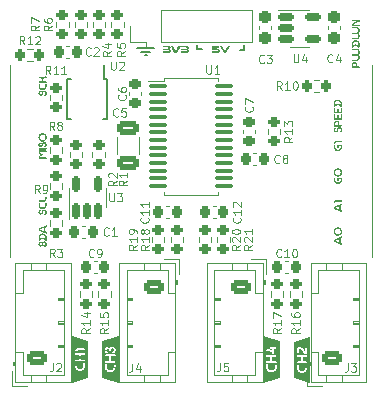
<source format=gto>
G04 #@! TF.GenerationSoftware,KiCad,Pcbnew,7.0.1*
G04 #@! TF.CreationDate,2023-07-16T12:29:25+02:00*
G04 #@! TF.ProjectId,ADS1234_mass_sensor,41445331-3233-4345-9f6d-6173735f7365,1*
G04 #@! TF.SameCoordinates,Original*
G04 #@! TF.FileFunction,Legend,Top*
G04 #@! TF.FilePolarity,Positive*
%FSLAX46Y46*%
G04 Gerber Fmt 4.6, Leading zero omitted, Abs format (unit mm)*
G04 Created by KiCad (PCBNEW 7.0.1) date 2023-07-16 12:29:25*
%MOMM*%
%LPD*%
G01*
G04 APERTURE LIST*
G04 Aperture macros list*
%AMRoundRect*
0 Rectangle with rounded corners*
0 $1 Rounding radius*
0 $2 $3 $4 $5 $6 $7 $8 $9 X,Y pos of 4 corners*
0 Add a 4 corners polygon primitive as box body*
4,1,4,$2,$3,$4,$5,$6,$7,$8,$9,$2,$3,0*
0 Add four circle primitives for the rounded corners*
1,1,$1+$1,$2,$3*
1,1,$1+$1,$4,$5*
1,1,$1+$1,$6,$7*
1,1,$1+$1,$8,$9*
0 Add four rect primitives between the rounded corners*
20,1,$1+$1,$2,$3,$4,$5,0*
20,1,$1+$1,$4,$5,$6,$7,0*
20,1,$1+$1,$6,$7,$8,$9,0*
20,1,$1+$1,$8,$9,$2,$3,0*%
G04 Aperture macros list end*
%ADD10C,0.150000*%
%ADD11C,0.120000*%
%ADD12C,0.100000*%
%ADD13RoundRect,0.200000X-0.275000X0.200000X-0.275000X-0.200000X0.275000X-0.200000X0.275000X0.200000X0*%
%ADD14RoundRect,0.150000X0.150000X-0.512500X0.150000X0.512500X-0.150000X0.512500X-0.150000X-0.512500X0*%
%ADD15RoundRect,0.250000X-0.625000X0.350000X-0.625000X-0.350000X0.625000X-0.350000X0.625000X0.350000X0*%
%ADD16O,1.750000X1.200000*%
%ADD17RoundRect,0.250000X0.625000X-0.350000X0.625000X0.350000X-0.625000X0.350000X-0.625000X-0.350000X0*%
%ADD18RoundRect,0.200000X0.275000X-0.200000X0.275000X0.200000X-0.275000X0.200000X-0.275000X-0.200000X0*%
%ADD19RoundRect,0.250000X-0.650000X0.325000X-0.650000X-0.325000X0.650000X-0.325000X0.650000X0.325000X0*%
%ADD20RoundRect,0.225000X-0.225000X-0.250000X0.225000X-0.250000X0.225000X0.250000X-0.225000X0.250000X0*%
%ADD21C,2.200000*%
%ADD22R,2.000000X2.000000*%
%ADD23O,2.000000X2.000000*%
%ADD24O,1.700000X1.700000*%
%ADD25RoundRect,0.225000X0.225000X0.250000X-0.225000X0.250000X-0.225000X-0.250000X0.225000X-0.250000X0*%
%ADD26RoundRect,0.200000X0.200000X0.275000X-0.200000X0.275000X-0.200000X-0.275000X0.200000X-0.275000X0*%
%ADD27RoundRect,0.225000X-0.250000X0.225000X-0.250000X-0.225000X0.250000X-0.225000X0.250000X0.225000X0*%
%ADD28RoundRect,0.237500X-0.237500X0.300000X-0.237500X-0.300000X0.237500X-0.300000X0.237500X0.300000X0*%
%ADD29RoundRect,0.087500X-0.712500X-0.087500X0.712500X-0.087500X0.712500X0.087500X-0.712500X0.087500X0*%
%ADD30RoundRect,0.150000X-0.512500X-0.150000X0.512500X-0.150000X0.512500X0.150000X-0.512500X0.150000X0*%
%ADD31RoundRect,0.200000X-0.200000X-0.275000X0.200000X-0.275000X0.200000X0.275000X-0.200000X0.275000X0*%
%ADD32R,0.300000X1.400000*%
G04 APERTURE END LIST*
D10*
X111939998Y-51282500D02*
X111540000Y-51282500D01*
X102895000Y-51127500D02*
X103605000Y-51127500D01*
X103590000Y-51452500D02*
X103990000Y-51452500D01*
X108365000Y-51277500D02*
X107965000Y-51277500D01*
X103590000Y-51452500D02*
X103190000Y-51452500D01*
X111939999Y-50882500D02*
X111939998Y-51282500D01*
X103605000Y-51127500D02*
X104315000Y-51127500D01*
D11*
X103605000Y-50620000D02*
X103605000Y-51127500D01*
D10*
X107965000Y-51277500D02*
X107965000Y-50877500D01*
X103590000Y-51777500D02*
X103515000Y-51777500D01*
X103590000Y-51777500D02*
X103665000Y-51777500D01*
D12*
G36*
X109638192Y-51580500D02*
G01*
X109649477Y-51580274D01*
X109660562Y-51579603D01*
X109671438Y-51578492D01*
X109682095Y-51576949D01*
X109692521Y-51574980D01*
X109702707Y-51572592D01*
X109712642Y-51569792D01*
X109722315Y-51566587D01*
X109731716Y-51562983D01*
X109740835Y-51558986D01*
X109749661Y-51554605D01*
X109758183Y-51549845D01*
X109766392Y-51544714D01*
X109774276Y-51539217D01*
X109781826Y-51533363D01*
X109789031Y-51527157D01*
X109795880Y-51520606D01*
X109802362Y-51513718D01*
X109808469Y-51506499D01*
X109814188Y-51498955D01*
X109819510Y-51491094D01*
X109824424Y-51482921D01*
X109828919Y-51474445D01*
X109832986Y-51465672D01*
X109836613Y-51456608D01*
X109839791Y-51447260D01*
X109842509Y-51437635D01*
X109844756Y-51427740D01*
X109846521Y-51417582D01*
X109847796Y-51407167D01*
X109848568Y-51396502D01*
X109848827Y-51385594D01*
X109848568Y-51375052D01*
X109847796Y-51364720D01*
X109846525Y-51354604D01*
X109844763Y-51344713D01*
X109842524Y-51335056D01*
X109839817Y-51325640D01*
X109836655Y-51316475D01*
X109833047Y-51307567D01*
X109829007Y-51298926D01*
X109824544Y-51290560D01*
X109819670Y-51282477D01*
X109814395Y-51274685D01*
X109808732Y-51267193D01*
X109802692Y-51260008D01*
X109796285Y-51253139D01*
X109789522Y-51246595D01*
X109782416Y-51240383D01*
X109774976Y-51234513D01*
X109767215Y-51228991D01*
X109759143Y-51223827D01*
X109750772Y-51219028D01*
X109742113Y-51214603D01*
X109733176Y-51210561D01*
X109723974Y-51206909D01*
X109714517Y-51203655D01*
X109704816Y-51200809D01*
X109694883Y-51198378D01*
X109684729Y-51196370D01*
X109674365Y-51194794D01*
X109663802Y-51193658D01*
X109653052Y-51192971D01*
X109642125Y-51192740D01*
X109376437Y-51192740D01*
X109376437Y-51109648D01*
X109821472Y-51109648D01*
X109821472Y-50945859D01*
X109212819Y-50945859D01*
X109212819Y-51328832D01*
X109635115Y-51328832D01*
X109643365Y-51329605D01*
X109651074Y-51331877D01*
X109658070Y-51335576D01*
X109664180Y-51340629D01*
X109669232Y-51346964D01*
X109673054Y-51354509D01*
X109675474Y-51363193D01*
X109676265Y-51370409D01*
X109676319Y-51372942D01*
X109675835Y-51380321D01*
X109674419Y-51387060D01*
X109671162Y-51395017D01*
X109666448Y-51401757D01*
X109660394Y-51407237D01*
X109653116Y-51411412D01*
X109644730Y-51414239D01*
X109637783Y-51415448D01*
X109630328Y-51415855D01*
X109212819Y-51415855D01*
X109212819Y-51580500D01*
X109638192Y-51580500D01*
G37*
G36*
X110339682Y-51580500D02*
G01*
X110348851Y-51580089D01*
X110357600Y-51578857D01*
X110365927Y-51576804D01*
X110373826Y-51573927D01*
X110381293Y-51570226D01*
X110388325Y-51565701D01*
X110394916Y-51560350D01*
X110401063Y-51554173D01*
X110406762Y-51547168D01*
X110412007Y-51539336D01*
X110415251Y-51533654D01*
X110741462Y-50945859D01*
X110548437Y-50945859D01*
X110320021Y-51375506D01*
X110091776Y-50945859D01*
X109898751Y-50945859D01*
X110224107Y-51533654D01*
X110229030Y-51542039D01*
X110234461Y-51549595D01*
X110240384Y-51556324D01*
X110246785Y-51562225D01*
X110253648Y-51567301D01*
X110260957Y-51571551D01*
X110268698Y-51574977D01*
X110276856Y-51577580D01*
X110285415Y-51579359D01*
X110294360Y-51580317D01*
X110300530Y-51580500D01*
X110339682Y-51580500D01*
G37*
G36*
X105497366Y-51580500D02*
G01*
X105509965Y-51580288D01*
X105522210Y-51579658D01*
X105534098Y-51578614D01*
X105545627Y-51577163D01*
X105556793Y-51575310D01*
X105567593Y-51573061D01*
X105578024Y-51570422D01*
X105588084Y-51567399D01*
X105597769Y-51563997D01*
X105607075Y-51560222D01*
X105616001Y-51556080D01*
X105624542Y-51551576D01*
X105632697Y-51546717D01*
X105640461Y-51541508D01*
X105647833Y-51535955D01*
X105654808Y-51530063D01*
X105661384Y-51523839D01*
X105667557Y-51517288D01*
X105673326Y-51510416D01*
X105678686Y-51503229D01*
X105683634Y-51495732D01*
X105688169Y-51487932D01*
X105692286Y-51479833D01*
X105695982Y-51471442D01*
X105699255Y-51462765D01*
X105702101Y-51453806D01*
X105704518Y-51444573D01*
X105706502Y-51435071D01*
X105708051Y-51425305D01*
X105709161Y-51415281D01*
X105709829Y-51405006D01*
X105710052Y-51394484D01*
X105709944Y-51387311D01*
X105709621Y-51380282D01*
X105709089Y-51373400D01*
X105707413Y-51360088D01*
X105704949Y-51347391D01*
X105701733Y-51335331D01*
X105697798Y-51323925D01*
X105693181Y-51313193D01*
X105687914Y-51303153D01*
X105682033Y-51293825D01*
X105675572Y-51285228D01*
X105668566Y-51277381D01*
X105661049Y-51270303D01*
X105653057Y-51264013D01*
X105644622Y-51258529D01*
X105635781Y-51253872D01*
X105626568Y-51250059D01*
X105621832Y-51248476D01*
X105630063Y-51244795D01*
X105637825Y-51240373D01*
X105645109Y-51235232D01*
X105651907Y-51229397D01*
X105658209Y-51222890D01*
X105664009Y-51215736D01*
X105669296Y-51207957D01*
X105674063Y-51199578D01*
X105678301Y-51190622D01*
X105682002Y-51181113D01*
X105685157Y-51171074D01*
X105687757Y-51160528D01*
X105689794Y-51149499D01*
X105691260Y-51138011D01*
X105692145Y-51126087D01*
X105692442Y-51113751D01*
X105692283Y-51104891D01*
X105691802Y-51096172D01*
X105690995Y-51087604D01*
X105689855Y-51079196D01*
X105688378Y-51070956D01*
X105686560Y-51062895D01*
X105684393Y-51055021D01*
X105681874Y-51047343D01*
X105678998Y-51039871D01*
X105675759Y-51032614D01*
X105672152Y-51025580D01*
X105668171Y-51018780D01*
X105663813Y-51012222D01*
X105659071Y-51005916D01*
X105653941Y-50999870D01*
X105648418Y-50994094D01*
X105642495Y-50988597D01*
X105636169Y-50983388D01*
X105629434Y-50978477D01*
X105622285Y-50973872D01*
X105614716Y-50969582D01*
X105606723Y-50965618D01*
X105598301Y-50961988D01*
X105589444Y-50958700D01*
X105580147Y-50955766D01*
X105570405Y-50953192D01*
X105560213Y-50950990D01*
X105549566Y-50949167D01*
X105538459Y-50947734D01*
X105526886Y-50946698D01*
X105514843Y-50946070D01*
X105502324Y-50945859D01*
X105036773Y-50945859D01*
X105036773Y-51104690D01*
X105479756Y-51104690D01*
X105487685Y-51105112D01*
X105494920Y-51106370D01*
X105501441Y-51108454D01*
X105508994Y-51112498D01*
X105515202Y-51117964D01*
X105520021Y-51124826D01*
X105523405Y-51133057D01*
X105524977Y-51140115D01*
X105525698Y-51147917D01*
X105525747Y-51150681D01*
X105525313Y-51158750D01*
X105524022Y-51166114D01*
X105521895Y-51172755D01*
X105517788Y-51180449D01*
X105512269Y-51186774D01*
X105505383Y-51191686D01*
X105497174Y-51195138D01*
X105490175Y-51196741D01*
X105482475Y-51197477D01*
X105479756Y-51197527D01*
X105043611Y-51197527D01*
X105043611Y-51328832D01*
X105489501Y-51328832D01*
X105498002Y-51329300D01*
X105505790Y-51330686D01*
X105512839Y-51332959D01*
X105519122Y-51336090D01*
X105526260Y-51341548D01*
X105531923Y-51348408D01*
X105535164Y-51354432D01*
X105537513Y-51361175D01*
X105538942Y-51368609D01*
X105539424Y-51376703D01*
X105538942Y-51384310D01*
X105537513Y-51391249D01*
X105534182Y-51399434D01*
X105529280Y-51406360D01*
X105522871Y-51411984D01*
X105515020Y-51416265D01*
X105508223Y-51418569D01*
X105500678Y-51420075D01*
X105492412Y-51420767D01*
X105489501Y-51420814D01*
X105036773Y-51420814D01*
X105036773Y-51580500D01*
X105497366Y-51580500D01*
G37*
G36*
X106141239Y-51580500D02*
G01*
X106150407Y-51580089D01*
X106159157Y-51578857D01*
X106167483Y-51576804D01*
X106175382Y-51573927D01*
X106182850Y-51570226D01*
X106189881Y-51565701D01*
X106196472Y-51560350D01*
X106202620Y-51554173D01*
X106208318Y-51547168D01*
X106213564Y-51539336D01*
X106216807Y-51533654D01*
X106543018Y-50945859D01*
X106349993Y-50945859D01*
X106121577Y-51375506D01*
X105893332Y-50945859D01*
X105700307Y-50945859D01*
X106025663Y-51533654D01*
X106030586Y-51542039D01*
X106036017Y-51549595D01*
X106041940Y-51556324D01*
X106048341Y-51562225D01*
X106055204Y-51567301D01*
X106062514Y-51571551D01*
X106070255Y-51574977D01*
X106078413Y-51577580D01*
X106086971Y-51579359D01*
X106095916Y-51580317D01*
X106102087Y-51580500D01*
X106141239Y-51580500D01*
G37*
G36*
X107041567Y-51580500D02*
G01*
X107054166Y-51580288D01*
X107066411Y-51579658D01*
X107078299Y-51578614D01*
X107089828Y-51577163D01*
X107100994Y-51575310D01*
X107111794Y-51573061D01*
X107122225Y-51570422D01*
X107132285Y-51567399D01*
X107141969Y-51563997D01*
X107151276Y-51560222D01*
X107160202Y-51556080D01*
X107168743Y-51551576D01*
X107176898Y-51546717D01*
X107184662Y-51541508D01*
X107192034Y-51535955D01*
X107199009Y-51530063D01*
X107205585Y-51523839D01*
X107211758Y-51517288D01*
X107217527Y-51510416D01*
X107222887Y-51503229D01*
X107227835Y-51495732D01*
X107232370Y-51487932D01*
X107236487Y-51479833D01*
X107240183Y-51471442D01*
X107243456Y-51462765D01*
X107246302Y-51453806D01*
X107248719Y-51444573D01*
X107250703Y-51435071D01*
X107252252Y-51425305D01*
X107253362Y-51415281D01*
X107254030Y-51405006D01*
X107254253Y-51394484D01*
X107254145Y-51387311D01*
X107253822Y-51380282D01*
X107253290Y-51373400D01*
X107251613Y-51360088D01*
X107249150Y-51347391D01*
X107245934Y-51335331D01*
X107241999Y-51323925D01*
X107237381Y-51313193D01*
X107232115Y-51303153D01*
X107226234Y-51293825D01*
X107219773Y-51285228D01*
X107212767Y-51277381D01*
X107205250Y-51270303D01*
X107197258Y-51264013D01*
X107188823Y-51258529D01*
X107179982Y-51253872D01*
X107170768Y-51250059D01*
X107166033Y-51248476D01*
X107174264Y-51244795D01*
X107182026Y-51240373D01*
X107189310Y-51235232D01*
X107196108Y-51229397D01*
X107202410Y-51222890D01*
X107208210Y-51215736D01*
X107213497Y-51207957D01*
X107218264Y-51199578D01*
X107222502Y-51190622D01*
X107226203Y-51181113D01*
X107229358Y-51171074D01*
X107231958Y-51160528D01*
X107233995Y-51149499D01*
X107235461Y-51138011D01*
X107236346Y-51126087D01*
X107236643Y-51113751D01*
X107236484Y-51104891D01*
X107236003Y-51096172D01*
X107235196Y-51087604D01*
X107234056Y-51079196D01*
X107232579Y-51070956D01*
X107230760Y-51062895D01*
X107228594Y-51055021D01*
X107226075Y-51047343D01*
X107223199Y-51039871D01*
X107219960Y-51032614D01*
X107216353Y-51025580D01*
X107212372Y-51018780D01*
X107208014Y-51012222D01*
X107203272Y-51005916D01*
X107198142Y-50999870D01*
X107192619Y-50994094D01*
X107186696Y-50988597D01*
X107180370Y-50983388D01*
X107173635Y-50978477D01*
X107166486Y-50973872D01*
X107158917Y-50969582D01*
X107150924Y-50965618D01*
X107142502Y-50961988D01*
X107133645Y-50958700D01*
X107124348Y-50955766D01*
X107114606Y-50953192D01*
X107104414Y-50950990D01*
X107093767Y-50949167D01*
X107082660Y-50947734D01*
X107071087Y-50946698D01*
X107059044Y-50946070D01*
X107046525Y-50945859D01*
X106580973Y-50945859D01*
X106580973Y-51104690D01*
X107023957Y-51104690D01*
X107031886Y-51105112D01*
X107039121Y-51106370D01*
X107045642Y-51108454D01*
X107053195Y-51112498D01*
X107059403Y-51117964D01*
X107064222Y-51124826D01*
X107067606Y-51133057D01*
X107069178Y-51140115D01*
X107069899Y-51147917D01*
X107069948Y-51150681D01*
X107069513Y-51158750D01*
X107068223Y-51166114D01*
X107066096Y-51172755D01*
X107061989Y-51180449D01*
X107056470Y-51186774D01*
X107049584Y-51191686D01*
X107041375Y-51195138D01*
X107034376Y-51196741D01*
X107026676Y-51197477D01*
X107023957Y-51197527D01*
X106587812Y-51197527D01*
X106587812Y-51328832D01*
X107033702Y-51328832D01*
X107042203Y-51329300D01*
X107049991Y-51330686D01*
X107057040Y-51332959D01*
X107063323Y-51336090D01*
X107070461Y-51341548D01*
X107076124Y-51348408D01*
X107079365Y-51354432D01*
X107081714Y-51361175D01*
X107083143Y-51368609D01*
X107083625Y-51376703D01*
X107083143Y-51384310D01*
X107081714Y-51391249D01*
X107078383Y-51399434D01*
X107073481Y-51406360D01*
X107067072Y-51411984D01*
X107059221Y-51416265D01*
X107052424Y-51418569D01*
X107044879Y-51420075D01*
X107036613Y-51420767D01*
X107033702Y-51420814D01*
X106580973Y-51420814D01*
X106580973Y-51580500D01*
X107041567Y-51580500D01*
G37*
X102843833Y-67820000D02*
X102510500Y-68053333D01*
X102843833Y-68220000D02*
X102143833Y-68220000D01*
X102143833Y-68220000D02*
X102143833Y-67953333D01*
X102143833Y-67953333D02*
X102177166Y-67886667D01*
X102177166Y-67886667D02*
X102210500Y-67853333D01*
X102210500Y-67853333D02*
X102277166Y-67820000D01*
X102277166Y-67820000D02*
X102377166Y-67820000D01*
X102377166Y-67820000D02*
X102443833Y-67853333D01*
X102443833Y-67853333D02*
X102477166Y-67886667D01*
X102477166Y-67886667D02*
X102510500Y-67953333D01*
X102510500Y-67953333D02*
X102510500Y-68220000D01*
X102843833Y-67153333D02*
X102843833Y-67553333D01*
X102843833Y-67353333D02*
X102143833Y-67353333D01*
X102143833Y-67353333D02*
X102243833Y-67420000D01*
X102243833Y-67420000D02*
X102310500Y-67486667D01*
X102310500Y-67486667D02*
X102343833Y-67553333D01*
X102843833Y-66820000D02*
X102843833Y-66686666D01*
X102843833Y-66686666D02*
X102810500Y-66620000D01*
X102810500Y-66620000D02*
X102777166Y-66586666D01*
X102777166Y-66586666D02*
X102677166Y-66520000D01*
X102677166Y-66520000D02*
X102543833Y-66486666D01*
X102543833Y-66486666D02*
X102277166Y-66486666D01*
X102277166Y-66486666D02*
X102210500Y-66520000D01*
X102210500Y-66520000D02*
X102177166Y-66553333D01*
X102177166Y-66553333D02*
X102143833Y-66620000D01*
X102143833Y-66620000D02*
X102143833Y-66753333D01*
X102143833Y-66753333D02*
X102177166Y-66820000D01*
X102177166Y-66820000D02*
X102210500Y-66853333D01*
X102210500Y-66853333D02*
X102277166Y-66886666D01*
X102277166Y-66886666D02*
X102443833Y-66886666D01*
X102443833Y-66886666D02*
X102510500Y-66853333D01*
X102510500Y-66853333D02*
X102543833Y-66820000D01*
X102543833Y-66820000D02*
X102577166Y-66753333D01*
X102577166Y-66753333D02*
X102577166Y-66620000D01*
X102577166Y-66620000D02*
X102543833Y-66553333D01*
X102543833Y-66553333D02*
X102510500Y-66520000D01*
X102510500Y-66520000D02*
X102443833Y-66486666D01*
X115043833Y-74870000D02*
X114710500Y-75103333D01*
X115043833Y-75270000D02*
X114343833Y-75270000D01*
X114343833Y-75270000D02*
X114343833Y-75003333D01*
X114343833Y-75003333D02*
X114377166Y-74936667D01*
X114377166Y-74936667D02*
X114410500Y-74903333D01*
X114410500Y-74903333D02*
X114477166Y-74870000D01*
X114477166Y-74870000D02*
X114577166Y-74870000D01*
X114577166Y-74870000D02*
X114643833Y-74903333D01*
X114643833Y-74903333D02*
X114677166Y-74936667D01*
X114677166Y-74936667D02*
X114710500Y-75003333D01*
X114710500Y-75003333D02*
X114710500Y-75270000D01*
X115043833Y-74203333D02*
X115043833Y-74603333D01*
X115043833Y-74403333D02*
X114343833Y-74403333D01*
X114343833Y-74403333D02*
X114443833Y-74470000D01*
X114443833Y-74470000D02*
X114510500Y-74536667D01*
X114510500Y-74536667D02*
X114543833Y-74603333D01*
X114343833Y-73970000D02*
X114343833Y-73503333D01*
X114343833Y-73503333D02*
X115043833Y-73803333D01*
X100511666Y-63436333D02*
X100511666Y-64003000D01*
X100511666Y-64003000D02*
X100545000Y-64069666D01*
X100545000Y-64069666D02*
X100578333Y-64103000D01*
X100578333Y-64103000D02*
X100645000Y-64136333D01*
X100645000Y-64136333D02*
X100778333Y-64136333D01*
X100778333Y-64136333D02*
X100845000Y-64103000D01*
X100845000Y-64103000D02*
X100878333Y-64069666D01*
X100878333Y-64069666D02*
X100911666Y-64003000D01*
X100911666Y-64003000D02*
X100911666Y-63436333D01*
X101178333Y-63436333D02*
X101611666Y-63436333D01*
X101611666Y-63436333D02*
X101378333Y-63703000D01*
X101378333Y-63703000D02*
X101478333Y-63703000D01*
X101478333Y-63703000D02*
X101544999Y-63736333D01*
X101544999Y-63736333D02*
X101578333Y-63769666D01*
X101578333Y-63769666D02*
X101611666Y-63836333D01*
X101611666Y-63836333D02*
X101611666Y-64003000D01*
X101611666Y-64003000D02*
X101578333Y-64069666D01*
X101578333Y-64069666D02*
X101544999Y-64103000D01*
X101544999Y-64103000D02*
X101478333Y-64136333D01*
X101478333Y-64136333D02*
X101278333Y-64136333D01*
X101278333Y-64136333D02*
X101211666Y-64103000D01*
X101211666Y-64103000D02*
X101178333Y-64069666D01*
X109886666Y-77818833D02*
X109886666Y-78318833D01*
X109886666Y-78318833D02*
X109853333Y-78418833D01*
X109853333Y-78418833D02*
X109786666Y-78485500D01*
X109786666Y-78485500D02*
X109686666Y-78518833D01*
X109686666Y-78518833D02*
X109620000Y-78518833D01*
X110553333Y-77818833D02*
X110219999Y-77818833D01*
X110219999Y-77818833D02*
X110186666Y-78152166D01*
X110186666Y-78152166D02*
X110219999Y-78118833D01*
X110219999Y-78118833D02*
X110286666Y-78085500D01*
X110286666Y-78085500D02*
X110453333Y-78085500D01*
X110453333Y-78085500D02*
X110519999Y-78118833D01*
X110519999Y-78118833D02*
X110553333Y-78152166D01*
X110553333Y-78152166D02*
X110586666Y-78218833D01*
X110586666Y-78218833D02*
X110586666Y-78385500D01*
X110586666Y-78385500D02*
X110553333Y-78452166D01*
X110553333Y-78452166D02*
X110519999Y-78485500D01*
X110519999Y-78485500D02*
X110453333Y-78518833D01*
X110453333Y-78518833D02*
X110286666Y-78518833D01*
X110286666Y-78518833D02*
X110219999Y-78485500D01*
X110219999Y-78485500D02*
X110186666Y-78452166D01*
X100418833Y-74870000D02*
X100085500Y-75103333D01*
X100418833Y-75270000D02*
X99718833Y-75270000D01*
X99718833Y-75270000D02*
X99718833Y-75003333D01*
X99718833Y-75003333D02*
X99752166Y-74936667D01*
X99752166Y-74936667D02*
X99785500Y-74903333D01*
X99785500Y-74903333D02*
X99852166Y-74870000D01*
X99852166Y-74870000D02*
X99952166Y-74870000D01*
X99952166Y-74870000D02*
X100018833Y-74903333D01*
X100018833Y-74903333D02*
X100052166Y-74936667D01*
X100052166Y-74936667D02*
X100085500Y-75003333D01*
X100085500Y-75003333D02*
X100085500Y-75270000D01*
X100418833Y-74203333D02*
X100418833Y-74603333D01*
X100418833Y-74403333D02*
X99718833Y-74403333D01*
X99718833Y-74403333D02*
X99818833Y-74470000D01*
X99818833Y-74470000D02*
X99885500Y-74536667D01*
X99885500Y-74536667D02*
X99918833Y-74603333D01*
X99718833Y-73570000D02*
X99718833Y-73903333D01*
X99718833Y-73903333D02*
X100052166Y-73936666D01*
X100052166Y-73936666D02*
X100018833Y-73903333D01*
X100018833Y-73903333D02*
X99985500Y-73836666D01*
X99985500Y-73836666D02*
X99985500Y-73670000D01*
X99985500Y-73670000D02*
X100018833Y-73603333D01*
X100018833Y-73603333D02*
X100052166Y-73570000D01*
X100052166Y-73570000D02*
X100118833Y-73536666D01*
X100118833Y-73536666D02*
X100285500Y-73536666D01*
X100285500Y-73536666D02*
X100352166Y-73570000D01*
X100352166Y-73570000D02*
X100385500Y-73603333D01*
X100385500Y-73603333D02*
X100418833Y-73670000D01*
X100418833Y-73670000D02*
X100418833Y-73836666D01*
X100418833Y-73836666D02*
X100385500Y-73903333D01*
X100385500Y-73903333D02*
X100352166Y-73936666D01*
X120711666Y-77843833D02*
X120711666Y-78343833D01*
X120711666Y-78343833D02*
X120678333Y-78443833D01*
X120678333Y-78443833D02*
X120611666Y-78510500D01*
X120611666Y-78510500D02*
X120511666Y-78543833D01*
X120511666Y-78543833D02*
X120445000Y-78543833D01*
X120978333Y-77843833D02*
X121411666Y-77843833D01*
X121411666Y-77843833D02*
X121178333Y-78110500D01*
X121178333Y-78110500D02*
X121278333Y-78110500D01*
X121278333Y-78110500D02*
X121344999Y-78143833D01*
X121344999Y-78143833D02*
X121378333Y-78177166D01*
X121378333Y-78177166D02*
X121411666Y-78243833D01*
X121411666Y-78243833D02*
X121411666Y-78410500D01*
X121411666Y-78410500D02*
X121378333Y-78477166D01*
X121378333Y-78477166D02*
X121344999Y-78510500D01*
X121344999Y-78510500D02*
X121278333Y-78543833D01*
X121278333Y-78543833D02*
X121078333Y-78543833D01*
X121078333Y-78543833D02*
X121011666Y-78510500D01*
X121011666Y-78510500D02*
X120978333Y-78477166D01*
X95853333Y-58093833D02*
X95620000Y-57760500D01*
X95453333Y-58093833D02*
X95453333Y-57393833D01*
X95453333Y-57393833D02*
X95720000Y-57393833D01*
X95720000Y-57393833D02*
X95786667Y-57427166D01*
X95786667Y-57427166D02*
X95820000Y-57460500D01*
X95820000Y-57460500D02*
X95853333Y-57527166D01*
X95853333Y-57527166D02*
X95853333Y-57627166D01*
X95853333Y-57627166D02*
X95820000Y-57693833D01*
X95820000Y-57693833D02*
X95786667Y-57727166D01*
X95786667Y-57727166D02*
X95720000Y-57760500D01*
X95720000Y-57760500D02*
X95453333Y-57760500D01*
X96253333Y-57693833D02*
X96186667Y-57660500D01*
X96186667Y-57660500D02*
X96153333Y-57627166D01*
X96153333Y-57627166D02*
X96120000Y-57560500D01*
X96120000Y-57560500D02*
X96120000Y-57527166D01*
X96120000Y-57527166D02*
X96153333Y-57460500D01*
X96153333Y-57460500D02*
X96186667Y-57427166D01*
X96186667Y-57427166D02*
X96253333Y-57393833D01*
X96253333Y-57393833D02*
X96386667Y-57393833D01*
X96386667Y-57393833D02*
X96453333Y-57427166D01*
X96453333Y-57427166D02*
X96486667Y-57460500D01*
X96486667Y-57460500D02*
X96520000Y-57527166D01*
X96520000Y-57527166D02*
X96520000Y-57560500D01*
X96520000Y-57560500D02*
X96486667Y-57627166D01*
X96486667Y-57627166D02*
X96453333Y-57660500D01*
X96453333Y-57660500D02*
X96386667Y-57693833D01*
X96386667Y-57693833D02*
X96253333Y-57693833D01*
X96253333Y-57693833D02*
X96186667Y-57727166D01*
X96186667Y-57727166D02*
X96153333Y-57760500D01*
X96153333Y-57760500D02*
X96120000Y-57827166D01*
X96120000Y-57827166D02*
X96120000Y-57960500D01*
X96120000Y-57960500D02*
X96153333Y-58027166D01*
X96153333Y-58027166D02*
X96186667Y-58060500D01*
X96186667Y-58060500D02*
X96253333Y-58093833D01*
X96253333Y-58093833D02*
X96386667Y-58093833D01*
X96386667Y-58093833D02*
X96453333Y-58060500D01*
X96453333Y-58060500D02*
X96486667Y-58027166D01*
X96486667Y-58027166D02*
X96520000Y-57960500D01*
X96520000Y-57960500D02*
X96520000Y-57827166D01*
X96520000Y-57827166D02*
X96486667Y-57760500D01*
X96486667Y-57760500D02*
X96453333Y-57727166D01*
X96453333Y-57727166D02*
X96386667Y-57693833D01*
X101263333Y-56887166D02*
X101230000Y-56920500D01*
X101230000Y-56920500D02*
X101130000Y-56953833D01*
X101130000Y-56953833D02*
X101063333Y-56953833D01*
X101063333Y-56953833D02*
X100963333Y-56920500D01*
X100963333Y-56920500D02*
X100896667Y-56853833D01*
X100896667Y-56853833D02*
X100863333Y-56787166D01*
X100863333Y-56787166D02*
X100830000Y-56653833D01*
X100830000Y-56653833D02*
X100830000Y-56553833D01*
X100830000Y-56553833D02*
X100863333Y-56420500D01*
X100863333Y-56420500D02*
X100896667Y-56353833D01*
X100896667Y-56353833D02*
X100963333Y-56287166D01*
X100963333Y-56287166D02*
X101063333Y-56253833D01*
X101063333Y-56253833D02*
X101130000Y-56253833D01*
X101130000Y-56253833D02*
X101230000Y-56287166D01*
X101230000Y-56287166D02*
X101263333Y-56320500D01*
X101896667Y-56253833D02*
X101563333Y-56253833D01*
X101563333Y-56253833D02*
X101530000Y-56587166D01*
X101530000Y-56587166D02*
X101563333Y-56553833D01*
X101563333Y-56553833D02*
X101630000Y-56520500D01*
X101630000Y-56520500D02*
X101796667Y-56520500D01*
X101796667Y-56520500D02*
X101863333Y-56553833D01*
X101863333Y-56553833D02*
X101896667Y-56587166D01*
X101896667Y-56587166D02*
X101930000Y-56653833D01*
X101930000Y-56653833D02*
X101930000Y-56820500D01*
X101930000Y-56820500D02*
X101896667Y-56887166D01*
X101896667Y-56887166D02*
X101863333Y-56920500D01*
X101863333Y-56920500D02*
X101796667Y-56953833D01*
X101796667Y-56953833D02*
X101630000Y-56953833D01*
X101630000Y-56953833D02*
X101563333Y-56920500D01*
X101563333Y-56920500D02*
X101530000Y-56887166D01*
X102023833Y-62376666D02*
X101690500Y-62609999D01*
X102023833Y-62776666D02*
X101323833Y-62776666D01*
X101323833Y-62776666D02*
X101323833Y-62509999D01*
X101323833Y-62509999D02*
X101357166Y-62443333D01*
X101357166Y-62443333D02*
X101390500Y-62409999D01*
X101390500Y-62409999D02*
X101457166Y-62376666D01*
X101457166Y-62376666D02*
X101557166Y-62376666D01*
X101557166Y-62376666D02*
X101623833Y-62409999D01*
X101623833Y-62409999D02*
X101657166Y-62443333D01*
X101657166Y-62443333D02*
X101690500Y-62509999D01*
X101690500Y-62509999D02*
X101690500Y-62776666D01*
X102023833Y-61709999D02*
X102023833Y-62109999D01*
X102023833Y-61909999D02*
X101323833Y-61909999D01*
X101323833Y-61909999D02*
X101423833Y-61976666D01*
X101423833Y-61976666D02*
X101490500Y-62043333D01*
X101490500Y-62043333D02*
X101523833Y-62109999D01*
X111577166Y-65520000D02*
X111610500Y-65553333D01*
X111610500Y-65553333D02*
X111643833Y-65653333D01*
X111643833Y-65653333D02*
X111643833Y-65720000D01*
X111643833Y-65720000D02*
X111610500Y-65820000D01*
X111610500Y-65820000D02*
X111543833Y-65886667D01*
X111543833Y-65886667D02*
X111477166Y-65920000D01*
X111477166Y-65920000D02*
X111343833Y-65953333D01*
X111343833Y-65953333D02*
X111243833Y-65953333D01*
X111243833Y-65953333D02*
X111110500Y-65920000D01*
X111110500Y-65920000D02*
X111043833Y-65886667D01*
X111043833Y-65886667D02*
X110977166Y-65820000D01*
X110977166Y-65820000D02*
X110943833Y-65720000D01*
X110943833Y-65720000D02*
X110943833Y-65653333D01*
X110943833Y-65653333D02*
X110977166Y-65553333D01*
X110977166Y-65553333D02*
X111010500Y-65520000D01*
X111643833Y-64853333D02*
X111643833Y-65253333D01*
X111643833Y-65053333D02*
X110943833Y-65053333D01*
X110943833Y-65053333D02*
X111043833Y-65120000D01*
X111043833Y-65120000D02*
X111110500Y-65186667D01*
X111110500Y-65186667D02*
X111143833Y-65253333D01*
X111010500Y-64586666D02*
X110977166Y-64553333D01*
X110977166Y-64553333D02*
X110943833Y-64486666D01*
X110943833Y-64486666D02*
X110943833Y-64320000D01*
X110943833Y-64320000D02*
X110977166Y-64253333D01*
X110977166Y-64253333D02*
X111010500Y-64220000D01*
X111010500Y-64220000D02*
X111077166Y-64186666D01*
X111077166Y-64186666D02*
X111143833Y-64186666D01*
X111143833Y-64186666D02*
X111243833Y-64220000D01*
X111243833Y-64220000D02*
X111643833Y-64620000D01*
X111643833Y-64620000D02*
X111643833Y-64186666D01*
G36*
X95083085Y-67971866D02*
G01*
X95091990Y-67968062D01*
X95100594Y-67963995D01*
X95108897Y-67959674D01*
X95116902Y-67955107D01*
X95124609Y-67950301D01*
X95132020Y-67945266D01*
X95139135Y-67940009D01*
X95145957Y-67934538D01*
X95152485Y-67928862D01*
X95158722Y-67922988D01*
X95164669Y-67916925D01*
X95170327Y-67910680D01*
X95175697Y-67904263D01*
X95180780Y-67897680D01*
X95185577Y-67890940D01*
X95190091Y-67884052D01*
X95194321Y-67877022D01*
X95198270Y-67869860D01*
X95201938Y-67862574D01*
X95205327Y-67855171D01*
X95208438Y-67847659D01*
X95211271Y-67840048D01*
X95213829Y-67832344D01*
X95216113Y-67824557D01*
X95218123Y-67816693D01*
X95219862Y-67808762D01*
X95221329Y-67800771D01*
X95222527Y-67792728D01*
X95223457Y-67784643D01*
X95224120Y-67776521D01*
X95224516Y-67768373D01*
X95224648Y-67760205D01*
X95224448Y-67750283D01*
X95223847Y-67740372D01*
X95222847Y-67730489D01*
X95221450Y-67720651D01*
X95219657Y-67710874D01*
X95217469Y-67701176D01*
X95214889Y-67691573D01*
X95211916Y-67682083D01*
X95208554Y-67672721D01*
X95204803Y-67663506D01*
X95200664Y-67654454D01*
X95196140Y-67645582D01*
X95191231Y-67636906D01*
X95185939Y-67628445D01*
X95180265Y-67620214D01*
X95174212Y-67612231D01*
X95167780Y-67604512D01*
X95160970Y-67597074D01*
X95153785Y-67589935D01*
X95146226Y-67583111D01*
X95138293Y-67576619D01*
X95129989Y-67570476D01*
X95121315Y-67564699D01*
X95112273Y-67559305D01*
X95102863Y-67554310D01*
X95093088Y-67549732D01*
X95082948Y-67545588D01*
X95072445Y-67541894D01*
X95061582Y-67538667D01*
X95050358Y-67535925D01*
X95038775Y-67533683D01*
X95026836Y-67531960D01*
X95019575Y-67531298D01*
X95012405Y-67530700D01*
X95005371Y-67530231D01*
X94998515Y-67529955D01*
X94994693Y-67529909D01*
X94986471Y-67530028D01*
X94978043Y-67530404D01*
X94969434Y-67531067D01*
X94960670Y-67532046D01*
X94951779Y-67533369D01*
X94942785Y-67535066D01*
X94933716Y-67537165D01*
X94924596Y-67539697D01*
X94915452Y-67542689D01*
X94906310Y-67546171D01*
X94897196Y-67550172D01*
X94888136Y-67554721D01*
X94879157Y-67559846D01*
X94870283Y-67565578D01*
X94861542Y-67571946D01*
X94852959Y-67578977D01*
X94844696Y-67586583D01*
X94836841Y-67594719D01*
X94829414Y-67603387D01*
X94822431Y-67612589D01*
X94815908Y-67622325D01*
X94809863Y-67632598D01*
X94804313Y-67643409D01*
X94799275Y-67654759D01*
X94794766Y-67666651D01*
X94790802Y-67679085D01*
X94787402Y-67692062D01*
X94785919Y-67698756D01*
X94784582Y-67705586D01*
X94783395Y-67712552D01*
X94782359Y-67719656D01*
X94781477Y-67726896D01*
X94780750Y-67734274D01*
X94780181Y-67741790D01*
X94779772Y-67749443D01*
X94779525Y-67757234D01*
X94779442Y-67765163D01*
X94779043Y-67773438D01*
X94777853Y-67781320D01*
X94775881Y-67788785D01*
X94773138Y-67795810D01*
X94769633Y-67802369D01*
X94765377Y-67808440D01*
X94760380Y-67813998D01*
X94754652Y-67819019D01*
X94748676Y-67823628D01*
X94742939Y-67827553D01*
X94734817Y-67832275D01*
X94727321Y-67835758D01*
X94720501Y-67838182D01*
X94712550Y-67840079D01*
X94704618Y-67840902D01*
X94697687Y-67840662D01*
X94696351Y-67840561D01*
X94686398Y-67839984D01*
X94676488Y-67838218D01*
X94666824Y-67835209D01*
X94657612Y-67830905D01*
X94649056Y-67825251D01*
X94643817Y-67820707D01*
X94639021Y-67815523D01*
X94634729Y-67809684D01*
X94631001Y-67803175D01*
X94627898Y-67795980D01*
X94625481Y-67788082D01*
X94623809Y-67779467D01*
X94622945Y-67770118D01*
X94622834Y-67765163D01*
X94623638Y-67752554D01*
X94625912Y-67741752D01*
X94629445Y-67732524D01*
X94634027Y-67724633D01*
X94639449Y-67717843D01*
X94645500Y-67711921D01*
X94651971Y-67706629D01*
X94658652Y-67701733D01*
X94665333Y-67696998D01*
X94671804Y-67692187D01*
X94677855Y-67687066D01*
X94683277Y-67681399D01*
X94687859Y-67674950D01*
X94691392Y-67667485D01*
X94693666Y-67658767D01*
X94694470Y-67648562D01*
X94693927Y-67636204D01*
X94692345Y-67625203D01*
X94689792Y-67615527D01*
X94686338Y-67607143D01*
X94682052Y-67600018D01*
X94677004Y-67594121D01*
X94671263Y-67589418D01*
X94664898Y-67585877D01*
X94657978Y-67583466D01*
X94650574Y-67582153D01*
X94642753Y-67581904D01*
X94634586Y-67582688D01*
X94626142Y-67584471D01*
X94617489Y-67587222D01*
X94608698Y-67590908D01*
X94599838Y-67595497D01*
X94590978Y-67600955D01*
X94582187Y-67607252D01*
X94573535Y-67614353D01*
X94565091Y-67622227D01*
X94556924Y-67630841D01*
X94549103Y-67640163D01*
X94541698Y-67650160D01*
X94534779Y-67660799D01*
X94528414Y-67672050D01*
X94522673Y-67683878D01*
X94517625Y-67696251D01*
X94513339Y-67709138D01*
X94509885Y-67722504D01*
X94507332Y-67736319D01*
X94505749Y-67750550D01*
X94505206Y-67765163D01*
X94505332Y-67773078D01*
X94505706Y-67780825D01*
X94506322Y-67788406D01*
X94507176Y-67795820D01*
X94508261Y-67803068D01*
X94509572Y-67810149D01*
X94511105Y-67817064D01*
X94512852Y-67823814D01*
X94514809Y-67830398D01*
X94519332Y-67843070D01*
X94524628Y-67855083D01*
X94530655Y-67866438D01*
X94537370Y-67877138D01*
X94544727Y-67887182D01*
X94552684Y-67896575D01*
X94561198Y-67905316D01*
X94570224Y-67913408D01*
X94579719Y-67920854D01*
X94589640Y-67927653D01*
X94599943Y-67933809D01*
X94605224Y-67936646D01*
X94613017Y-67940600D01*
X94620524Y-67944189D01*
X94627738Y-67947406D01*
X94634652Y-67950248D01*
X94641260Y-67952709D01*
X94649581Y-67955389D01*
X94657330Y-67957371D01*
X94664489Y-67958642D01*
X94672586Y-67959214D01*
X94679989Y-67959281D01*
X94687268Y-67959495D01*
X94694287Y-67959870D01*
X94699257Y-67960240D01*
X94707802Y-67960050D01*
X94716368Y-67959479D01*
X94724937Y-67958525D01*
X94733489Y-67957188D01*
X94742006Y-67955465D01*
X94750467Y-67953356D01*
X94758855Y-67950859D01*
X94767148Y-67947973D01*
X94775330Y-67944696D01*
X94783379Y-67941027D01*
X94791277Y-67936964D01*
X94799004Y-67932507D01*
X94806542Y-67927653D01*
X94813872Y-67922402D01*
X94820973Y-67916752D01*
X94827827Y-67910701D01*
X94834414Y-67904249D01*
X94840716Y-67897394D01*
X94846713Y-67890134D01*
X94852386Y-67882469D01*
X94857715Y-67874396D01*
X94862682Y-67865914D01*
X94867267Y-67857023D01*
X94871451Y-67847720D01*
X94875215Y-67838005D01*
X94878539Y-67827875D01*
X94881404Y-67817330D01*
X94883792Y-67806368D01*
X94885683Y-67794988D01*
X94887057Y-67783188D01*
X94887895Y-67770968D01*
X94888179Y-67758324D01*
X94888807Y-67745412D01*
X94890637Y-67733316D01*
X94893589Y-67722038D01*
X94897583Y-67711580D01*
X94902538Y-67701942D01*
X94908375Y-67693128D01*
X94915013Y-67685138D01*
X94922373Y-67677974D01*
X94930374Y-67671638D01*
X94938936Y-67666132D01*
X94947979Y-67661457D01*
X94957422Y-67657616D01*
X94967186Y-67654609D01*
X94977190Y-67652438D01*
X94987355Y-67651106D01*
X94997600Y-67650613D01*
X95007845Y-67650962D01*
X95018010Y-67652154D01*
X95028014Y-67654191D01*
X95037778Y-67657075D01*
X95047221Y-67660807D01*
X95056264Y-67665388D01*
X95064826Y-67670822D01*
X95072827Y-67677108D01*
X95080187Y-67684250D01*
X95086825Y-67692248D01*
X95092662Y-67701105D01*
X95097617Y-67710822D01*
X95101611Y-67721401D01*
X95104563Y-67732843D01*
X95106393Y-67745150D01*
X95107021Y-67758324D01*
X95106684Y-67767056D01*
X95105692Y-67775601D01*
X95104068Y-67783934D01*
X95101838Y-67792030D01*
X95099027Y-67799862D01*
X95095661Y-67807405D01*
X95091763Y-67814632D01*
X95087359Y-67821519D01*
X95082475Y-67828040D01*
X95077134Y-67834167D01*
X95071363Y-67839877D01*
X95065187Y-67845142D01*
X95058629Y-67849938D01*
X95051716Y-67854238D01*
X95044472Y-67858017D01*
X95036923Y-67861248D01*
X95029676Y-67864503D01*
X95023215Y-67868190D01*
X95017525Y-67872280D01*
X95011108Y-67878315D01*
X95005995Y-67884952D01*
X95002145Y-67892125D01*
X94999523Y-67899769D01*
X94998089Y-67907817D01*
X94997771Y-67914078D01*
X94998182Y-67921392D01*
X94999395Y-67928541D01*
X95001377Y-67935458D01*
X95004097Y-67942074D01*
X95007522Y-67948322D01*
X95011620Y-67954133D01*
X95016359Y-67959439D01*
X95021707Y-67964172D01*
X95027388Y-67968392D01*
X95034307Y-67972324D01*
X95040836Y-67974990D01*
X95047867Y-67976858D01*
X95055301Y-67977781D01*
X95057952Y-67977850D01*
X95065517Y-67977254D01*
X95072481Y-67975716D01*
X95079733Y-67973252D01*
X95083085Y-67971866D01*
G37*
G36*
X94865034Y-66849817D02*
G01*
X94871923Y-66850085D01*
X94879930Y-66850538D01*
X94888116Y-66851067D01*
X94895672Y-66851587D01*
X94904137Y-66852190D01*
X94911089Y-66852696D01*
X94918243Y-66853241D01*
X94925852Y-66854296D01*
X94933912Y-66855856D01*
X94942420Y-66857917D01*
X94951370Y-66860475D01*
X94960759Y-66863526D01*
X94967260Y-66865831D01*
X94973953Y-66868353D01*
X94980837Y-66871089D01*
X94987910Y-66874039D01*
X94995171Y-66877200D01*
X95002618Y-66880573D01*
X95010252Y-66884155D01*
X95017961Y-66887926D01*
X95025574Y-66891928D01*
X95033088Y-66896163D01*
X95040503Y-66900629D01*
X95047818Y-66905327D01*
X95055031Y-66910256D01*
X95062143Y-66915416D01*
X95069151Y-66920807D01*
X95076055Y-66926427D01*
X95082854Y-66932279D01*
X95089547Y-66938360D01*
X95096132Y-66944670D01*
X95102609Y-66951210D01*
X95108978Y-66957980D01*
X95115236Y-66964978D01*
X95121382Y-66972204D01*
X95128347Y-66980839D01*
X95134921Y-66989464D01*
X95141114Y-66998082D01*
X95146939Y-67006694D01*
X95152405Y-67015304D01*
X95157524Y-67023912D01*
X95162308Y-67032521D01*
X95166767Y-67041132D01*
X95170913Y-67049748D01*
X95174756Y-67058370D01*
X95178309Y-67067001D01*
X95181582Y-67075642D01*
X95184586Y-67084295D01*
X95187333Y-67092963D01*
X95189834Y-67101646D01*
X95192100Y-67110348D01*
X95194141Y-67119070D01*
X95195970Y-67127814D01*
X95197598Y-67136581D01*
X95199035Y-67145375D01*
X95200293Y-67154196D01*
X95201383Y-67163047D01*
X95202316Y-67171930D01*
X95203103Y-67180847D01*
X95203756Y-67189799D01*
X95204286Y-67198788D01*
X95204703Y-67207817D01*
X95205020Y-67216887D01*
X95205246Y-67226001D01*
X95205394Y-67235160D01*
X95205475Y-67244366D01*
X95205500Y-67253621D01*
X95205419Y-67260905D01*
X95205269Y-67268414D01*
X95205063Y-67277853D01*
X95204904Y-67285297D01*
X95204735Y-67293717D01*
X95204559Y-67303160D01*
X95204384Y-67313672D01*
X95204214Y-67325302D01*
X95204055Y-67338095D01*
X95203981Y-67344943D01*
X95203913Y-67352100D01*
X95203849Y-67359571D01*
X95203792Y-67367363D01*
X95203742Y-67375481D01*
X95203700Y-67383931D01*
X95203665Y-67392719D01*
X95203640Y-67401852D01*
X95203624Y-67411334D01*
X95203619Y-67421172D01*
X95203326Y-67427818D01*
X95201839Y-67437219D01*
X95199195Y-67445920D01*
X95195505Y-67453898D01*
X95190881Y-67461136D01*
X95185434Y-67467611D01*
X95179276Y-67473304D01*
X95172518Y-67478195D01*
X95165272Y-67482263D01*
X95157650Y-67485488D01*
X95149763Y-67487850D01*
X95148368Y-67488094D01*
X95141244Y-67489242D01*
X95134034Y-67489731D01*
X95132358Y-67489713D01*
X95125203Y-67489226D01*
X95117503Y-67487891D01*
X95109488Y-67485465D01*
X95101389Y-67481707D01*
X95095397Y-67477868D01*
X95089585Y-67473040D01*
X95084049Y-67467122D01*
X95078886Y-67460011D01*
X95074195Y-67451604D01*
X95070021Y-67443483D01*
X95065275Y-67435662D01*
X95059980Y-67428148D01*
X95054162Y-67420945D01*
X95047843Y-67414057D01*
X95041049Y-67407489D01*
X95033803Y-67401246D01*
X95026131Y-67395334D01*
X95018055Y-67389756D01*
X95009602Y-67384517D01*
X95000794Y-67379622D01*
X94991656Y-67375077D01*
X94982213Y-67370884D01*
X94972488Y-67367051D01*
X94962507Y-67363580D01*
X94952293Y-67360477D01*
X94947289Y-67359057D01*
X94937652Y-67356527D01*
X94928524Y-67354387D01*
X94919919Y-67352605D01*
X94911853Y-67351149D01*
X94904342Y-67349988D01*
X94894150Y-67348730D01*
X94885293Y-67347957D01*
X94877824Y-67347564D01*
X94870115Y-67347446D01*
X94862876Y-67347655D01*
X94854761Y-67347752D01*
X94846645Y-67348047D01*
X94838534Y-67348539D01*
X94830440Y-67349231D01*
X94822369Y-67350122D01*
X94814332Y-67351216D01*
X94806336Y-67352512D01*
X94798391Y-67354012D01*
X94790505Y-67355718D01*
X94782687Y-67357631D01*
X94774946Y-67359751D01*
X94767291Y-67362080D01*
X94759731Y-67364620D01*
X94752273Y-67367371D01*
X94744928Y-67370335D01*
X94737704Y-67373514D01*
X94730610Y-67376907D01*
X94723654Y-67380518D01*
X94716845Y-67384346D01*
X94710193Y-67388393D01*
X94703706Y-67392661D01*
X94697392Y-67397151D01*
X94691261Y-67401863D01*
X94685321Y-67406799D01*
X94679581Y-67411961D01*
X94674050Y-67417350D01*
X94668737Y-67422966D01*
X94663650Y-67428812D01*
X94658798Y-67434888D01*
X94654191Y-67441195D01*
X94649837Y-67447736D01*
X94645744Y-67454511D01*
X94640791Y-67462411D01*
X94635421Y-67469062D01*
X94629731Y-67474567D01*
X94623820Y-67479028D01*
X94617783Y-67482550D01*
X94609708Y-67485962D01*
X94601813Y-67488131D01*
X94594329Y-67489300D01*
X94585904Y-67489731D01*
X94578311Y-67489402D01*
X94570715Y-67488258D01*
X94563983Y-67486448D01*
X94556803Y-67483590D01*
X94549300Y-67479452D01*
X94543535Y-67475368D01*
X94537710Y-67470336D01*
X94531878Y-67464256D01*
X94529926Y-67462191D01*
X94525635Y-67456634D01*
X94522168Y-67450534D01*
X94519505Y-67443914D01*
X94517627Y-67436798D01*
X94516515Y-67429209D01*
X94516148Y-67421172D01*
X94516148Y-67280976D01*
X94632921Y-67280976D01*
X94645342Y-67272953D01*
X94658100Y-67265427D01*
X94671172Y-67258403D01*
X94684536Y-67251883D01*
X94698170Y-67245871D01*
X94712051Y-67240372D01*
X94726157Y-67235387D01*
X94740466Y-67230922D01*
X94754957Y-67226980D01*
X94769606Y-67223563D01*
X94784391Y-67220677D01*
X94799290Y-67218324D01*
X94814281Y-67216508D01*
X94829342Y-67215233D01*
X94844451Y-67214502D01*
X94859584Y-67214319D01*
X94874721Y-67214688D01*
X94889839Y-67215611D01*
X94904915Y-67217094D01*
X94919927Y-67219138D01*
X94934853Y-67221749D01*
X94949672Y-67224929D01*
X94964359Y-67228681D01*
X94978895Y-67233011D01*
X94993255Y-67237921D01*
X95007419Y-67243415D01*
X95021363Y-67249496D01*
X95035066Y-67256169D01*
X95048505Y-67263436D01*
X95061658Y-67271301D01*
X95074503Y-67279768D01*
X95087017Y-67288841D01*
X95087017Y-67193782D01*
X95086417Y-67180587D01*
X95085176Y-67167834D01*
X95083315Y-67155520D01*
X95080859Y-67143645D01*
X95077828Y-67132207D01*
X95074244Y-67121204D01*
X95070131Y-67110635D01*
X95065510Y-67100499D01*
X95060403Y-67090793D01*
X95054833Y-67081518D01*
X95048822Y-67072670D01*
X95042391Y-67064249D01*
X95035564Y-67056253D01*
X95028362Y-67048680D01*
X95020808Y-67041530D01*
X95012923Y-67034801D01*
X95004731Y-67028491D01*
X94996252Y-67022598D01*
X94987510Y-67017122D01*
X94978526Y-67012061D01*
X94969324Y-67007413D01*
X94959924Y-67003177D01*
X94950349Y-66999351D01*
X94940622Y-66995935D01*
X94930764Y-66992925D01*
X94920797Y-66990322D01*
X94910745Y-66988123D01*
X94900629Y-66986328D01*
X94890471Y-66984934D01*
X94880294Y-66983940D01*
X94870119Y-66983345D01*
X94859969Y-66983147D01*
X94857014Y-66982960D01*
X94850115Y-66982803D01*
X94841798Y-66983108D01*
X94833948Y-66983790D01*
X94824733Y-66985008D01*
X94817838Y-66986182D01*
X94810345Y-66987691D01*
X94802259Y-66989573D01*
X94793585Y-66991868D01*
X94784325Y-66994614D01*
X94774484Y-66997850D01*
X94769510Y-66999543D01*
X94762151Y-67002297D01*
X94754921Y-67005306D01*
X94747830Y-67008565D01*
X94740883Y-67012070D01*
X94734089Y-67015816D01*
X94727456Y-67019801D01*
X94720990Y-67024018D01*
X94714700Y-67028465D01*
X94708593Y-67033136D01*
X94702677Y-67038028D01*
X94694934Y-67045030D01*
X94687555Y-67052445D01*
X94680558Y-67060273D01*
X94673962Y-67068514D01*
X94667785Y-67077167D01*
X94662048Y-67086233D01*
X94656767Y-67095712D01*
X94651963Y-67105604D01*
X94647653Y-67115908D01*
X94643857Y-67126625D01*
X94640594Y-67137755D01*
X94637882Y-67149297D01*
X94635740Y-67161252D01*
X94634186Y-67173620D01*
X94633240Y-67186401D01*
X94632921Y-67199595D01*
X94632921Y-67280976D01*
X94516148Y-67280976D01*
X94516148Y-67187969D01*
X94516369Y-67180432D01*
X94517184Y-67173224D01*
X94518200Y-67166426D01*
X94519150Y-67156919D01*
X94520330Y-67147534D01*
X94521737Y-67138274D01*
X94523366Y-67129139D01*
X94525213Y-67120130D01*
X94527274Y-67111248D01*
X94529545Y-67102495D01*
X94532022Y-67093871D01*
X94534701Y-67085377D01*
X94537577Y-67077014D01*
X94540648Y-67068784D01*
X94543908Y-67060687D01*
X94547353Y-67052724D01*
X94550980Y-67044896D01*
X94554785Y-67037205D01*
X94558763Y-67029650D01*
X94562910Y-67022234D01*
X94567222Y-67014958D01*
X94571696Y-67007821D01*
X94576327Y-67000826D01*
X94581110Y-66993973D01*
X94586043Y-66987263D01*
X94591120Y-66980698D01*
X94596339Y-66974277D01*
X94601694Y-66968003D01*
X94607182Y-66961877D01*
X94612798Y-66955898D01*
X94618539Y-66950069D01*
X94624400Y-66944390D01*
X94630378Y-66938863D01*
X94636468Y-66933487D01*
X94642666Y-66928265D01*
X94649064Y-66923211D01*
X94655527Y-66918340D01*
X94662052Y-66913648D01*
X94668636Y-66909136D01*
X94675275Y-66904802D01*
X94681966Y-66900644D01*
X94688706Y-66896660D01*
X94695491Y-66892850D01*
X94702317Y-66889212D01*
X94709181Y-66885745D01*
X94716080Y-66882447D01*
X94723011Y-66879317D01*
X94729969Y-66876354D01*
X94736951Y-66873555D01*
X94743955Y-66870920D01*
X94750976Y-66868447D01*
X94758011Y-66866135D01*
X94765056Y-66863982D01*
X94772109Y-66861987D01*
X94779165Y-66860149D01*
X94786222Y-66858466D01*
X94793275Y-66856937D01*
X94800322Y-66855560D01*
X94807358Y-66854334D01*
X94814382Y-66853257D01*
X94821388Y-66852329D01*
X94828374Y-66851547D01*
X94835335Y-66850911D01*
X94842270Y-66850418D01*
X94849174Y-66850068D01*
X94862876Y-66849790D01*
X94865034Y-66849817D01*
G37*
G36*
X95181541Y-66152225D02*
G01*
X95188954Y-66154018D01*
X95195498Y-66157383D01*
X95201104Y-66162713D01*
X95204299Y-66168847D01*
X95205500Y-66176681D01*
X95205500Y-66229511D01*
X95205394Y-66239409D01*
X95205071Y-66247693D01*
X95204521Y-66254563D01*
X95203415Y-66261865D01*
X95200911Y-66269793D01*
X95196611Y-66276352D01*
X95191651Y-66281486D01*
X95185088Y-66287082D01*
X95178767Y-66292838D01*
X95172685Y-66298749D01*
X95166840Y-66304808D01*
X95161230Y-66311010D01*
X95155852Y-66317349D01*
X95150705Y-66323818D01*
X95145786Y-66330412D01*
X95141093Y-66337126D01*
X95136624Y-66343952D01*
X95132377Y-66350886D01*
X95128350Y-66357920D01*
X95124540Y-66365050D01*
X95120945Y-66372270D01*
X95117564Y-66379572D01*
X95114394Y-66386953D01*
X95111433Y-66394405D01*
X95108678Y-66401922D01*
X95106128Y-66409500D01*
X95103780Y-66417131D01*
X95101633Y-66424811D01*
X95099683Y-66432532D01*
X95097930Y-66440290D01*
X95096370Y-66448077D01*
X95095002Y-66455889D01*
X95093823Y-66463720D01*
X95092832Y-66471562D01*
X95092025Y-66479412D01*
X95091402Y-66487262D01*
X95090959Y-66495107D01*
X95090695Y-66502940D01*
X95090608Y-66510756D01*
X95090652Y-66512362D01*
X95090978Y-66519339D01*
X95091263Y-66526650D01*
X95091473Y-66534414D01*
X95091589Y-66541742D01*
X95091633Y-66550080D01*
X95091918Y-66554576D01*
X95092690Y-66561714D01*
X95093877Y-66569330D01*
X95095479Y-66577428D01*
X95097496Y-66586013D01*
X95099927Y-66595091D01*
X95102773Y-66604666D01*
X95104901Y-66611329D01*
X95107213Y-66618216D01*
X95109710Y-66625330D01*
X95112390Y-66632672D01*
X95115255Y-66640243D01*
X95118305Y-66648045D01*
X95121570Y-66655865D01*
X95125019Y-66663550D01*
X95128648Y-66671098D01*
X95132458Y-66678507D01*
X95136446Y-66685775D01*
X95140610Y-66692900D01*
X95144950Y-66699879D01*
X95149464Y-66706709D01*
X95154150Y-66713390D01*
X95159007Y-66719918D01*
X95164033Y-66726291D01*
X95169227Y-66732507D01*
X95174587Y-66738564D01*
X95180112Y-66744459D01*
X95185801Y-66750191D01*
X95191651Y-66755756D01*
X95197321Y-66759894D01*
X95201402Y-66765885D01*
X95203415Y-66772488D01*
X95204521Y-66779766D01*
X95205071Y-66786652D01*
X95205394Y-66794948D01*
X95205500Y-66804825D01*
X95205500Y-66855774D01*
X95204610Y-66863307D01*
X95201973Y-66869751D01*
X95197638Y-66875104D01*
X95191651Y-66879368D01*
X95188459Y-66880810D01*
X95181807Y-66882735D01*
X95174896Y-66883300D01*
X95171818Y-66883269D01*
X95164980Y-66882274D01*
X95107529Y-66855538D01*
X95053797Y-66830582D01*
X95003654Y-66807337D01*
X94956972Y-66785735D01*
X94913622Y-66765709D01*
X94873474Y-66747189D01*
X94836400Y-66730107D01*
X94802269Y-66714395D01*
X94770955Y-66699985D01*
X94742326Y-66686808D01*
X94716254Y-66674795D01*
X94692611Y-66663880D01*
X94671266Y-66653992D01*
X94652091Y-66645065D01*
X94634957Y-66637029D01*
X94619735Y-66629816D01*
X94606295Y-66623358D01*
X94594509Y-66617586D01*
X94584248Y-66612433D01*
X94575382Y-66607829D01*
X94567782Y-66603707D01*
X94561320Y-66599998D01*
X94551291Y-66593546D01*
X94544262Y-66587927D01*
X94539201Y-66582593D01*
X94535075Y-66576998D01*
X94530852Y-66570596D01*
X94529441Y-66568315D01*
X94525753Y-66561620D01*
X94522817Y-66555177D01*
X94519924Y-66547050D01*
X94518014Y-66539540D01*
X94516698Y-66531166D01*
X94516207Y-66524095D01*
X94516156Y-66517766D01*
X94656344Y-66517766D01*
X94672418Y-66525331D01*
X94687917Y-66532609D01*
X94702853Y-66539607D01*
X94717238Y-66546332D01*
X94731082Y-66552789D01*
X94744398Y-66558985D01*
X94757196Y-66564927D01*
X94769489Y-66570620D01*
X94781287Y-66576071D01*
X94792602Y-66581286D01*
X94803446Y-66586271D01*
X94813829Y-66591033D01*
X94823764Y-66595578D01*
X94833263Y-66599913D01*
X94842335Y-66604042D01*
X94850993Y-66607974D01*
X94859249Y-66611714D01*
X94867113Y-66615269D01*
X94874598Y-66618644D01*
X94881714Y-66621846D01*
X94888473Y-66624881D01*
X94894887Y-66627756D01*
X94906724Y-66633051D01*
X94917317Y-66637779D01*
X94926758Y-66641992D01*
X94935137Y-66645739D01*
X94942548Y-66649071D01*
X94945946Y-66650581D01*
X94955081Y-66654616D01*
X94962858Y-66658016D01*
X94969580Y-66660922D01*
X94977419Y-66664266D01*
X94984630Y-66667309D01*
X94991924Y-66670382D01*
X95000016Y-66673813D01*
X95007038Y-66676822D01*
X95015210Y-66680359D01*
X95013555Y-66675751D01*
X95011125Y-66668749D01*
X95008766Y-66661640D01*
X95006489Y-66654426D01*
X95004302Y-66647106D01*
X95002217Y-66639682D01*
X95000243Y-66632155D01*
X94998391Y-66624525D01*
X94996672Y-66616793D01*
X94995094Y-66608961D01*
X94993668Y-66601029D01*
X94993211Y-66598466D01*
X94991943Y-66590988D01*
X94990822Y-66583832D01*
X94989845Y-66577002D01*
X94988758Y-66568408D01*
X94987908Y-66560410D01*
X94987285Y-66553019D01*
X94986811Y-66544647D01*
X94986658Y-66537257D01*
X94986637Y-66533017D01*
X94986493Y-66525641D01*
X94986190Y-66518072D01*
X94985803Y-66510756D01*
X94985905Y-66501009D01*
X94986208Y-66491201D01*
X94986711Y-66481344D01*
X94987411Y-66471449D01*
X94988305Y-66461529D01*
X94989391Y-66451593D01*
X94990667Y-66441655D01*
X94992129Y-66431726D01*
X94993775Y-66421816D01*
X94995604Y-66411938D01*
X94997611Y-66402103D01*
X94999796Y-66392322D01*
X95002155Y-66382608D01*
X95004685Y-66372971D01*
X95007385Y-66363424D01*
X95010252Y-66353977D01*
X94987684Y-66363893D01*
X94982892Y-66366536D01*
X94975643Y-66370412D01*
X94966927Y-66374833D01*
X94959528Y-66378445D01*
X94950315Y-66382842D01*
X94938826Y-66388241D01*
X94932083Y-66391385D01*
X94924596Y-66394860D01*
X94916307Y-66398695D01*
X94907160Y-66402916D01*
X94897094Y-66407550D01*
X94886053Y-66412625D01*
X94873979Y-66418167D01*
X94860813Y-66424205D01*
X94846497Y-66430764D01*
X94830974Y-66437872D01*
X94814185Y-66445557D01*
X94796072Y-66453845D01*
X94776577Y-66462764D01*
X94755642Y-66472341D01*
X94733209Y-66482602D01*
X94709221Y-66493575D01*
X94683618Y-66505288D01*
X94656344Y-66517766D01*
X94516156Y-66517766D01*
X94516148Y-66516740D01*
X94516190Y-66513944D01*
X94516833Y-66505138D01*
X94518328Y-66495837D01*
X94520764Y-66486208D01*
X94522956Y-66479691D01*
X94525633Y-66473153D01*
X94528822Y-66466646D01*
X94532550Y-66460219D01*
X94536844Y-66453922D01*
X94541730Y-66447806D01*
X94547236Y-66441920D01*
X94553388Y-66436314D01*
X94560212Y-66431039D01*
X94567737Y-66426145D01*
X94575988Y-66421681D01*
X94583322Y-66418697D01*
X94591480Y-66415113D01*
X94602355Y-66410265D01*
X94615739Y-66404249D01*
X94631422Y-66397162D01*
X94649199Y-66389103D01*
X94668859Y-66380167D01*
X94690196Y-66370454D01*
X94713001Y-66360059D01*
X94737066Y-66349081D01*
X94762183Y-66337616D01*
X94788144Y-66325762D01*
X94814741Y-66313616D01*
X94841765Y-66301275D01*
X94869009Y-66288837D01*
X94896265Y-66276399D01*
X94923324Y-66264059D01*
X94949978Y-66251913D01*
X94976019Y-66240059D01*
X95001240Y-66228594D01*
X95025432Y-66217616D01*
X95048387Y-66207221D01*
X95069896Y-66197507D01*
X95089753Y-66188572D01*
X95107748Y-66180513D01*
X95123674Y-66173426D01*
X95137322Y-66167410D01*
X95148485Y-66162561D01*
X95156954Y-66158977D01*
X95164980Y-66155994D01*
X95165444Y-66155727D01*
X95171846Y-66153058D01*
X95178828Y-66152061D01*
X95181541Y-66152225D01*
G37*
G36*
X120181541Y-64323117D02*
G01*
X120188954Y-64324910D01*
X120195498Y-64328275D01*
X120201104Y-64333606D01*
X120204299Y-64339739D01*
X120205500Y-64347574D01*
X120205500Y-64400403D01*
X120205394Y-64410301D01*
X120205071Y-64418586D01*
X120204521Y-64425455D01*
X120203415Y-64432757D01*
X120200911Y-64440685D01*
X120196611Y-64447245D01*
X120191651Y-64452378D01*
X120185088Y-64457974D01*
X120178767Y-64463730D01*
X120172685Y-64469641D01*
X120166840Y-64475701D01*
X120161230Y-64481902D01*
X120155852Y-64488241D01*
X120150705Y-64494711D01*
X120145786Y-64501305D01*
X120141093Y-64508018D01*
X120136624Y-64514845D01*
X120132377Y-64521778D01*
X120128350Y-64528813D01*
X120124540Y-64535943D01*
X120120945Y-64543162D01*
X120117564Y-64550465D01*
X120114394Y-64557845D01*
X120111433Y-64565297D01*
X120108678Y-64572815D01*
X120106128Y-64580392D01*
X120103780Y-64588024D01*
X120101633Y-64595703D01*
X120099683Y-64603425D01*
X120097930Y-64611182D01*
X120096370Y-64618970D01*
X120095002Y-64626782D01*
X120093823Y-64634612D01*
X120092832Y-64642455D01*
X120092025Y-64650304D01*
X120091402Y-64658154D01*
X120090959Y-64665999D01*
X120090695Y-64673833D01*
X120090608Y-64681649D01*
X120090652Y-64683254D01*
X120090978Y-64690232D01*
X120091263Y-64697543D01*
X120091473Y-64705307D01*
X120091589Y-64712635D01*
X120091633Y-64720972D01*
X120091918Y-64725468D01*
X120092690Y-64732607D01*
X120093877Y-64740222D01*
X120095479Y-64748320D01*
X120097496Y-64756906D01*
X120099927Y-64765983D01*
X120102773Y-64775559D01*
X120104901Y-64782221D01*
X120107213Y-64789109D01*
X120109710Y-64796223D01*
X120112390Y-64803565D01*
X120115255Y-64811136D01*
X120118305Y-64818938D01*
X120121570Y-64826757D01*
X120125019Y-64834442D01*
X120128648Y-64841991D01*
X120132458Y-64849400D01*
X120136446Y-64856668D01*
X120140610Y-64863792D01*
X120144950Y-64870771D01*
X120149464Y-64877602D01*
X120154150Y-64884282D01*
X120159007Y-64890810D01*
X120164033Y-64897184D01*
X120169227Y-64903400D01*
X120174587Y-64909457D01*
X120180112Y-64915352D01*
X120185801Y-64921083D01*
X120191651Y-64926649D01*
X120197321Y-64930787D01*
X120201402Y-64936777D01*
X120203415Y-64943380D01*
X120204521Y-64950658D01*
X120205071Y-64957544D01*
X120205394Y-64965841D01*
X120205500Y-64975717D01*
X120205500Y-65026666D01*
X120204610Y-65034200D01*
X120201973Y-65040643D01*
X120197638Y-65045997D01*
X120191651Y-65050260D01*
X120188459Y-65051702D01*
X120181807Y-65053627D01*
X120174896Y-65054193D01*
X120171818Y-65054161D01*
X120164980Y-65053167D01*
X120107529Y-65026430D01*
X120053797Y-65001474D01*
X120003654Y-64978229D01*
X119956972Y-64956628D01*
X119913622Y-64936601D01*
X119873474Y-64918081D01*
X119836400Y-64900999D01*
X119802269Y-64885288D01*
X119770955Y-64870877D01*
X119742326Y-64857700D01*
X119716254Y-64845688D01*
X119692611Y-64834772D01*
X119671266Y-64824885D01*
X119652091Y-64815957D01*
X119634957Y-64807921D01*
X119619735Y-64800708D01*
X119606295Y-64794250D01*
X119594509Y-64788478D01*
X119584248Y-64783325D01*
X119575382Y-64778721D01*
X119567782Y-64774599D01*
X119561320Y-64770890D01*
X119551291Y-64764438D01*
X119544262Y-64758819D01*
X119539201Y-64753485D01*
X119535075Y-64747891D01*
X119530852Y-64741488D01*
X119529441Y-64739208D01*
X119525753Y-64732512D01*
X119522817Y-64726070D01*
X119519924Y-64717942D01*
X119518014Y-64710432D01*
X119516698Y-64702058D01*
X119516207Y-64694987D01*
X119516156Y-64688659D01*
X119656344Y-64688659D01*
X119672418Y-64696223D01*
X119687917Y-64703501D01*
X119702853Y-64710500D01*
X119717238Y-64717224D01*
X119731082Y-64723682D01*
X119744398Y-64729878D01*
X119757196Y-64735819D01*
X119769489Y-64741512D01*
X119781287Y-64746963D01*
X119792602Y-64752178D01*
X119803446Y-64757164D01*
X119813829Y-64761926D01*
X119823764Y-64766471D01*
X119833263Y-64770805D01*
X119842335Y-64774935D01*
X119850993Y-64778867D01*
X119859249Y-64782607D01*
X119867113Y-64786161D01*
X119874598Y-64789536D01*
X119881714Y-64792738D01*
X119888473Y-64795774D01*
X119894887Y-64798649D01*
X119906724Y-64803943D01*
X119917317Y-64808671D01*
X119926758Y-64812884D01*
X119935137Y-64816631D01*
X119942548Y-64819964D01*
X119945946Y-64821474D01*
X119955081Y-64825508D01*
X119962858Y-64828909D01*
X119969580Y-64831814D01*
X119977419Y-64835159D01*
X119984630Y-64838202D01*
X119991924Y-64841274D01*
X120000016Y-64844706D01*
X120007038Y-64847715D01*
X120015210Y-64851251D01*
X120013555Y-64846643D01*
X120011125Y-64839641D01*
X120008766Y-64832533D01*
X120006489Y-64825318D01*
X120004302Y-64817998D01*
X120002217Y-64810575D01*
X120000243Y-64803047D01*
X119998391Y-64795417D01*
X119996672Y-64787686D01*
X119995094Y-64779854D01*
X119993668Y-64771921D01*
X119993211Y-64769358D01*
X119991943Y-64761881D01*
X119990822Y-64754725D01*
X119989845Y-64747894D01*
X119988758Y-64739301D01*
X119987908Y-64731303D01*
X119987285Y-64723911D01*
X119986811Y-64715539D01*
X119986658Y-64708149D01*
X119986637Y-64703910D01*
X119986493Y-64696534D01*
X119986190Y-64688965D01*
X119985803Y-64681649D01*
X119985905Y-64671902D01*
X119986208Y-64662094D01*
X119986711Y-64652236D01*
X119987411Y-64642342D01*
X119988305Y-64632421D01*
X119989391Y-64622486D01*
X119990667Y-64612548D01*
X119992129Y-64602618D01*
X119993775Y-64592708D01*
X119995604Y-64582830D01*
X119997611Y-64572995D01*
X119999796Y-64563215D01*
X120002155Y-64553500D01*
X120004685Y-64543864D01*
X120007385Y-64534316D01*
X120010252Y-64524869D01*
X119987684Y-64534786D01*
X119982892Y-64537429D01*
X119975643Y-64541304D01*
X119966927Y-64545725D01*
X119959528Y-64549337D01*
X119950315Y-64553734D01*
X119938826Y-64559134D01*
X119932083Y-64562277D01*
X119924596Y-64565753D01*
X119916307Y-64569587D01*
X119907160Y-64573808D01*
X119897094Y-64578442D01*
X119886053Y-64583517D01*
X119873979Y-64589060D01*
X119860813Y-64595097D01*
X119846497Y-64601656D01*
X119830974Y-64608765D01*
X119814185Y-64616450D01*
X119796072Y-64624738D01*
X119776577Y-64633657D01*
X119755642Y-64643233D01*
X119733209Y-64653494D01*
X119709221Y-64664468D01*
X119683618Y-64676180D01*
X119656344Y-64688659D01*
X119516156Y-64688659D01*
X119516148Y-64687633D01*
X119516190Y-64684837D01*
X119516833Y-64676031D01*
X119518328Y-64666729D01*
X119520764Y-64657100D01*
X119522956Y-64650583D01*
X119525633Y-64644046D01*
X119528822Y-64637539D01*
X119532550Y-64631112D01*
X119536844Y-64624815D01*
X119541730Y-64618698D01*
X119547236Y-64612812D01*
X119553388Y-64607207D01*
X119560212Y-64601931D01*
X119567737Y-64597037D01*
X119575988Y-64592574D01*
X119583322Y-64589590D01*
X119591480Y-64586006D01*
X119602355Y-64581157D01*
X119615739Y-64575141D01*
X119631422Y-64568055D01*
X119649199Y-64559995D01*
X119668859Y-64551060D01*
X119690196Y-64541346D01*
X119713001Y-64530952D01*
X119737066Y-64519973D01*
X119762183Y-64508508D01*
X119788144Y-64496654D01*
X119814741Y-64484508D01*
X119841765Y-64472168D01*
X119869009Y-64459730D01*
X119896265Y-64447292D01*
X119923324Y-64434951D01*
X119949978Y-64422805D01*
X119976019Y-64410951D01*
X120001240Y-64399486D01*
X120025432Y-64388508D01*
X120048387Y-64378113D01*
X120069896Y-64368400D01*
X120089753Y-64359465D01*
X120107748Y-64351405D01*
X120123674Y-64344319D01*
X120137322Y-64338302D01*
X120148485Y-64333454D01*
X120156954Y-64329870D01*
X120164980Y-64326886D01*
X120165444Y-64326619D01*
X120171846Y-64323951D01*
X120178828Y-64322954D01*
X120181541Y-64323117D01*
G37*
G36*
X119620269Y-64262601D02*
G01*
X119626266Y-64257705D01*
X119631446Y-64252028D01*
X119635776Y-64245624D01*
X119639224Y-64238546D01*
X119640786Y-64234220D01*
X119644041Y-64225727D01*
X119647893Y-64217519D01*
X119652317Y-64209632D01*
X119657287Y-64202102D01*
X119662779Y-64194966D01*
X119668768Y-64188260D01*
X119675230Y-64182020D01*
X119682139Y-64176283D01*
X119689471Y-64171085D01*
X119697201Y-64166462D01*
X119705304Y-64162451D01*
X119713755Y-64159087D01*
X119722530Y-64156408D01*
X119731604Y-64154449D01*
X119740951Y-64153247D01*
X119750548Y-64152839D01*
X120141728Y-64152839D01*
X120149019Y-64152513D01*
X120155827Y-64151560D01*
X120165137Y-64149040D01*
X120173370Y-64145327D01*
X120180532Y-64140552D01*
X120186629Y-64134844D01*
X120191666Y-64128334D01*
X120195650Y-64121151D01*
X120198586Y-64113426D01*
X120200480Y-64105290D01*
X120201339Y-64096871D01*
X120201396Y-64094025D01*
X120200857Y-64085535D01*
X120199245Y-64077187D01*
X120196569Y-64069132D01*
X120192840Y-64061522D01*
X120188066Y-64054509D01*
X120182256Y-64048243D01*
X120175421Y-64042876D01*
X120167568Y-64038559D01*
X120158708Y-64035443D01*
X120148850Y-64033680D01*
X120141728Y-64033331D01*
X119750548Y-64033331D01*
X119737843Y-64033923D01*
X119725442Y-64035136D01*
X119713352Y-64036942D01*
X119701579Y-64039311D01*
X119690129Y-64042217D01*
X119679009Y-64045629D01*
X119668226Y-64049521D01*
X119657786Y-64053863D01*
X119647696Y-64058628D01*
X119637962Y-64063786D01*
X119628590Y-64069310D01*
X119619588Y-64075171D01*
X119610961Y-64081341D01*
X119602717Y-64087791D01*
X119594861Y-64094493D01*
X119587400Y-64101420D01*
X119580341Y-64108541D01*
X119573691Y-64115829D01*
X119567455Y-64123256D01*
X119561640Y-64130794D01*
X119556253Y-64138413D01*
X119551300Y-64146086D01*
X119546788Y-64153783D01*
X119542724Y-64161478D01*
X119539113Y-64169141D01*
X119535962Y-64176744D01*
X119533279Y-64184259D01*
X119531068Y-64191658D01*
X119529338Y-64198911D01*
X119528094Y-64205991D01*
X119527342Y-64212869D01*
X119527091Y-64219517D01*
X119527562Y-64228338D01*
X119528983Y-64236581D01*
X119531367Y-64244184D01*
X119534727Y-64251082D01*
X119539076Y-64257213D01*
X119544425Y-64262513D01*
X119550788Y-64266919D01*
X119558178Y-64270367D01*
X119566606Y-64272794D01*
X119576087Y-64274137D01*
X119582998Y-64274398D01*
X119591062Y-64273984D01*
X119598683Y-64272739D01*
X119605812Y-64270666D01*
X119612402Y-64267763D01*
X119618406Y-64264030D01*
X119620269Y-64262601D01*
G37*
G36*
X95083085Y-65270470D02*
G01*
X95091990Y-65266666D01*
X95100594Y-65262599D01*
X95108897Y-65258278D01*
X95116902Y-65253711D01*
X95124609Y-65248905D01*
X95132020Y-65243870D01*
X95139135Y-65238613D01*
X95145957Y-65233142D01*
X95152485Y-65227466D01*
X95158722Y-65221592D01*
X95164669Y-65215529D01*
X95170327Y-65209284D01*
X95175697Y-65202867D01*
X95180780Y-65196284D01*
X95185577Y-65189544D01*
X95190091Y-65182656D01*
X95194321Y-65175626D01*
X95198270Y-65168464D01*
X95201938Y-65161178D01*
X95205327Y-65153775D01*
X95208438Y-65146263D01*
X95211271Y-65138652D01*
X95213829Y-65130948D01*
X95216113Y-65123161D01*
X95218123Y-65115297D01*
X95219862Y-65107366D01*
X95221329Y-65099375D01*
X95222527Y-65091332D01*
X95223457Y-65083247D01*
X95224120Y-65075125D01*
X95224516Y-65066977D01*
X95224648Y-65058809D01*
X95224448Y-65048887D01*
X95223847Y-65038976D01*
X95222847Y-65029093D01*
X95221450Y-65019255D01*
X95219657Y-65009478D01*
X95217469Y-64999780D01*
X95214889Y-64990177D01*
X95211916Y-64980687D01*
X95208554Y-64971325D01*
X95204803Y-64962110D01*
X95200664Y-64953058D01*
X95196140Y-64944186D01*
X95191231Y-64935510D01*
X95185939Y-64927049D01*
X95180265Y-64918818D01*
X95174212Y-64910835D01*
X95167780Y-64903116D01*
X95160970Y-64895678D01*
X95153785Y-64888539D01*
X95146226Y-64881715D01*
X95138293Y-64875223D01*
X95129989Y-64869080D01*
X95121315Y-64863303D01*
X95112273Y-64857909D01*
X95102863Y-64852914D01*
X95093088Y-64848336D01*
X95082948Y-64844192D01*
X95072445Y-64840498D01*
X95061582Y-64837271D01*
X95050358Y-64834529D01*
X95038775Y-64832287D01*
X95026836Y-64830564D01*
X95019575Y-64829902D01*
X95012405Y-64829304D01*
X95005371Y-64828835D01*
X94998515Y-64828559D01*
X94994693Y-64828513D01*
X94986471Y-64828632D01*
X94978043Y-64829008D01*
X94969434Y-64829671D01*
X94960670Y-64830650D01*
X94951779Y-64831973D01*
X94942785Y-64833670D01*
X94933716Y-64835769D01*
X94924596Y-64838301D01*
X94915452Y-64841293D01*
X94906310Y-64844775D01*
X94897196Y-64848776D01*
X94888136Y-64853325D01*
X94879157Y-64858450D01*
X94870283Y-64864182D01*
X94861542Y-64870550D01*
X94852959Y-64877581D01*
X94844696Y-64885187D01*
X94836841Y-64893323D01*
X94829414Y-64901991D01*
X94822431Y-64911193D01*
X94815908Y-64920929D01*
X94809863Y-64931202D01*
X94804313Y-64942013D01*
X94799275Y-64953363D01*
X94794766Y-64965255D01*
X94790802Y-64977689D01*
X94787402Y-64990666D01*
X94785919Y-64997360D01*
X94784582Y-65004190D01*
X94783395Y-65011156D01*
X94782359Y-65018260D01*
X94781477Y-65025500D01*
X94780750Y-65032878D01*
X94780181Y-65040394D01*
X94779772Y-65048047D01*
X94779525Y-65055838D01*
X94779442Y-65063767D01*
X94779043Y-65072042D01*
X94777853Y-65079924D01*
X94775881Y-65087389D01*
X94773138Y-65094414D01*
X94769633Y-65100973D01*
X94765377Y-65107044D01*
X94760380Y-65112602D01*
X94754652Y-65117623D01*
X94748676Y-65122232D01*
X94742939Y-65126157D01*
X94734817Y-65130879D01*
X94727321Y-65134362D01*
X94720501Y-65136786D01*
X94712550Y-65138683D01*
X94704618Y-65139506D01*
X94697687Y-65139266D01*
X94696351Y-65139165D01*
X94686398Y-65138588D01*
X94676488Y-65136822D01*
X94666824Y-65133813D01*
X94657612Y-65129509D01*
X94649056Y-65123855D01*
X94643817Y-65119311D01*
X94639021Y-65114127D01*
X94634729Y-65108288D01*
X94631001Y-65101779D01*
X94627898Y-65094584D01*
X94625481Y-65086686D01*
X94623809Y-65078071D01*
X94622945Y-65068722D01*
X94622834Y-65063767D01*
X94623638Y-65051158D01*
X94625912Y-65040356D01*
X94629445Y-65031128D01*
X94634027Y-65023237D01*
X94639449Y-65016447D01*
X94645500Y-65010525D01*
X94651971Y-65005233D01*
X94658652Y-65000337D01*
X94665333Y-64995602D01*
X94671804Y-64990791D01*
X94677855Y-64985670D01*
X94683277Y-64980003D01*
X94687859Y-64973554D01*
X94691392Y-64966089D01*
X94693666Y-64957371D01*
X94694470Y-64947166D01*
X94693927Y-64934808D01*
X94692345Y-64923807D01*
X94689792Y-64914131D01*
X94686338Y-64905747D01*
X94682052Y-64898622D01*
X94677004Y-64892725D01*
X94671263Y-64888022D01*
X94664898Y-64884481D01*
X94657978Y-64882070D01*
X94650574Y-64880757D01*
X94642753Y-64880508D01*
X94634586Y-64881292D01*
X94626142Y-64883075D01*
X94617489Y-64885826D01*
X94608698Y-64889512D01*
X94599838Y-64894101D01*
X94590978Y-64899559D01*
X94582187Y-64905856D01*
X94573535Y-64912957D01*
X94565091Y-64920831D01*
X94556924Y-64929445D01*
X94549103Y-64938767D01*
X94541698Y-64948764D01*
X94534779Y-64959403D01*
X94528414Y-64970654D01*
X94522673Y-64982482D01*
X94517625Y-64994855D01*
X94513339Y-65007742D01*
X94509885Y-65021108D01*
X94507332Y-65034923D01*
X94505749Y-65049154D01*
X94505206Y-65063767D01*
X94505332Y-65071682D01*
X94505706Y-65079429D01*
X94506322Y-65087010D01*
X94507176Y-65094424D01*
X94508261Y-65101672D01*
X94509572Y-65108753D01*
X94511105Y-65115668D01*
X94512852Y-65122418D01*
X94514809Y-65129002D01*
X94519332Y-65141674D01*
X94524628Y-65153687D01*
X94530655Y-65165042D01*
X94537370Y-65175742D01*
X94544727Y-65185786D01*
X94552684Y-65195179D01*
X94561198Y-65203920D01*
X94570224Y-65212012D01*
X94579719Y-65219458D01*
X94589640Y-65226257D01*
X94599943Y-65232413D01*
X94605224Y-65235250D01*
X94613017Y-65239204D01*
X94620524Y-65242793D01*
X94627738Y-65246010D01*
X94634652Y-65248852D01*
X94641260Y-65251313D01*
X94649581Y-65253993D01*
X94657330Y-65255975D01*
X94664489Y-65257246D01*
X94672586Y-65257818D01*
X94679989Y-65257885D01*
X94687268Y-65258099D01*
X94694287Y-65258474D01*
X94699257Y-65258844D01*
X94707802Y-65258654D01*
X94716368Y-65258083D01*
X94724937Y-65257129D01*
X94733489Y-65255792D01*
X94742006Y-65254069D01*
X94750467Y-65251960D01*
X94758855Y-65249463D01*
X94767148Y-65246577D01*
X94775330Y-65243300D01*
X94783379Y-65239631D01*
X94791277Y-65235568D01*
X94799004Y-65231111D01*
X94806542Y-65226257D01*
X94813872Y-65221006D01*
X94820973Y-65215356D01*
X94827827Y-65209305D01*
X94834414Y-65202853D01*
X94840716Y-65195998D01*
X94846713Y-65188738D01*
X94852386Y-65181073D01*
X94857715Y-65173000D01*
X94862682Y-65164518D01*
X94867267Y-65155627D01*
X94871451Y-65146324D01*
X94875215Y-65136609D01*
X94878539Y-65126479D01*
X94881404Y-65115934D01*
X94883792Y-65104972D01*
X94885683Y-65093592D01*
X94887057Y-65081792D01*
X94887895Y-65069572D01*
X94888179Y-65056928D01*
X94888807Y-65044016D01*
X94890637Y-65031920D01*
X94893589Y-65020642D01*
X94897583Y-65010184D01*
X94902538Y-65000546D01*
X94908375Y-64991732D01*
X94915013Y-64983742D01*
X94922373Y-64976578D01*
X94930374Y-64970242D01*
X94938936Y-64964736D01*
X94947979Y-64960061D01*
X94957422Y-64956220D01*
X94967186Y-64953213D01*
X94977190Y-64951042D01*
X94987355Y-64949710D01*
X94997600Y-64949217D01*
X95007845Y-64949566D01*
X95018010Y-64950758D01*
X95028014Y-64952795D01*
X95037778Y-64955679D01*
X95047221Y-64959411D01*
X95056264Y-64963992D01*
X95064826Y-64969426D01*
X95072827Y-64975712D01*
X95080187Y-64982854D01*
X95086825Y-64990852D01*
X95092662Y-64999709D01*
X95097617Y-65009426D01*
X95101611Y-65020005D01*
X95104563Y-65031447D01*
X95106393Y-65043754D01*
X95107021Y-65056928D01*
X95106684Y-65065660D01*
X95105692Y-65074205D01*
X95104068Y-65082538D01*
X95101838Y-65090634D01*
X95099027Y-65098466D01*
X95095661Y-65106009D01*
X95091763Y-65113236D01*
X95087359Y-65120123D01*
X95082475Y-65126644D01*
X95077134Y-65132771D01*
X95071363Y-65138481D01*
X95065187Y-65143746D01*
X95058629Y-65148542D01*
X95051716Y-65152842D01*
X95044472Y-65156621D01*
X95036923Y-65159852D01*
X95029676Y-65163107D01*
X95023215Y-65166794D01*
X95017525Y-65170884D01*
X95011108Y-65176919D01*
X95005995Y-65183556D01*
X95002145Y-65190729D01*
X94999523Y-65198373D01*
X94998089Y-65206421D01*
X94997771Y-65212682D01*
X94998182Y-65219996D01*
X94999395Y-65227145D01*
X95001377Y-65234062D01*
X95004097Y-65240678D01*
X95007522Y-65246926D01*
X95011620Y-65252737D01*
X95016359Y-65258043D01*
X95021707Y-65262776D01*
X95027388Y-65266996D01*
X95034307Y-65270928D01*
X95040836Y-65273594D01*
X95047867Y-65275462D01*
X95055301Y-65276385D01*
X95057952Y-65276454D01*
X95065517Y-65275858D01*
X95072481Y-65274320D01*
X95079733Y-65271856D01*
X95083085Y-65270470D01*
G37*
G36*
X94859969Y-64788848D02*
G01*
X94878063Y-64788388D01*
X94895885Y-64787025D01*
X94913413Y-64784776D01*
X94930628Y-64781663D01*
X94947511Y-64777704D01*
X94964042Y-64772921D01*
X94980201Y-64767332D01*
X94995968Y-64760958D01*
X95011323Y-64753819D01*
X95026248Y-64745934D01*
X95040721Y-64737324D01*
X95054724Y-64728008D01*
X95068236Y-64718006D01*
X95081238Y-64707338D01*
X95093710Y-64696025D01*
X95105632Y-64684086D01*
X95116984Y-64671540D01*
X95127748Y-64658409D01*
X95137902Y-64644711D01*
X95147427Y-64630467D01*
X95156304Y-64615696D01*
X95164513Y-64600419D01*
X95172034Y-64584655D01*
X95178847Y-64568424D01*
X95184932Y-64551747D01*
X95190270Y-64534643D01*
X95194841Y-64517132D01*
X95198626Y-64499234D01*
X95201603Y-64480968D01*
X95203755Y-64462356D01*
X95205060Y-64443416D01*
X95205500Y-64424169D01*
X95205500Y-64306541D01*
X95205165Y-64299595D01*
X95202617Y-64287017D01*
X95197849Y-64276199D01*
X95191202Y-64267148D01*
X95183018Y-64259874D01*
X95173638Y-64254383D01*
X95163404Y-64250686D01*
X95152657Y-64248789D01*
X95141740Y-64248701D01*
X95130994Y-64250430D01*
X95120760Y-64253986D01*
X95111380Y-64259375D01*
X95103196Y-64266606D01*
X95096549Y-64275687D01*
X95091780Y-64286628D01*
X95089232Y-64299435D01*
X95088898Y-64306541D01*
X95088898Y-64415449D01*
X95087590Y-64444625D01*
X95083777Y-64471888D01*
X95077627Y-64497243D01*
X95069305Y-64520695D01*
X95058980Y-64542249D01*
X95046818Y-64561909D01*
X95032986Y-64579681D01*
X95017652Y-64595569D01*
X95000981Y-64609577D01*
X94983142Y-64621712D01*
X94964300Y-64631977D01*
X94944624Y-64640377D01*
X94924280Y-64646917D01*
X94903435Y-64651603D01*
X94882256Y-64654437D01*
X94860909Y-64655427D01*
X94839563Y-64654575D01*
X94818384Y-64651888D01*
X94797539Y-64647369D01*
X94777195Y-64641024D01*
X94757519Y-64632858D01*
X94738677Y-64622874D01*
X94720838Y-64611079D01*
X94704167Y-64597476D01*
X94688833Y-64582071D01*
X94675001Y-64564868D01*
X94662839Y-64545872D01*
X94652514Y-64525089D01*
X94644192Y-64502521D01*
X94638042Y-64478176D01*
X94634229Y-64452057D01*
X94632921Y-64424169D01*
X94632921Y-64306541D01*
X94632586Y-64299435D01*
X94630034Y-64286628D01*
X94625259Y-64275687D01*
X94618602Y-64266606D01*
X94610406Y-64259375D01*
X94601012Y-64253986D01*
X94590763Y-64250430D01*
X94580001Y-64248701D01*
X94569068Y-64248789D01*
X94558306Y-64250686D01*
X94548057Y-64254383D01*
X94538663Y-64259874D01*
X94530467Y-64267148D01*
X94523810Y-64276199D01*
X94519035Y-64287017D01*
X94516483Y-64299595D01*
X94516148Y-64306541D01*
X94516148Y-64434940D01*
X94517019Y-64453299D01*
X94518689Y-64471400D01*
X94521144Y-64489222D01*
X94524365Y-64506744D01*
X94528338Y-64523944D01*
X94533046Y-64540801D01*
X94538473Y-64557294D01*
X94544602Y-64573401D01*
X94551416Y-64589101D01*
X94558901Y-64604373D01*
X94567039Y-64619196D01*
X94575813Y-64633547D01*
X94585209Y-64647406D01*
X94595209Y-64660752D01*
X94605797Y-64673562D01*
X94616957Y-64685817D01*
X94628672Y-64697494D01*
X94640926Y-64708572D01*
X94653704Y-64719030D01*
X94666988Y-64728846D01*
X94680762Y-64738000D01*
X94695010Y-64746469D01*
X94709716Y-64754233D01*
X94724863Y-64761271D01*
X94740435Y-64767560D01*
X94756416Y-64773080D01*
X94772789Y-64777809D01*
X94789538Y-64781726D01*
X94806647Y-64784810D01*
X94824099Y-64787039D01*
X94841879Y-64788392D01*
X94859969Y-64788848D01*
G37*
G36*
X94574449Y-64169423D02*
G01*
X94910234Y-64169423D01*
X94925417Y-64168996D01*
X94940401Y-64167727D01*
X94955169Y-64165638D01*
X94969701Y-64162749D01*
X94983980Y-64159081D01*
X94997987Y-64154653D01*
X95011702Y-64149486D01*
X95025107Y-64143601D01*
X95038185Y-64137019D01*
X95050915Y-64129759D01*
X95063280Y-64121843D01*
X95075260Y-64113290D01*
X95086838Y-64104121D01*
X95097994Y-64094357D01*
X95108710Y-64084018D01*
X95118967Y-64073124D01*
X95128747Y-64061697D01*
X95138031Y-64049756D01*
X95146801Y-64037322D01*
X95155037Y-64024416D01*
X95162721Y-64011058D01*
X95169835Y-63997268D01*
X95176360Y-63983066D01*
X95182277Y-63968475D01*
X95187568Y-63953513D01*
X95192213Y-63938201D01*
X95196195Y-63922560D01*
X95199495Y-63906611D01*
X95202094Y-63890373D01*
X95203974Y-63873868D01*
X95205115Y-63857115D01*
X95205500Y-63840135D01*
X95205157Y-63831886D01*
X95204157Y-63824222D01*
X95202545Y-63817135D01*
X95200364Y-63810618D01*
X95194471Y-63799270D01*
X95186826Y-63790124D01*
X95177782Y-63783124D01*
X95167686Y-63778216D01*
X95156891Y-63775347D01*
X95145745Y-63774461D01*
X95134600Y-63775505D01*
X95123805Y-63778424D01*
X95113709Y-63783163D01*
X95104665Y-63789669D01*
X95097020Y-63797888D01*
X95091127Y-63807763D01*
X95087334Y-63819242D01*
X95085991Y-63832270D01*
X95085784Y-63843078D01*
X95085166Y-63853789D01*
X95084142Y-63864386D01*
X95082719Y-63874854D01*
X95080903Y-63885176D01*
X95078699Y-63895337D01*
X95076112Y-63905319D01*
X95073150Y-63915108D01*
X95069817Y-63924686D01*
X95066120Y-63934039D01*
X95062063Y-63943148D01*
X95057654Y-63952000D01*
X95052898Y-63960577D01*
X95047800Y-63968863D01*
X95042366Y-63976842D01*
X95036603Y-63984498D01*
X95030515Y-63991815D01*
X95024109Y-63998777D01*
X95017391Y-64005367D01*
X95010366Y-64011570D01*
X95003040Y-64017370D01*
X94995419Y-64022749D01*
X94987508Y-64027693D01*
X94979314Y-64032185D01*
X94970843Y-64036209D01*
X94962099Y-64039749D01*
X94953089Y-64042788D01*
X94943819Y-64045311D01*
X94934294Y-64047301D01*
X94924521Y-64048743D01*
X94914504Y-64049619D01*
X94904250Y-64049915D01*
X94574449Y-64049915D01*
X94567286Y-64050241D01*
X94557444Y-64051893D01*
X94548678Y-64054825D01*
X94540978Y-64058907D01*
X94534335Y-64064007D01*
X94528739Y-64069997D01*
X94524182Y-64076746D01*
X94520653Y-64084124D01*
X94518144Y-64092000D01*
X94516646Y-64100245D01*
X94516148Y-64108729D01*
X94516670Y-64117219D01*
X94518232Y-64125567D01*
X94520828Y-64133622D01*
X94524452Y-64141232D01*
X94529098Y-64148245D01*
X94534761Y-64154511D01*
X94541434Y-64159878D01*
X94549111Y-64164195D01*
X94557787Y-64167311D01*
X94567455Y-64169074D01*
X94574449Y-64169423D01*
G37*
G36*
X95083085Y-55196639D02*
G01*
X95091990Y-55192835D01*
X95100594Y-55188768D01*
X95108897Y-55184447D01*
X95116902Y-55179880D01*
X95124609Y-55175074D01*
X95132020Y-55170039D01*
X95139135Y-55164782D01*
X95145957Y-55159311D01*
X95152485Y-55153635D01*
X95158722Y-55147761D01*
X95164669Y-55141698D01*
X95170327Y-55135453D01*
X95175697Y-55129036D01*
X95180780Y-55122453D01*
X95185577Y-55115713D01*
X95190091Y-55108825D01*
X95194321Y-55101795D01*
X95198270Y-55094633D01*
X95201938Y-55087347D01*
X95205327Y-55079944D01*
X95208438Y-55072432D01*
X95211271Y-55064821D01*
X95213829Y-55057117D01*
X95216113Y-55049330D01*
X95218123Y-55041466D01*
X95219862Y-55033535D01*
X95221329Y-55025544D01*
X95222527Y-55017501D01*
X95223457Y-55009416D01*
X95224120Y-55001294D01*
X95224516Y-54993146D01*
X95224648Y-54984978D01*
X95224448Y-54975056D01*
X95223847Y-54965145D01*
X95222847Y-54955262D01*
X95221450Y-54945424D01*
X95219657Y-54935647D01*
X95217469Y-54925949D01*
X95214889Y-54916346D01*
X95211916Y-54906856D01*
X95208554Y-54897494D01*
X95204803Y-54888279D01*
X95200664Y-54879227D01*
X95196140Y-54870355D01*
X95191231Y-54861679D01*
X95185939Y-54853218D01*
X95180265Y-54844987D01*
X95174212Y-54837004D01*
X95167780Y-54829285D01*
X95160970Y-54821847D01*
X95153785Y-54814708D01*
X95146226Y-54807884D01*
X95138293Y-54801392D01*
X95129989Y-54795249D01*
X95121315Y-54789472D01*
X95112273Y-54784078D01*
X95102863Y-54779083D01*
X95093088Y-54774505D01*
X95082948Y-54770361D01*
X95072445Y-54766667D01*
X95061582Y-54763440D01*
X95050358Y-54760698D01*
X95038775Y-54758456D01*
X95026836Y-54756733D01*
X95019575Y-54756071D01*
X95012405Y-54755473D01*
X95005371Y-54755004D01*
X94998515Y-54754728D01*
X94994693Y-54754682D01*
X94986471Y-54754801D01*
X94978043Y-54755177D01*
X94969434Y-54755840D01*
X94960670Y-54756819D01*
X94951779Y-54758142D01*
X94942785Y-54759839D01*
X94933716Y-54761938D01*
X94924596Y-54764470D01*
X94915452Y-54767462D01*
X94906310Y-54770944D01*
X94897196Y-54774945D01*
X94888136Y-54779494D01*
X94879157Y-54784619D01*
X94870283Y-54790351D01*
X94861542Y-54796719D01*
X94852959Y-54803750D01*
X94844696Y-54811356D01*
X94836841Y-54819492D01*
X94829414Y-54828160D01*
X94822431Y-54837362D01*
X94815908Y-54847098D01*
X94809863Y-54857371D01*
X94804313Y-54868182D01*
X94799275Y-54879532D01*
X94794766Y-54891424D01*
X94790802Y-54903858D01*
X94787402Y-54916835D01*
X94785919Y-54923529D01*
X94784582Y-54930359D01*
X94783395Y-54937325D01*
X94782359Y-54944429D01*
X94781477Y-54951669D01*
X94780750Y-54959047D01*
X94780181Y-54966563D01*
X94779772Y-54974216D01*
X94779525Y-54982007D01*
X94779442Y-54989936D01*
X94779043Y-54998211D01*
X94777853Y-55006093D01*
X94775881Y-55013558D01*
X94773138Y-55020583D01*
X94769633Y-55027142D01*
X94765377Y-55033213D01*
X94760380Y-55038771D01*
X94754652Y-55043792D01*
X94748676Y-55048401D01*
X94742939Y-55052326D01*
X94734817Y-55057048D01*
X94727321Y-55060531D01*
X94720501Y-55062955D01*
X94712550Y-55064852D01*
X94704618Y-55065675D01*
X94697687Y-55065435D01*
X94696351Y-55065334D01*
X94686398Y-55064757D01*
X94676488Y-55062991D01*
X94666824Y-55059982D01*
X94657612Y-55055678D01*
X94649056Y-55050024D01*
X94643817Y-55045480D01*
X94639021Y-55040296D01*
X94634729Y-55034457D01*
X94631001Y-55027948D01*
X94627898Y-55020753D01*
X94625481Y-55012855D01*
X94623809Y-55004240D01*
X94622945Y-54994891D01*
X94622834Y-54989936D01*
X94623638Y-54977327D01*
X94625912Y-54966525D01*
X94629445Y-54957297D01*
X94634027Y-54949406D01*
X94639449Y-54942616D01*
X94645500Y-54936694D01*
X94651971Y-54931402D01*
X94658652Y-54926506D01*
X94665333Y-54921771D01*
X94671804Y-54916960D01*
X94677855Y-54911839D01*
X94683277Y-54906172D01*
X94687859Y-54899723D01*
X94691392Y-54892258D01*
X94693666Y-54883540D01*
X94694470Y-54873335D01*
X94693927Y-54860977D01*
X94692345Y-54849976D01*
X94689792Y-54840300D01*
X94686338Y-54831916D01*
X94682052Y-54824791D01*
X94677004Y-54818894D01*
X94671263Y-54814191D01*
X94664898Y-54810650D01*
X94657978Y-54808239D01*
X94650574Y-54806926D01*
X94642753Y-54806677D01*
X94634586Y-54807461D01*
X94626142Y-54809244D01*
X94617489Y-54811995D01*
X94608698Y-54815681D01*
X94599838Y-54820270D01*
X94590978Y-54825728D01*
X94582187Y-54832025D01*
X94573535Y-54839126D01*
X94565091Y-54847000D01*
X94556924Y-54855614D01*
X94549103Y-54864936D01*
X94541698Y-54874933D01*
X94534779Y-54885572D01*
X94528414Y-54896823D01*
X94522673Y-54908651D01*
X94517625Y-54921024D01*
X94513339Y-54933911D01*
X94509885Y-54947277D01*
X94507332Y-54961092D01*
X94505749Y-54975323D01*
X94505206Y-54989936D01*
X94505332Y-54997851D01*
X94505706Y-55005598D01*
X94506322Y-55013179D01*
X94507176Y-55020593D01*
X94508261Y-55027841D01*
X94509572Y-55034922D01*
X94511105Y-55041837D01*
X94512852Y-55048587D01*
X94514809Y-55055171D01*
X94519332Y-55067843D01*
X94524628Y-55079856D01*
X94530655Y-55091211D01*
X94537370Y-55101911D01*
X94544727Y-55111955D01*
X94552684Y-55121348D01*
X94561198Y-55130089D01*
X94570224Y-55138181D01*
X94579719Y-55145627D01*
X94589640Y-55152426D01*
X94599943Y-55158582D01*
X94605224Y-55161419D01*
X94613017Y-55165373D01*
X94620524Y-55168962D01*
X94627738Y-55172179D01*
X94634652Y-55175021D01*
X94641260Y-55177482D01*
X94649581Y-55180162D01*
X94657330Y-55182144D01*
X94664489Y-55183415D01*
X94672586Y-55183987D01*
X94679989Y-55184054D01*
X94687268Y-55184268D01*
X94694287Y-55184643D01*
X94699257Y-55185013D01*
X94707802Y-55184823D01*
X94716368Y-55184252D01*
X94724937Y-55183298D01*
X94733489Y-55181961D01*
X94742006Y-55180238D01*
X94750467Y-55178129D01*
X94758855Y-55175632D01*
X94767148Y-55172746D01*
X94775330Y-55169469D01*
X94783379Y-55165800D01*
X94791277Y-55161737D01*
X94799004Y-55157280D01*
X94806542Y-55152426D01*
X94813872Y-55147175D01*
X94820973Y-55141525D01*
X94827827Y-55135474D01*
X94834414Y-55129022D01*
X94840716Y-55122167D01*
X94846713Y-55114907D01*
X94852386Y-55107242D01*
X94857715Y-55099169D01*
X94862682Y-55090687D01*
X94867267Y-55081796D01*
X94871451Y-55072493D01*
X94875215Y-55062778D01*
X94878539Y-55052648D01*
X94881404Y-55042103D01*
X94883792Y-55031141D01*
X94885683Y-55019761D01*
X94887057Y-55007961D01*
X94887895Y-54995741D01*
X94888179Y-54983097D01*
X94888807Y-54970185D01*
X94890637Y-54958089D01*
X94893589Y-54946811D01*
X94897583Y-54936353D01*
X94902538Y-54926715D01*
X94908375Y-54917901D01*
X94915013Y-54909911D01*
X94922373Y-54902747D01*
X94930374Y-54896411D01*
X94938936Y-54890905D01*
X94947979Y-54886230D01*
X94957422Y-54882389D01*
X94967186Y-54879382D01*
X94977190Y-54877211D01*
X94987355Y-54875879D01*
X94997600Y-54875386D01*
X95007845Y-54875735D01*
X95018010Y-54876927D01*
X95028014Y-54878964D01*
X95037778Y-54881848D01*
X95047221Y-54885580D01*
X95056264Y-54890161D01*
X95064826Y-54895595D01*
X95072827Y-54901881D01*
X95080187Y-54909023D01*
X95086825Y-54917021D01*
X95092662Y-54925878D01*
X95097617Y-54935595D01*
X95101611Y-54946174D01*
X95104563Y-54957616D01*
X95106393Y-54969923D01*
X95107021Y-54983097D01*
X95106684Y-54991829D01*
X95105692Y-55000374D01*
X95104068Y-55008707D01*
X95101838Y-55016803D01*
X95099027Y-55024635D01*
X95095661Y-55032178D01*
X95091763Y-55039405D01*
X95087359Y-55046292D01*
X95082475Y-55052813D01*
X95077134Y-55058940D01*
X95071363Y-55064650D01*
X95065187Y-55069915D01*
X95058629Y-55074711D01*
X95051716Y-55079011D01*
X95044472Y-55082790D01*
X95036923Y-55086021D01*
X95029676Y-55089276D01*
X95023215Y-55092963D01*
X95017525Y-55097053D01*
X95011108Y-55103088D01*
X95005995Y-55109725D01*
X95002145Y-55116898D01*
X94999523Y-55124542D01*
X94998089Y-55132590D01*
X94997771Y-55138851D01*
X94998182Y-55146165D01*
X94999395Y-55153314D01*
X95001377Y-55160231D01*
X95004097Y-55166847D01*
X95007522Y-55173095D01*
X95011620Y-55178906D01*
X95016359Y-55184212D01*
X95021707Y-55188945D01*
X95027388Y-55193165D01*
X95034307Y-55197097D01*
X95040836Y-55199763D01*
X95047867Y-55201631D01*
X95055301Y-55202554D01*
X95057952Y-55202623D01*
X95065517Y-55202027D01*
X95072481Y-55200489D01*
X95079733Y-55198025D01*
X95083085Y-55196639D01*
G37*
G36*
X94859969Y-54715017D02*
G01*
X94878063Y-54714557D01*
X94895885Y-54713194D01*
X94913413Y-54710945D01*
X94930628Y-54707832D01*
X94947511Y-54703873D01*
X94964042Y-54699090D01*
X94980201Y-54693501D01*
X94995968Y-54687127D01*
X95011323Y-54679988D01*
X95026248Y-54672103D01*
X95040721Y-54663493D01*
X95054724Y-54654177D01*
X95068236Y-54644175D01*
X95081238Y-54633507D01*
X95093710Y-54622194D01*
X95105632Y-54610255D01*
X95116984Y-54597709D01*
X95127748Y-54584578D01*
X95137902Y-54570880D01*
X95147427Y-54556636D01*
X95156304Y-54541865D01*
X95164513Y-54526588D01*
X95172034Y-54510824D01*
X95178847Y-54494593D01*
X95184932Y-54477916D01*
X95190270Y-54460812D01*
X95194841Y-54443301D01*
X95198626Y-54425403D01*
X95201603Y-54407137D01*
X95203755Y-54388525D01*
X95205060Y-54369585D01*
X95205500Y-54350338D01*
X95205500Y-54232710D01*
X95205165Y-54225764D01*
X95202617Y-54213186D01*
X95197849Y-54202368D01*
X95191202Y-54193317D01*
X95183018Y-54186043D01*
X95173638Y-54180552D01*
X95163404Y-54176855D01*
X95152657Y-54174958D01*
X95141740Y-54174870D01*
X95130994Y-54176599D01*
X95120760Y-54180155D01*
X95111380Y-54185544D01*
X95103196Y-54192775D01*
X95096549Y-54201856D01*
X95091780Y-54212797D01*
X95089232Y-54225604D01*
X95088898Y-54232710D01*
X95088898Y-54341618D01*
X95087590Y-54370794D01*
X95083777Y-54398057D01*
X95077627Y-54423412D01*
X95069305Y-54446864D01*
X95058980Y-54468418D01*
X95046818Y-54488078D01*
X95032986Y-54505850D01*
X95017652Y-54521738D01*
X95000981Y-54535746D01*
X94983142Y-54547881D01*
X94964300Y-54558146D01*
X94944624Y-54566546D01*
X94924280Y-54573086D01*
X94903435Y-54577772D01*
X94882256Y-54580606D01*
X94860909Y-54581596D01*
X94839563Y-54580744D01*
X94818384Y-54578057D01*
X94797539Y-54573538D01*
X94777195Y-54567193D01*
X94757519Y-54559027D01*
X94738677Y-54549043D01*
X94720838Y-54537248D01*
X94704167Y-54523645D01*
X94688833Y-54508240D01*
X94675001Y-54491037D01*
X94662839Y-54472041D01*
X94652514Y-54451258D01*
X94644192Y-54428690D01*
X94638042Y-54404345D01*
X94634229Y-54378226D01*
X94632921Y-54350338D01*
X94632921Y-54232710D01*
X94632586Y-54225604D01*
X94630034Y-54212797D01*
X94625259Y-54201856D01*
X94618602Y-54192775D01*
X94610406Y-54185544D01*
X94601012Y-54180155D01*
X94590763Y-54176599D01*
X94580001Y-54174870D01*
X94569068Y-54174958D01*
X94558306Y-54176855D01*
X94548057Y-54180552D01*
X94538663Y-54186043D01*
X94530467Y-54193317D01*
X94523810Y-54202368D01*
X94519035Y-54213186D01*
X94516483Y-54225764D01*
X94516148Y-54232710D01*
X94516148Y-54361109D01*
X94517019Y-54379468D01*
X94518689Y-54397569D01*
X94521144Y-54415391D01*
X94524365Y-54432913D01*
X94528338Y-54450113D01*
X94533046Y-54466970D01*
X94538473Y-54483463D01*
X94544602Y-54499570D01*
X94551416Y-54515270D01*
X94558901Y-54530542D01*
X94567039Y-54545365D01*
X94575813Y-54559716D01*
X94585209Y-54573575D01*
X94595209Y-54586921D01*
X94605797Y-54599731D01*
X94616957Y-54611986D01*
X94628672Y-54623663D01*
X94640926Y-54634741D01*
X94653704Y-54645199D01*
X94666988Y-54655015D01*
X94680762Y-54664169D01*
X94695010Y-54672638D01*
X94709716Y-54680402D01*
X94724863Y-54687440D01*
X94740435Y-54693729D01*
X94756416Y-54699249D01*
X94772789Y-54703978D01*
X94789538Y-54707895D01*
X94806647Y-54710979D01*
X94824099Y-54713208D01*
X94841879Y-54714561D01*
X94859969Y-54715017D01*
G37*
G36*
X95144976Y-54095592D02*
G01*
X95152361Y-54095255D01*
X95159259Y-54094270D01*
X95168696Y-54091670D01*
X95177044Y-54087848D01*
X95184310Y-54082947D01*
X95190497Y-54077106D01*
X95195611Y-54070468D01*
X95199658Y-54063172D01*
X95202642Y-54055361D01*
X95204568Y-54047176D01*
X95205441Y-54038757D01*
X95205500Y-54035924D01*
X95204951Y-54027390D01*
X95203313Y-54019006D01*
X95200595Y-54010923D01*
X95196808Y-54003292D01*
X95191961Y-53996262D01*
X95186066Y-53989985D01*
X95179131Y-53984610D01*
X95171167Y-53980289D01*
X95162184Y-53977171D01*
X95152192Y-53975408D01*
X95144976Y-53975058D01*
X94921005Y-53975058D01*
X94920975Y-53962907D01*
X94920909Y-53950552D01*
X94920847Y-53938034D01*
X94920828Y-53925389D01*
X94920891Y-53912658D01*
X94921075Y-53899878D01*
X94921419Y-53887089D01*
X94921962Y-53874328D01*
X94922742Y-53861634D01*
X94923800Y-53849047D01*
X94925173Y-53836604D01*
X94926902Y-53824344D01*
X94929024Y-53812306D01*
X94931580Y-53800528D01*
X94934607Y-53789050D01*
X94938145Y-53777909D01*
X94942233Y-53767144D01*
X94946911Y-53756794D01*
X94952216Y-53746897D01*
X94958188Y-53737492D01*
X94964866Y-53728618D01*
X94972290Y-53720313D01*
X94980497Y-53712615D01*
X94989527Y-53705564D01*
X94999419Y-53699198D01*
X95010213Y-53693556D01*
X95021946Y-53688676D01*
X95034658Y-53684596D01*
X95048389Y-53681356D01*
X95063176Y-53678994D01*
X95079060Y-53677548D01*
X95096079Y-53677058D01*
X95103547Y-53677125D01*
X95110673Y-53677296D01*
X95118326Y-53677571D01*
X95125325Y-53677886D01*
X95129931Y-53678083D01*
X95139144Y-53677800D01*
X95148713Y-53676842D01*
X95158362Y-53675048D01*
X95167816Y-53672259D01*
X95176798Y-53668314D01*
X95185034Y-53663052D01*
X95192248Y-53656312D01*
X95198164Y-53647934D01*
X95201251Y-53641359D01*
X95203557Y-53633938D01*
X95205000Y-53625622D01*
X95205500Y-53616363D01*
X95204833Y-53607420D01*
X95202888Y-53598842D01*
X95199750Y-53590741D01*
X95195501Y-53583230D01*
X95190225Y-53576420D01*
X95184006Y-53570426D01*
X95176929Y-53565358D01*
X95169075Y-53561330D01*
X95160529Y-53558453D01*
X95151375Y-53556841D01*
X95144976Y-53556524D01*
X95096079Y-53556524D01*
X95085636Y-53556687D01*
X95075371Y-53557172D01*
X95065285Y-53557973D01*
X95055378Y-53559085D01*
X95045652Y-53560503D01*
X95036108Y-53562220D01*
X95026746Y-53564231D01*
X95017569Y-53566531D01*
X95008576Y-53569114D01*
X94999770Y-53571974D01*
X94991151Y-53575106D01*
X94982721Y-53578505D01*
X94974479Y-53582164D01*
X94966429Y-53586078D01*
X94958570Y-53590242D01*
X94950904Y-53594650D01*
X94943431Y-53599296D01*
X94936154Y-53604176D01*
X94929073Y-53609282D01*
X94922189Y-53614610D01*
X94915503Y-53620154D01*
X94909016Y-53625909D01*
X94902730Y-53631869D01*
X94896645Y-53638028D01*
X94890763Y-53644382D01*
X94885084Y-53650923D01*
X94879611Y-53657647D01*
X94874343Y-53664548D01*
X94869282Y-53671621D01*
X94864430Y-53678860D01*
X94859786Y-53686259D01*
X94855353Y-53693813D01*
X94849225Y-53685916D01*
X94842963Y-53678407D01*
X94836576Y-53671279D01*
X94830073Y-53664520D01*
X94823464Y-53658124D01*
X94816755Y-53652080D01*
X94809958Y-53646379D01*
X94803079Y-53641012D01*
X94796128Y-53635971D01*
X94789114Y-53631247D01*
X94782045Y-53626829D01*
X94774930Y-53622710D01*
X94767779Y-53618879D01*
X94760599Y-53615329D01*
X94753399Y-53612050D01*
X94746189Y-53609033D01*
X94738976Y-53606269D01*
X94731771Y-53603749D01*
X94724581Y-53601463D01*
X94717415Y-53599404D01*
X94710282Y-53597561D01*
X94703191Y-53595926D01*
X94696151Y-53594489D01*
X94689170Y-53593242D01*
X94682257Y-53592176D01*
X94675421Y-53591281D01*
X94662015Y-53589970D01*
X94649022Y-53589237D01*
X94636511Y-53589008D01*
X94575817Y-53589008D01*
X94568554Y-53589346D01*
X94561767Y-53590331D01*
X94552476Y-53592931D01*
X94544250Y-53596752D01*
X94537086Y-53601654D01*
X94530980Y-53607494D01*
X94525929Y-53614133D01*
X94521930Y-53621428D01*
X94518978Y-53629239D01*
X94517071Y-53637424D01*
X94516206Y-53645843D01*
X94516148Y-53648677D01*
X94516692Y-53657211D01*
X94518315Y-53665594D01*
X94521004Y-53673677D01*
X94524750Y-53681309D01*
X94529539Y-53688338D01*
X94535359Y-53694615D01*
X94542200Y-53699990D01*
X94550049Y-53704311D01*
X94558894Y-53707429D01*
X94568723Y-53709193D01*
X94575817Y-53709542D01*
X94620782Y-53709542D01*
X94628052Y-53709488D01*
X94635014Y-53709053D01*
X94638392Y-53708516D01*
X94649288Y-53708747D01*
X94659825Y-53709437D01*
X94670004Y-53710577D01*
X94679827Y-53712162D01*
X94689292Y-53714185D01*
X94698403Y-53716638D01*
X94707159Y-53719516D01*
X94715561Y-53722811D01*
X94723610Y-53726516D01*
X94731308Y-53730625D01*
X94738654Y-53735131D01*
X94745649Y-53740027D01*
X94752296Y-53745306D01*
X94758593Y-53750962D01*
X94764543Y-53756988D01*
X94770146Y-53763376D01*
X94775403Y-53770121D01*
X94780314Y-53777215D01*
X94784881Y-53784651D01*
X94789104Y-53792423D01*
X94792985Y-53800525D01*
X94796524Y-53808948D01*
X94799722Y-53817687D01*
X94802579Y-53826734D01*
X94805098Y-53836083D01*
X94807277Y-53845727D01*
X94809119Y-53855659D01*
X94810625Y-53865873D01*
X94811794Y-53876361D01*
X94812628Y-53887117D01*
X94813128Y-53898135D01*
X94813294Y-53909406D01*
X94813294Y-53975058D01*
X94575988Y-53975058D01*
X94568695Y-53975396D01*
X94561881Y-53976381D01*
X94552557Y-53978983D01*
X94544306Y-53982808D01*
X94537122Y-53987715D01*
X94531002Y-53993566D01*
X94525941Y-54000219D01*
X94521935Y-54007534D01*
X94518980Y-54015371D01*
X94517072Y-54023589D01*
X94516206Y-54032049D01*
X94516148Y-54034898D01*
X94516692Y-54043388D01*
X94518316Y-54051736D01*
X94521008Y-54059791D01*
X94524759Y-54067401D01*
X94529556Y-54074414D01*
X94535390Y-54080680D01*
X94542248Y-54086047D01*
X94550121Y-54090364D01*
X94558996Y-54093480D01*
X94568864Y-54095243D01*
X94575988Y-54095592D01*
X95144976Y-54095592D01*
G37*
G36*
X119861850Y-62665672D02*
G01*
X119879894Y-62665210D01*
X119897660Y-62663838D01*
X119915128Y-62661577D01*
X119932281Y-62658447D01*
X119949097Y-62654469D01*
X119965559Y-62649664D01*
X119981645Y-62644052D01*
X119997338Y-62637654D01*
X120012618Y-62630491D01*
X120027465Y-62622583D01*
X120041860Y-62613951D01*
X120055784Y-62604616D01*
X120069217Y-62594598D01*
X120082140Y-62583917D01*
X120094534Y-62572596D01*
X120106380Y-62560654D01*
X120117657Y-62548111D01*
X120128347Y-62534990D01*
X120138430Y-62521309D01*
X120147887Y-62507091D01*
X120156699Y-62492355D01*
X120164846Y-62477122D01*
X120172309Y-62461413D01*
X120179069Y-62445249D01*
X120185105Y-62428650D01*
X120190400Y-62411637D01*
X120194933Y-62394230D01*
X120198685Y-62376451D01*
X120201638Y-62358319D01*
X120203770Y-62339856D01*
X120205064Y-62321083D01*
X120205500Y-62302019D01*
X120205500Y-62183366D01*
X120204823Y-62174473D01*
X120202862Y-62166033D01*
X120199723Y-62158139D01*
X120195510Y-62150881D01*
X120190327Y-62144352D01*
X120184280Y-62138645D01*
X120177474Y-62133851D01*
X120170013Y-62130063D01*
X120162001Y-62127372D01*
X120153545Y-62125872D01*
X120147712Y-62125578D01*
X119870569Y-62125578D01*
X119860764Y-62126376D01*
X119851761Y-62128649D01*
X119843595Y-62132210D01*
X119836302Y-62136875D01*
X119829918Y-62142458D01*
X119824477Y-62148775D01*
X119820016Y-62155640D01*
X119816569Y-62162868D01*
X119814173Y-62170274D01*
X119812863Y-62177673D01*
X119812610Y-62182511D01*
X119813325Y-62189698D01*
X119814662Y-62196188D01*
X119816002Y-62203090D01*
X119817229Y-62210037D01*
X119818340Y-62217019D01*
X119819329Y-62224027D01*
X119820194Y-62231052D01*
X119820929Y-62238085D01*
X119821531Y-62245116D01*
X119821995Y-62252136D01*
X119822317Y-62259135D01*
X119822493Y-62266105D01*
X119822527Y-62270731D01*
X119822449Y-62278686D01*
X119822212Y-62286582D01*
X119821810Y-62294415D01*
X119821237Y-62302182D01*
X119820488Y-62309878D01*
X119819555Y-62317498D01*
X119818433Y-62325039D01*
X119817117Y-62332497D01*
X119815600Y-62339866D01*
X119813877Y-62347144D01*
X119812610Y-62351942D01*
X119811274Y-62358897D01*
X119810571Y-62365746D01*
X119810559Y-62366645D01*
X119811144Y-62373667D01*
X119812886Y-62380420D01*
X119815764Y-62386980D01*
X119819754Y-62393421D01*
X119822527Y-62397078D01*
X119828579Y-62403229D01*
X119834815Y-62407852D01*
X119841052Y-62411164D01*
X119848566Y-62413794D01*
X119855433Y-62415145D01*
X119862311Y-62415677D01*
X119865782Y-62415714D01*
X119872747Y-62415351D01*
X119880210Y-62414095D01*
X119887838Y-62411693D01*
X119895296Y-62407892D01*
X119902248Y-62402440D01*
X119906930Y-62397116D01*
X119910999Y-62390615D01*
X119914313Y-62382830D01*
X119916731Y-62373655D01*
X119918315Y-62363990D01*
X119919789Y-62354326D01*
X119921144Y-62344664D01*
X119922369Y-62335004D01*
X119923455Y-62325347D01*
X119924390Y-62315695D01*
X119925166Y-62306047D01*
X119925771Y-62296406D01*
X119926196Y-62286772D01*
X119926431Y-62277145D01*
X119926476Y-62270731D01*
X119926279Y-62263879D01*
X119925868Y-62256699D01*
X119925518Y-62249352D01*
X119925451Y-62245257D01*
X120106679Y-62245257D01*
X120106679Y-62292273D01*
X120106528Y-62301732D01*
X120106078Y-62311001D01*
X120105336Y-62320080D01*
X120104308Y-62328971D01*
X120103000Y-62337671D01*
X120101418Y-62346183D01*
X120099568Y-62354505D01*
X120097457Y-62362638D01*
X120095090Y-62370582D01*
X120092474Y-62378336D01*
X120089615Y-62385901D01*
X120086519Y-62393277D01*
X120083192Y-62400463D01*
X120079640Y-62407460D01*
X120075869Y-62414267D01*
X120071886Y-62420886D01*
X120067697Y-62427315D01*
X120063307Y-62433554D01*
X120058724Y-62439604D01*
X120053952Y-62445465D01*
X120048998Y-62451137D01*
X120043869Y-62456619D01*
X120038570Y-62461912D01*
X120033108Y-62467015D01*
X120027489Y-62471930D01*
X120021718Y-62476655D01*
X120015803Y-62481190D01*
X120009748Y-62485536D01*
X120003561Y-62489693D01*
X119997247Y-62493661D01*
X119990813Y-62497439D01*
X119984264Y-62501028D01*
X119977919Y-62504418D01*
X119971707Y-62507600D01*
X119962640Y-62511983D01*
X119953876Y-62515899D01*
X119945418Y-62519350D01*
X119937269Y-62522335D01*
X119929431Y-62524856D01*
X119921906Y-62526913D01*
X119914698Y-62528508D01*
X119907808Y-62529641D01*
X119899121Y-62530435D01*
X119891452Y-62530810D01*
X119884602Y-62531161D01*
X119877195Y-62531554D01*
X119870007Y-62531938D01*
X119862715Y-62532277D01*
X119860824Y-62532315D01*
X119850829Y-62532117D01*
X119840768Y-62531517D01*
X119830666Y-62530511D01*
X119820548Y-62529094D01*
X119810440Y-62527259D01*
X119800366Y-62525003D01*
X119790352Y-62522320D01*
X119780423Y-62519204D01*
X119770603Y-62515650D01*
X119760919Y-62511654D01*
X119751395Y-62507209D01*
X119742056Y-62502310D01*
X119732928Y-62496953D01*
X119724036Y-62491131D01*
X119715404Y-62484840D01*
X119707058Y-62478075D01*
X119699023Y-62470830D01*
X119691324Y-62463100D01*
X119683987Y-62454879D01*
X119677036Y-62446162D01*
X119670497Y-62436945D01*
X119664395Y-62427222D01*
X119658754Y-62416987D01*
X119653600Y-62406236D01*
X119648959Y-62394962D01*
X119644855Y-62383162D01*
X119641313Y-62370829D01*
X119638359Y-62357958D01*
X119636018Y-62344544D01*
X119634314Y-62330582D01*
X119633273Y-62316067D01*
X119632921Y-62300993D01*
X119632921Y-62183366D01*
X119632586Y-62176259D01*
X119630034Y-62163452D01*
X119625259Y-62152512D01*
X119618602Y-62143430D01*
X119610406Y-62136199D01*
X119601012Y-62130810D01*
X119590763Y-62127255D01*
X119580001Y-62125525D01*
X119569068Y-62125613D01*
X119558306Y-62127510D01*
X119548057Y-62131208D01*
X119538663Y-62136698D01*
X119530467Y-62143973D01*
X119523810Y-62153023D01*
X119519035Y-62163842D01*
X119516483Y-62176419D01*
X119516148Y-62183366D01*
X119516148Y-62311764D01*
X119517020Y-62330123D01*
X119518694Y-62348224D01*
X119521153Y-62366047D01*
X119524383Y-62383568D01*
X119528367Y-62400769D01*
X119533088Y-62417626D01*
X119538531Y-62434119D01*
X119544679Y-62450226D01*
X119551517Y-62465926D01*
X119559027Y-62481198D01*
X119567194Y-62496020D01*
X119576003Y-62510371D01*
X119585435Y-62524230D01*
X119595477Y-62537576D01*
X119606110Y-62550387D01*
X119617320Y-62562641D01*
X119629090Y-62574318D01*
X119641403Y-62585396D01*
X119654244Y-62595854D01*
X119667597Y-62605670D01*
X119681445Y-62614824D01*
X119695773Y-62623294D01*
X119710563Y-62631058D01*
X119725800Y-62638095D01*
X119741469Y-62644384D01*
X119757551Y-62649904D01*
X119774032Y-62654633D01*
X119790896Y-62658550D01*
X119808126Y-62661634D01*
X119825705Y-62663863D01*
X119843619Y-62665216D01*
X119861850Y-62665672D01*
G37*
G36*
X119878787Y-61334280D02*
G01*
X119896853Y-61335657D01*
X119914657Y-61337925D01*
X119932178Y-61341062D01*
X119949393Y-61345044D01*
X119966279Y-61349851D01*
X119982814Y-61355458D01*
X119998976Y-61361844D01*
X120014741Y-61368987D01*
X120030089Y-61376863D01*
X120044995Y-61385451D01*
X120059438Y-61394728D01*
X120073395Y-61404671D01*
X120086845Y-61415259D01*
X120099763Y-61426469D01*
X120112129Y-61438278D01*
X120123918Y-61450665D01*
X120135110Y-61463605D01*
X120145682Y-61477078D01*
X120155611Y-61491061D01*
X120164874Y-61505532D01*
X120173450Y-61520467D01*
X120181315Y-61535844D01*
X120188448Y-61551642D01*
X120194826Y-61567838D01*
X120200426Y-61584408D01*
X120205226Y-61601332D01*
X120209204Y-61618586D01*
X120212337Y-61636148D01*
X120214602Y-61653996D01*
X120215978Y-61672107D01*
X120216442Y-61690459D01*
X120215978Y-61708733D01*
X120214602Y-61726771D01*
X120212337Y-61744551D01*
X120209204Y-61762050D01*
X120205226Y-61779245D01*
X120200426Y-61796113D01*
X120194826Y-61812633D01*
X120188448Y-61828782D01*
X120181315Y-61844536D01*
X120173450Y-61859874D01*
X120164874Y-61874773D01*
X120155611Y-61889211D01*
X120145682Y-61903164D01*
X120135110Y-61916610D01*
X120123918Y-61929527D01*
X120112129Y-61941892D01*
X120099763Y-61953682D01*
X120086845Y-61964876D01*
X120073395Y-61975449D01*
X120059438Y-61985381D01*
X120044995Y-61994647D01*
X120030089Y-62003227D01*
X120014741Y-62011096D01*
X119998976Y-62018233D01*
X119982814Y-62024614D01*
X119966279Y-62030218D01*
X119949393Y-62035022D01*
X119932178Y-62039003D01*
X119914657Y-62042139D01*
X119896853Y-62044406D01*
X119878787Y-62045784D01*
X119860482Y-62046248D01*
X119842254Y-62045784D01*
X119824260Y-62044406D01*
X119806521Y-62042139D01*
X119789061Y-62039003D01*
X119771901Y-62035022D01*
X119755066Y-62030218D01*
X119738576Y-62024614D01*
X119722456Y-62018233D01*
X119706727Y-62011096D01*
X119691413Y-62003227D01*
X119676536Y-61994647D01*
X119662118Y-61985381D01*
X119648183Y-61975449D01*
X119634753Y-61964876D01*
X119621850Y-61953682D01*
X119609498Y-61941892D01*
X119597719Y-61929527D01*
X119586536Y-61916610D01*
X119575970Y-61903164D01*
X119566046Y-61889211D01*
X119556786Y-61874773D01*
X119548212Y-61859874D01*
X119540347Y-61844536D01*
X119533213Y-61828782D01*
X119526834Y-61812633D01*
X119521232Y-61796113D01*
X119516430Y-61779245D01*
X119512450Y-61762050D01*
X119509315Y-61744551D01*
X119507048Y-61726771D01*
X119505670Y-61708733D01*
X119505206Y-61690459D01*
X119624885Y-61690459D01*
X119625160Y-61701685D01*
X119625982Y-61712909D01*
X119627350Y-61724108D01*
X119629264Y-61735259D01*
X119631721Y-61746339D01*
X119634722Y-61757328D01*
X119638264Y-61768201D01*
X119642346Y-61778936D01*
X119646967Y-61789511D01*
X119652125Y-61799903D01*
X119657821Y-61810090D01*
X119664051Y-61820049D01*
X119670815Y-61829757D01*
X119678112Y-61839193D01*
X119685941Y-61848333D01*
X119694299Y-61857155D01*
X119703061Y-61865515D01*
X119712148Y-61873349D01*
X119721537Y-61880655D01*
X119731205Y-61887430D01*
X119741128Y-61893673D01*
X119751283Y-61899383D01*
X119761648Y-61904557D01*
X119772197Y-61909194D01*
X119782910Y-61913292D01*
X119793761Y-61916849D01*
X119804728Y-61919864D01*
X119815787Y-61922334D01*
X119826915Y-61924259D01*
X119838089Y-61925636D01*
X119849286Y-61926463D01*
X119860482Y-61926740D01*
X119871648Y-61926463D01*
X119882820Y-61925636D01*
X119893976Y-61924259D01*
X119905095Y-61922334D01*
X119916152Y-61919864D01*
X119927128Y-61916849D01*
X119938000Y-61913292D01*
X119948745Y-61909194D01*
X119959342Y-61904557D01*
X119969769Y-61899383D01*
X119980004Y-61893673D01*
X119990024Y-61887430D01*
X119999808Y-61880655D01*
X120009333Y-61873349D01*
X120018578Y-61865515D01*
X120027520Y-61857155D01*
X120035867Y-61848344D01*
X120043663Y-61839233D01*
X120050909Y-61829840D01*
X120057608Y-61820180D01*
X120063760Y-61810271D01*
X120069369Y-61800129D01*
X120074435Y-61789771D01*
X120078960Y-61779214D01*
X120082947Y-61768475D01*
X120086396Y-61757570D01*
X120089310Y-61746516D01*
X120091690Y-61735331D01*
X120093538Y-61724030D01*
X120094856Y-61712631D01*
X120095645Y-61701150D01*
X120095908Y-61689604D01*
X120095645Y-61678378D01*
X120094856Y-61667154D01*
X120093538Y-61655956D01*
X120091690Y-61644805D01*
X120089310Y-61633724D01*
X120086396Y-61622736D01*
X120082947Y-61611863D01*
X120078960Y-61601127D01*
X120074435Y-61590552D01*
X120069369Y-61580160D01*
X120063760Y-61569973D01*
X120057608Y-61560014D01*
X120050909Y-61550306D01*
X120043663Y-61540870D01*
X120035867Y-61531730D01*
X120027520Y-61522908D01*
X120018758Y-61514559D01*
X120009669Y-61506758D01*
X120000276Y-61499503D01*
X119990601Y-61492794D01*
X119980665Y-61486628D01*
X119970491Y-61481005D01*
X119960100Y-61475924D01*
X119949515Y-61471382D01*
X119938757Y-61467380D01*
X119927850Y-61463915D01*
X119916814Y-61460987D01*
X119905672Y-61458594D01*
X119894445Y-61456735D01*
X119883157Y-61455409D01*
X119871829Y-61454614D01*
X119860482Y-61454350D01*
X119849117Y-61454614D01*
X119837795Y-61455409D01*
X119826534Y-61456735D01*
X119815354Y-61458594D01*
X119804273Y-61460987D01*
X119793310Y-61463915D01*
X119782484Y-61467380D01*
X119771813Y-61471382D01*
X119761316Y-61475924D01*
X119751013Y-61481005D01*
X119740921Y-61486628D01*
X119731060Y-61492794D01*
X119721449Y-61499503D01*
X119712106Y-61506758D01*
X119703050Y-61514559D01*
X119694299Y-61522908D01*
X119685941Y-61531719D01*
X119678112Y-61540830D01*
X119670815Y-61550224D01*
X119664051Y-61559883D01*
X119657821Y-61569793D01*
X119652125Y-61579935D01*
X119646967Y-61590292D01*
X119642346Y-61600849D01*
X119638264Y-61611589D01*
X119634722Y-61622493D01*
X119631721Y-61633547D01*
X119629264Y-61644733D01*
X119627350Y-61656033D01*
X119625982Y-61667433D01*
X119625160Y-61678913D01*
X119624885Y-61690459D01*
X119505206Y-61690459D01*
X119505670Y-61672107D01*
X119507048Y-61653996D01*
X119509315Y-61636148D01*
X119512450Y-61618586D01*
X119516430Y-61601332D01*
X119521232Y-61584408D01*
X119526834Y-61567838D01*
X119533213Y-61551642D01*
X119540347Y-61535844D01*
X119548212Y-61520467D01*
X119556786Y-61505532D01*
X119566046Y-61491061D01*
X119575970Y-61477078D01*
X119586536Y-61463605D01*
X119597719Y-61450665D01*
X119609498Y-61438278D01*
X119621850Y-61426469D01*
X119634753Y-61415259D01*
X119648183Y-61404671D01*
X119662118Y-61394728D01*
X119676536Y-61385451D01*
X119691413Y-61376863D01*
X119706727Y-61368987D01*
X119722456Y-61361844D01*
X119738576Y-61355458D01*
X119755066Y-61349851D01*
X119771901Y-61345044D01*
X119789061Y-61341062D01*
X119806521Y-61337925D01*
X119824260Y-61335657D01*
X119842254Y-61334280D01*
X119860482Y-61333816D01*
X119878787Y-61334280D01*
G37*
G36*
X120083085Y-58301866D02*
G01*
X120091990Y-58298062D01*
X120100594Y-58293995D01*
X120108897Y-58289674D01*
X120116902Y-58285107D01*
X120124609Y-58280301D01*
X120132020Y-58275266D01*
X120139135Y-58270009D01*
X120145957Y-58264538D01*
X120152485Y-58258862D01*
X120158722Y-58252988D01*
X120164669Y-58246925D01*
X120170327Y-58240680D01*
X120175697Y-58234263D01*
X120180780Y-58227680D01*
X120185577Y-58220940D01*
X120190091Y-58214052D01*
X120194321Y-58207022D01*
X120198270Y-58199860D01*
X120201938Y-58192574D01*
X120205327Y-58185171D01*
X120208438Y-58177659D01*
X120211271Y-58170048D01*
X120213829Y-58162344D01*
X120216113Y-58154557D01*
X120218123Y-58146693D01*
X120219862Y-58138762D01*
X120221329Y-58130771D01*
X120222527Y-58122728D01*
X120223457Y-58114643D01*
X120224120Y-58106521D01*
X120224516Y-58098373D01*
X120224648Y-58090205D01*
X120224448Y-58080283D01*
X120223847Y-58070372D01*
X120222847Y-58060489D01*
X120221450Y-58050651D01*
X120219657Y-58040874D01*
X120217469Y-58031176D01*
X120214889Y-58021573D01*
X120211916Y-58012083D01*
X120208554Y-58002721D01*
X120204803Y-57993506D01*
X120200664Y-57984454D01*
X120196140Y-57975582D01*
X120191231Y-57966906D01*
X120185939Y-57958445D01*
X120180265Y-57950214D01*
X120174212Y-57942231D01*
X120167780Y-57934512D01*
X120160970Y-57927074D01*
X120153785Y-57919935D01*
X120146226Y-57913111D01*
X120138293Y-57906619D01*
X120129989Y-57900476D01*
X120121315Y-57894699D01*
X120112273Y-57889305D01*
X120102863Y-57884310D01*
X120093088Y-57879732D01*
X120082948Y-57875588D01*
X120072445Y-57871894D01*
X120061582Y-57868667D01*
X120050358Y-57865925D01*
X120038775Y-57863683D01*
X120026836Y-57861960D01*
X120019575Y-57861298D01*
X120012405Y-57860700D01*
X120005371Y-57860231D01*
X119998515Y-57859955D01*
X119994693Y-57859909D01*
X119986471Y-57860028D01*
X119978043Y-57860404D01*
X119969434Y-57861067D01*
X119960670Y-57862046D01*
X119951779Y-57863369D01*
X119942785Y-57865066D01*
X119933716Y-57867165D01*
X119924596Y-57869697D01*
X119915452Y-57872689D01*
X119906310Y-57876171D01*
X119897196Y-57880172D01*
X119888136Y-57884721D01*
X119879157Y-57889846D01*
X119870283Y-57895578D01*
X119861542Y-57901946D01*
X119852959Y-57908977D01*
X119844696Y-57916583D01*
X119836841Y-57924719D01*
X119829414Y-57933387D01*
X119822431Y-57942589D01*
X119815908Y-57952325D01*
X119809863Y-57962598D01*
X119804313Y-57973409D01*
X119799275Y-57984759D01*
X119794766Y-57996651D01*
X119790802Y-58009085D01*
X119787402Y-58022062D01*
X119785919Y-58028756D01*
X119784582Y-58035586D01*
X119783395Y-58042552D01*
X119782359Y-58049656D01*
X119781477Y-58056896D01*
X119780750Y-58064274D01*
X119780181Y-58071790D01*
X119779772Y-58079443D01*
X119779525Y-58087234D01*
X119779442Y-58095163D01*
X119779043Y-58103438D01*
X119777853Y-58111320D01*
X119775881Y-58118785D01*
X119773138Y-58125810D01*
X119769633Y-58132369D01*
X119765377Y-58138440D01*
X119760380Y-58143998D01*
X119754652Y-58149019D01*
X119748676Y-58153628D01*
X119742939Y-58157553D01*
X119734817Y-58162275D01*
X119727321Y-58165758D01*
X119720501Y-58168182D01*
X119712550Y-58170079D01*
X119704618Y-58170902D01*
X119697687Y-58170662D01*
X119696351Y-58170561D01*
X119686398Y-58169984D01*
X119676488Y-58168218D01*
X119666824Y-58165209D01*
X119657612Y-58160905D01*
X119649056Y-58155251D01*
X119643817Y-58150707D01*
X119639021Y-58145523D01*
X119634729Y-58139684D01*
X119631001Y-58133175D01*
X119627898Y-58125980D01*
X119625481Y-58118082D01*
X119623809Y-58109467D01*
X119622945Y-58100118D01*
X119622834Y-58095163D01*
X119623638Y-58082554D01*
X119625912Y-58071752D01*
X119629445Y-58062524D01*
X119634027Y-58054633D01*
X119639449Y-58047843D01*
X119645500Y-58041921D01*
X119651971Y-58036629D01*
X119658652Y-58031733D01*
X119665333Y-58026998D01*
X119671804Y-58022187D01*
X119677855Y-58017066D01*
X119683277Y-58011399D01*
X119687859Y-58004950D01*
X119691392Y-57997485D01*
X119693666Y-57988767D01*
X119694470Y-57978562D01*
X119693927Y-57966204D01*
X119692345Y-57955203D01*
X119689792Y-57945527D01*
X119686338Y-57937143D01*
X119682052Y-57930018D01*
X119677004Y-57924121D01*
X119671263Y-57919418D01*
X119664898Y-57915877D01*
X119657978Y-57913466D01*
X119650574Y-57912153D01*
X119642753Y-57911904D01*
X119634586Y-57912688D01*
X119626142Y-57914471D01*
X119617489Y-57917222D01*
X119608698Y-57920908D01*
X119599838Y-57925497D01*
X119590978Y-57930955D01*
X119582187Y-57937252D01*
X119573535Y-57944353D01*
X119565091Y-57952227D01*
X119556924Y-57960841D01*
X119549103Y-57970163D01*
X119541698Y-57980160D01*
X119534779Y-57990799D01*
X119528414Y-58002050D01*
X119522673Y-58013878D01*
X119517625Y-58026251D01*
X119513339Y-58039138D01*
X119509885Y-58052504D01*
X119507332Y-58066319D01*
X119505749Y-58080550D01*
X119505206Y-58095163D01*
X119505332Y-58103078D01*
X119505706Y-58110825D01*
X119506322Y-58118406D01*
X119507176Y-58125820D01*
X119508261Y-58133068D01*
X119509572Y-58140149D01*
X119511105Y-58147064D01*
X119512852Y-58153814D01*
X119514809Y-58160398D01*
X119519332Y-58173070D01*
X119524628Y-58185083D01*
X119530655Y-58196438D01*
X119537370Y-58207138D01*
X119544727Y-58217182D01*
X119552684Y-58226575D01*
X119561198Y-58235316D01*
X119570224Y-58243408D01*
X119579719Y-58250854D01*
X119589640Y-58257653D01*
X119599943Y-58263809D01*
X119605224Y-58266646D01*
X119613017Y-58270600D01*
X119620524Y-58274189D01*
X119627738Y-58277406D01*
X119634652Y-58280248D01*
X119641260Y-58282709D01*
X119649581Y-58285389D01*
X119657330Y-58287371D01*
X119664489Y-58288642D01*
X119672586Y-58289214D01*
X119679989Y-58289281D01*
X119687268Y-58289495D01*
X119694287Y-58289870D01*
X119699257Y-58290240D01*
X119707802Y-58290050D01*
X119716368Y-58289479D01*
X119724937Y-58288525D01*
X119733489Y-58287188D01*
X119742006Y-58285465D01*
X119750467Y-58283356D01*
X119758855Y-58280859D01*
X119767148Y-58277973D01*
X119775330Y-58274696D01*
X119783379Y-58271027D01*
X119791277Y-58266964D01*
X119799004Y-58262507D01*
X119806542Y-58257653D01*
X119813872Y-58252402D01*
X119820973Y-58246752D01*
X119827827Y-58240701D01*
X119834414Y-58234249D01*
X119840716Y-58227394D01*
X119846713Y-58220134D01*
X119852386Y-58212469D01*
X119857715Y-58204396D01*
X119862682Y-58195914D01*
X119867267Y-58187023D01*
X119871451Y-58177720D01*
X119875215Y-58168005D01*
X119878539Y-58157875D01*
X119881404Y-58147330D01*
X119883792Y-58136368D01*
X119885683Y-58124988D01*
X119887057Y-58113188D01*
X119887895Y-58100968D01*
X119888179Y-58088324D01*
X119888807Y-58075412D01*
X119890637Y-58063316D01*
X119893589Y-58052038D01*
X119897583Y-58041580D01*
X119902538Y-58031942D01*
X119908375Y-58023128D01*
X119915013Y-58015138D01*
X119922373Y-58007974D01*
X119930374Y-58001638D01*
X119938936Y-57996132D01*
X119947979Y-57991457D01*
X119957422Y-57987616D01*
X119967186Y-57984609D01*
X119977190Y-57982438D01*
X119987355Y-57981106D01*
X119997600Y-57980613D01*
X120007845Y-57980962D01*
X120018010Y-57982154D01*
X120028014Y-57984191D01*
X120037778Y-57987075D01*
X120047221Y-57990807D01*
X120056264Y-57995388D01*
X120064826Y-58000822D01*
X120072827Y-58007108D01*
X120080187Y-58014250D01*
X120086825Y-58022248D01*
X120092662Y-58031105D01*
X120097617Y-58040822D01*
X120101611Y-58051401D01*
X120104563Y-58062843D01*
X120106393Y-58075150D01*
X120107021Y-58088324D01*
X120106684Y-58097056D01*
X120105692Y-58105601D01*
X120104068Y-58113934D01*
X120101838Y-58122030D01*
X120099027Y-58129862D01*
X120095661Y-58137405D01*
X120091763Y-58144632D01*
X120087359Y-58151519D01*
X120082475Y-58158040D01*
X120077134Y-58164167D01*
X120071363Y-58169877D01*
X120065187Y-58175142D01*
X120058629Y-58179938D01*
X120051716Y-58184238D01*
X120044472Y-58188017D01*
X120036923Y-58191248D01*
X120029676Y-58194503D01*
X120023215Y-58198190D01*
X120017525Y-58202280D01*
X120011108Y-58208315D01*
X120005995Y-58214952D01*
X120002145Y-58222125D01*
X119999523Y-58229769D01*
X119998089Y-58237817D01*
X119997771Y-58244078D01*
X119998182Y-58251392D01*
X119999395Y-58258541D01*
X120001377Y-58265458D01*
X120004097Y-58272074D01*
X120007522Y-58278322D01*
X120011620Y-58284133D01*
X120016359Y-58289439D01*
X120021707Y-58294172D01*
X120027388Y-58298392D01*
X120034307Y-58302324D01*
X120040836Y-58304990D01*
X120047867Y-58306858D01*
X120055301Y-58307781D01*
X120057952Y-58307850D01*
X120065517Y-58307254D01*
X120072481Y-58305716D01*
X120079733Y-58303252D01*
X120083085Y-58301866D01*
G37*
G36*
X119775024Y-57288341D02*
G01*
X119787471Y-57289313D01*
X119799675Y-57290914D01*
X119811625Y-57293127D01*
X119823310Y-57295937D01*
X119834719Y-57299329D01*
X119845840Y-57303286D01*
X119856662Y-57307793D01*
X119867174Y-57312834D01*
X119877365Y-57318393D01*
X119887223Y-57324454D01*
X119896738Y-57331002D01*
X119905897Y-57338021D01*
X119914691Y-57345495D01*
X119923108Y-57353408D01*
X119931135Y-57361745D01*
X119938764Y-57370489D01*
X119945981Y-57379625D01*
X119952776Y-57389138D01*
X119959138Y-57399011D01*
X119965055Y-57409228D01*
X119970517Y-57419775D01*
X119975511Y-57430634D01*
X119980027Y-57441791D01*
X119984055Y-57453229D01*
X119987581Y-57464933D01*
X119990596Y-57476887D01*
X119993087Y-57489075D01*
X119995045Y-57501481D01*
X119996457Y-57514090D01*
X119997312Y-57526886D01*
X119997600Y-57539853D01*
X119997600Y-57680048D01*
X120144976Y-57680048D01*
X120152192Y-57680386D01*
X120162184Y-57682094D01*
X120171167Y-57685118D01*
X120179131Y-57689320D01*
X120186066Y-57694557D01*
X120191961Y-57700691D01*
X120196808Y-57707580D01*
X120200595Y-57715085D01*
X120203313Y-57723065D01*
X120204951Y-57731379D01*
X120205500Y-57739888D01*
X120205132Y-57746705D01*
X120203700Y-57754694D01*
X120201148Y-57762478D01*
X120198136Y-57768814D01*
X120194294Y-57775017D01*
X120189599Y-57781091D01*
X120186680Y-57784496D01*
X120181232Y-57789474D01*
X120175059Y-57793564D01*
X120168159Y-57796741D01*
X120160533Y-57798982D01*
X120152181Y-57800263D01*
X120144976Y-57800582D01*
X119574107Y-57800582D01*
X119568131Y-57800288D01*
X119559521Y-57798787D01*
X119551419Y-57796097D01*
X119543919Y-57792308D01*
X119537114Y-57787515D01*
X119531099Y-57781807D01*
X119525967Y-57775279D01*
X119521812Y-57768021D01*
X119518728Y-57760126D01*
X119516809Y-57751687D01*
X119516148Y-57742794D01*
X119516148Y-57680048D01*
X119635827Y-57680048D01*
X119878092Y-57680048D01*
X119878092Y-57539853D01*
X119877913Y-57531291D01*
X119877386Y-57523041D01*
X119876523Y-57515102D01*
X119875336Y-57507471D01*
X119873840Y-57500144D01*
X119872047Y-57493119D01*
X119869969Y-57486394D01*
X119867620Y-57479965D01*
X119862160Y-57467987D01*
X119855768Y-57457164D01*
X119848550Y-57447474D01*
X119840607Y-57438895D01*
X119832043Y-57431406D01*
X119822961Y-57424986D01*
X119813464Y-57419612D01*
X119803656Y-57415264D01*
X119793639Y-57411919D01*
X119783518Y-57409557D01*
X119773394Y-57408155D01*
X119763371Y-57407693D01*
X119757820Y-57407521D01*
X119750472Y-57407756D01*
X119742769Y-57408612D01*
X119736017Y-57409842D01*
X119728492Y-57411718D01*
X119720253Y-57414368D01*
X119711357Y-57417919D01*
X119705090Y-57420851D01*
X119698573Y-57424277D01*
X119692037Y-57428344D01*
X119685716Y-57432848D01*
X119679641Y-57437785D01*
X119673839Y-57443153D01*
X119668338Y-57448948D01*
X119663168Y-57455166D01*
X119658355Y-57461803D01*
X119653929Y-57468857D01*
X119649918Y-57476324D01*
X119646349Y-57484200D01*
X119643252Y-57492482D01*
X119640655Y-57501165D01*
X119638585Y-57510248D01*
X119637072Y-57519726D01*
X119636143Y-57529595D01*
X119635827Y-57539853D01*
X119635827Y-57680048D01*
X119516148Y-57680048D01*
X119516148Y-57539853D01*
X119516465Y-57527066D01*
X119517405Y-57514428D01*
X119518954Y-57501955D01*
X119521096Y-57489664D01*
X119523818Y-57477571D01*
X119527104Y-57465695D01*
X119530940Y-57454051D01*
X119535310Y-57442656D01*
X119540201Y-57431528D01*
X119545598Y-57420684D01*
X119551485Y-57410140D01*
X119557847Y-57399912D01*
X119564672Y-57390019D01*
X119571942Y-57380477D01*
X119579644Y-57371303D01*
X119587764Y-57362514D01*
X119596285Y-57354127D01*
X119605194Y-57346158D01*
X119614475Y-57338624D01*
X119624115Y-57331543D01*
X119634098Y-57324931D01*
X119644409Y-57318806D01*
X119655034Y-57313184D01*
X119665958Y-57308082D01*
X119677167Y-57303516D01*
X119688644Y-57299505D01*
X119700377Y-57296064D01*
X119712350Y-57293211D01*
X119724547Y-57290963D01*
X119736956Y-57289336D01*
X119749560Y-57288347D01*
X119762345Y-57288014D01*
X119775024Y-57288341D01*
G37*
G36*
X119574107Y-57229542D02*
G01*
X120147712Y-57229542D01*
X120156407Y-57228886D01*
X120164726Y-57226978D01*
X120172566Y-57223912D01*
X120179821Y-57219778D01*
X120186386Y-57214669D01*
X120192156Y-57208678D01*
X120197027Y-57201896D01*
X120200894Y-57194416D01*
X120203652Y-57186329D01*
X120205196Y-57177728D01*
X120205500Y-57171754D01*
X120205500Y-56818017D01*
X120205157Y-56810890D01*
X120202545Y-56798015D01*
X120197658Y-56786980D01*
X120190845Y-56777784D01*
X120182457Y-56770426D01*
X120172843Y-56764909D01*
X120162354Y-56761230D01*
X120151340Y-56759391D01*
X120140151Y-56759391D01*
X120129137Y-56761230D01*
X120118648Y-56764909D01*
X120109034Y-56770426D01*
X120100646Y-56777784D01*
X120093833Y-56786980D01*
X120088946Y-56798015D01*
X120086334Y-56810890D01*
X120085991Y-56818017D01*
X120085991Y-57110034D01*
X119921005Y-57110034D01*
X119921005Y-56877686D01*
X119920666Y-56870574D01*
X119918077Y-56857728D01*
X119913231Y-56846716D01*
X119906477Y-56837540D01*
X119898161Y-56830199D01*
X119888630Y-56824693D01*
X119878231Y-56821022D01*
X119867311Y-56819187D01*
X119856218Y-56819187D01*
X119845298Y-56821022D01*
X119834899Y-56824693D01*
X119825368Y-56830199D01*
X119817051Y-56837540D01*
X119810297Y-56846716D01*
X119805452Y-56857728D01*
X119802863Y-56870574D01*
X119802523Y-56877686D01*
X119802523Y-57110034D01*
X119635827Y-57110034D01*
X119635827Y-56818017D01*
X119635484Y-56810890D01*
X119632869Y-56798015D01*
X119627975Y-56786980D01*
X119621152Y-56777784D01*
X119612752Y-56770426D01*
X119603125Y-56764909D01*
X119592621Y-56761230D01*
X119581591Y-56759391D01*
X119570385Y-56759391D01*
X119559355Y-56761230D01*
X119548851Y-56764909D01*
X119539224Y-56770426D01*
X119530823Y-56777784D01*
X119524001Y-56786980D01*
X119519107Y-56798015D01*
X119516492Y-56810890D01*
X119516148Y-56818017D01*
X119516148Y-57171754D01*
X119516809Y-57180647D01*
X119518728Y-57189086D01*
X119521812Y-57196981D01*
X119525967Y-57204239D01*
X119531099Y-57210768D01*
X119537114Y-57216475D01*
X119543919Y-57221269D01*
X119551419Y-57225057D01*
X119559521Y-57227747D01*
X119568131Y-57229248D01*
X119574107Y-57229542D01*
G37*
G36*
X119574107Y-56690645D02*
G01*
X120147712Y-56690645D01*
X120156407Y-56689988D01*
X120164726Y-56688081D01*
X120172566Y-56685014D01*
X120179821Y-56680880D01*
X120186386Y-56675772D01*
X120192156Y-56669781D01*
X120197027Y-56662999D01*
X120200894Y-56655518D01*
X120203652Y-56647432D01*
X120205196Y-56638831D01*
X120205500Y-56632857D01*
X120205500Y-56279120D01*
X120205157Y-56271993D01*
X120202545Y-56259118D01*
X120197658Y-56248082D01*
X120190845Y-56238886D01*
X120182457Y-56231529D01*
X120172843Y-56226011D01*
X120162354Y-56222333D01*
X120151340Y-56220493D01*
X120140151Y-56220493D01*
X120129137Y-56222333D01*
X120118648Y-56226011D01*
X120109034Y-56231529D01*
X120100646Y-56238886D01*
X120093833Y-56248082D01*
X120088946Y-56259118D01*
X120086334Y-56271993D01*
X120085991Y-56279120D01*
X120085991Y-56571137D01*
X119921005Y-56571137D01*
X119921005Y-56338789D01*
X119920666Y-56331677D01*
X119918077Y-56318830D01*
X119913231Y-56307819D01*
X119906477Y-56298642D01*
X119898161Y-56291301D01*
X119888630Y-56285795D01*
X119878231Y-56282125D01*
X119867311Y-56280290D01*
X119856218Y-56280290D01*
X119845298Y-56282125D01*
X119834899Y-56285795D01*
X119825368Y-56291301D01*
X119817051Y-56298642D01*
X119810297Y-56307819D01*
X119805452Y-56318830D01*
X119802863Y-56331677D01*
X119802523Y-56338789D01*
X119802523Y-56571137D01*
X119635827Y-56571137D01*
X119635827Y-56279120D01*
X119635484Y-56271993D01*
X119632869Y-56259118D01*
X119627975Y-56248082D01*
X119621152Y-56238886D01*
X119612752Y-56231529D01*
X119603125Y-56226011D01*
X119592621Y-56222333D01*
X119581591Y-56220493D01*
X119570385Y-56220493D01*
X119559355Y-56222333D01*
X119548851Y-56226011D01*
X119539224Y-56231529D01*
X119530823Y-56238886D01*
X119524001Y-56248082D01*
X119519107Y-56259118D01*
X119516492Y-56271993D01*
X119516148Y-56279120D01*
X119516148Y-56632857D01*
X119516809Y-56641749D01*
X119518728Y-56650189D01*
X119521812Y-56658084D01*
X119525967Y-56665342D01*
X119531099Y-56671870D01*
X119537114Y-56677577D01*
X119543919Y-56682371D01*
X119551419Y-56686159D01*
X119559521Y-56688850D01*
X119568131Y-56690351D01*
X119574107Y-56690645D01*
G37*
G36*
X119865034Y-55511834D02*
G01*
X119871923Y-55512102D01*
X119879930Y-55512555D01*
X119888116Y-55513084D01*
X119895672Y-55513603D01*
X119904137Y-55514207D01*
X119911089Y-55514713D01*
X119918243Y-55515258D01*
X119925852Y-55516312D01*
X119933912Y-55517872D01*
X119942420Y-55519933D01*
X119951370Y-55522492D01*
X119960759Y-55525542D01*
X119967260Y-55527848D01*
X119973953Y-55530370D01*
X119980837Y-55533106D01*
X119987910Y-55536055D01*
X119995171Y-55539217D01*
X120002618Y-55542589D01*
X120010252Y-55546172D01*
X120017961Y-55549942D01*
X120025574Y-55553945D01*
X120033088Y-55558180D01*
X120040503Y-55562646D01*
X120047818Y-55567344D01*
X120055031Y-55572273D01*
X120062143Y-55577433D01*
X120069151Y-55582823D01*
X120076055Y-55588444D01*
X120082854Y-55594295D01*
X120089547Y-55600376D01*
X120096132Y-55606687D01*
X120102609Y-55613227D01*
X120108978Y-55619996D01*
X120115236Y-55626994D01*
X120121382Y-55634221D01*
X120128347Y-55642855D01*
X120134921Y-55651480D01*
X120141114Y-55660098D01*
X120146939Y-55668711D01*
X120152405Y-55677320D01*
X120157524Y-55685929D01*
X120162308Y-55694537D01*
X120166767Y-55703149D01*
X120170913Y-55711765D01*
X120174756Y-55720387D01*
X120178309Y-55729018D01*
X120181582Y-55737659D01*
X120184586Y-55746312D01*
X120187333Y-55754979D01*
X120189834Y-55763663D01*
X120192100Y-55772365D01*
X120194141Y-55781087D01*
X120195970Y-55789830D01*
X120197598Y-55798598D01*
X120199035Y-55807392D01*
X120200293Y-55816213D01*
X120201383Y-55825064D01*
X120202316Y-55833947D01*
X120203103Y-55842863D01*
X120203756Y-55851815D01*
X120204286Y-55860805D01*
X120204703Y-55869834D01*
X120205020Y-55878904D01*
X120205246Y-55888018D01*
X120205394Y-55897176D01*
X120205475Y-55906383D01*
X120205500Y-55915638D01*
X120205419Y-55922921D01*
X120205269Y-55930430D01*
X120205063Y-55939870D01*
X120204904Y-55947314D01*
X120204735Y-55955734D01*
X120204559Y-55965176D01*
X120204384Y-55975689D01*
X120204214Y-55987318D01*
X120204055Y-56000112D01*
X120203981Y-56006960D01*
X120203913Y-56014116D01*
X120203849Y-56021588D01*
X120203792Y-56029379D01*
X120203742Y-56037497D01*
X120203700Y-56045948D01*
X120203665Y-56054736D01*
X120203640Y-56063868D01*
X120203624Y-56073350D01*
X120203619Y-56083188D01*
X120203326Y-56089835D01*
X120201839Y-56099236D01*
X120199195Y-56107936D01*
X120195505Y-56115915D01*
X120190881Y-56123152D01*
X120185434Y-56129628D01*
X120179276Y-56135321D01*
X120172518Y-56140212D01*
X120165272Y-56144280D01*
X120157650Y-56147505D01*
X120149763Y-56149867D01*
X120148368Y-56150111D01*
X120141244Y-56151259D01*
X120134034Y-56151747D01*
X120132358Y-56151730D01*
X120125203Y-56151243D01*
X120117503Y-56149908D01*
X120109488Y-56147482D01*
X120101389Y-56143724D01*
X120095397Y-56139885D01*
X120089585Y-56135057D01*
X120084049Y-56129139D01*
X120078886Y-56122027D01*
X120074195Y-56113621D01*
X120070021Y-56105499D01*
X120065275Y-56097679D01*
X120059980Y-56090165D01*
X120054162Y-56082961D01*
X120047843Y-56076073D01*
X120041049Y-56069506D01*
X120033803Y-56063263D01*
X120026131Y-56057351D01*
X120018055Y-56051772D01*
X120009602Y-56046534D01*
X120000794Y-56041639D01*
X119991656Y-56037093D01*
X119982213Y-56032901D01*
X119972488Y-56029067D01*
X119962507Y-56025597D01*
X119952293Y-56022494D01*
X119947289Y-56021073D01*
X119937652Y-56018544D01*
X119928524Y-56016404D01*
X119919919Y-56014621D01*
X119911853Y-56013166D01*
X119904342Y-56012004D01*
X119894150Y-56010746D01*
X119885293Y-56009974D01*
X119877824Y-56009581D01*
X119870115Y-56009463D01*
X119862876Y-56009671D01*
X119854761Y-56009769D01*
X119846645Y-56010064D01*
X119838534Y-56010556D01*
X119830440Y-56011247D01*
X119822369Y-56012139D01*
X119814332Y-56013233D01*
X119806336Y-56014529D01*
X119798391Y-56016029D01*
X119790505Y-56017735D01*
X119782687Y-56019647D01*
X119774946Y-56021768D01*
X119767291Y-56024097D01*
X119759731Y-56026637D01*
X119752273Y-56029388D01*
X119744928Y-56032352D01*
X119737704Y-56035530D01*
X119730610Y-56038924D01*
X119723654Y-56042535D01*
X119716845Y-56046363D01*
X119710193Y-56050410D01*
X119703706Y-56054678D01*
X119697392Y-56059167D01*
X119691261Y-56063880D01*
X119685321Y-56068816D01*
X119679581Y-56073978D01*
X119674050Y-56079367D01*
X119668737Y-56084983D01*
X119663650Y-56090829D01*
X119658798Y-56096905D01*
X119654191Y-56103212D01*
X119649837Y-56109753D01*
X119645744Y-56116528D01*
X119640791Y-56124428D01*
X119635421Y-56131079D01*
X119629731Y-56136583D01*
X119623820Y-56141045D01*
X119617783Y-56144567D01*
X119609708Y-56147979D01*
X119601813Y-56150147D01*
X119594329Y-56151317D01*
X119585904Y-56151747D01*
X119578311Y-56151418D01*
X119570715Y-56150275D01*
X119563983Y-56148465D01*
X119556803Y-56145607D01*
X119549300Y-56141469D01*
X119543535Y-56137385D01*
X119537710Y-56132352D01*
X119531878Y-56126273D01*
X119529926Y-56124207D01*
X119525635Y-56118651D01*
X119522168Y-56112550D01*
X119519505Y-56105931D01*
X119517627Y-56098815D01*
X119516515Y-56091226D01*
X119516148Y-56083188D01*
X119516148Y-55942993D01*
X119632921Y-55942993D01*
X119645342Y-55934970D01*
X119658100Y-55927444D01*
X119671172Y-55920420D01*
X119684536Y-55913900D01*
X119698170Y-55907888D01*
X119712051Y-55902388D01*
X119726157Y-55897404D01*
X119740466Y-55892939D01*
X119754957Y-55888996D01*
X119769606Y-55885580D01*
X119784391Y-55882694D01*
X119799290Y-55880341D01*
X119814281Y-55878525D01*
X119829342Y-55877250D01*
X119844451Y-55876519D01*
X119859584Y-55876336D01*
X119874721Y-55876705D01*
X119889839Y-55877628D01*
X119904915Y-55879110D01*
X119919927Y-55881155D01*
X119934853Y-55883765D01*
X119949672Y-55886945D01*
X119964359Y-55890698D01*
X119978895Y-55895028D01*
X119993255Y-55899938D01*
X120007419Y-55905432D01*
X120021363Y-55911513D01*
X120035066Y-55918185D01*
X120048505Y-55925452D01*
X120061658Y-55933318D01*
X120074503Y-55941785D01*
X120087017Y-55950858D01*
X120087017Y-55855798D01*
X120086417Y-55842604D01*
X120085176Y-55829850D01*
X120083315Y-55817537D01*
X120080859Y-55805662D01*
X120077828Y-55794223D01*
X120074244Y-55783221D01*
X120070131Y-55772652D01*
X120065510Y-55762515D01*
X120060403Y-55752810D01*
X120054833Y-55743534D01*
X120048822Y-55734687D01*
X120042391Y-55726265D01*
X120035564Y-55718269D01*
X120028362Y-55710697D01*
X120020808Y-55703547D01*
X120012923Y-55696818D01*
X120004731Y-55690507D01*
X119996252Y-55684615D01*
X119987510Y-55679139D01*
X119978526Y-55674078D01*
X119969324Y-55669430D01*
X119959924Y-55665194D01*
X119950349Y-55661368D01*
X119940622Y-55657951D01*
X119930764Y-55654942D01*
X119920797Y-55652339D01*
X119910745Y-55650140D01*
X119900629Y-55648345D01*
X119890471Y-55646951D01*
X119880294Y-55645957D01*
X119870119Y-55645361D01*
X119859969Y-55645163D01*
X119857014Y-55644976D01*
X119850115Y-55644820D01*
X119841798Y-55645124D01*
X119833948Y-55645807D01*
X119824733Y-55647025D01*
X119817838Y-55648199D01*
X119810345Y-55649707D01*
X119802259Y-55651590D01*
X119793585Y-55653884D01*
X119784325Y-55656630D01*
X119774484Y-55659867D01*
X119769510Y-55661559D01*
X119762151Y-55664314D01*
X119754921Y-55667323D01*
X119747830Y-55670582D01*
X119740883Y-55674086D01*
X119734089Y-55677833D01*
X119727456Y-55681817D01*
X119720990Y-55686035D01*
X119714700Y-55690481D01*
X119708593Y-55695153D01*
X119702677Y-55700045D01*
X119694934Y-55707047D01*
X119687555Y-55714462D01*
X119680558Y-55722290D01*
X119673962Y-55730531D01*
X119667785Y-55739184D01*
X119662048Y-55748250D01*
X119656767Y-55757729D01*
X119651963Y-55767621D01*
X119647653Y-55777925D01*
X119643857Y-55788642D01*
X119640594Y-55799772D01*
X119637882Y-55811314D01*
X119635740Y-55823269D01*
X119634186Y-55835637D01*
X119633240Y-55848418D01*
X119632921Y-55861611D01*
X119632921Y-55942993D01*
X119516148Y-55942993D01*
X119516148Y-55849985D01*
X119516369Y-55842449D01*
X119517184Y-55835241D01*
X119518200Y-55828443D01*
X119519150Y-55818935D01*
X119520330Y-55809551D01*
X119521737Y-55800291D01*
X119523366Y-55791156D01*
X119525213Y-55782147D01*
X119527274Y-55773265D01*
X119529545Y-55764512D01*
X119532022Y-55755888D01*
X119534701Y-55747394D01*
X119537577Y-55739031D01*
X119540648Y-55730801D01*
X119543908Y-55722703D01*
X119547353Y-55714741D01*
X119550980Y-55706913D01*
X119554785Y-55699221D01*
X119558763Y-55691667D01*
X119562910Y-55684251D01*
X119567222Y-55676974D01*
X119571696Y-55669838D01*
X119576327Y-55662843D01*
X119581110Y-55655990D01*
X119586043Y-55649280D01*
X119591120Y-55642714D01*
X119596339Y-55636294D01*
X119601694Y-55630020D01*
X119607182Y-55623894D01*
X119612798Y-55617915D01*
X119618539Y-55612086D01*
X119624400Y-55606407D01*
X119630378Y-55600879D01*
X119636468Y-55595504D01*
X119642666Y-55590282D01*
X119649064Y-55585228D01*
X119655527Y-55580356D01*
X119662052Y-55575665D01*
X119668636Y-55571153D01*
X119675275Y-55566818D01*
X119681966Y-55562660D01*
X119688706Y-55558677D01*
X119695491Y-55554867D01*
X119702317Y-55551229D01*
X119709181Y-55547762D01*
X119716080Y-55544464D01*
X119723011Y-55541334D01*
X119729969Y-55538370D01*
X119736951Y-55535572D01*
X119743955Y-55532937D01*
X119750976Y-55530464D01*
X119758011Y-55528152D01*
X119765056Y-55525999D01*
X119772109Y-55524004D01*
X119779165Y-55522166D01*
X119786222Y-55520483D01*
X119793275Y-55518954D01*
X119800322Y-55517577D01*
X119807358Y-55516351D01*
X119814382Y-55515274D01*
X119821388Y-55514346D01*
X119828374Y-55513564D01*
X119835335Y-55512928D01*
X119842270Y-55512435D01*
X119849174Y-55512085D01*
X119862876Y-55511807D01*
X119865034Y-55511834D01*
G37*
G36*
X94575133Y-60526597D02*
G01*
X95145660Y-60526597D01*
X95152953Y-60526271D01*
X95159767Y-60525318D01*
X95169091Y-60522799D01*
X95177342Y-60519086D01*
X95184526Y-60514311D01*
X95190646Y-60508603D01*
X95195707Y-60502092D01*
X95199713Y-60494910D01*
X95202668Y-60487185D01*
X95204576Y-60479048D01*
X95205442Y-60470630D01*
X95205500Y-60467784D01*
X95204960Y-60459293D01*
X95203347Y-60450945D01*
X95200669Y-60442891D01*
X95196934Y-60435281D01*
X95192152Y-60428268D01*
X95186329Y-60422002D01*
X95179476Y-60416634D01*
X95171599Y-60412317D01*
X95162709Y-60409202D01*
X95152812Y-60407439D01*
X95145660Y-60407089D01*
X94646086Y-60407089D01*
X94649012Y-60397806D01*
X94652271Y-60388713D01*
X94655857Y-60379817D01*
X94659761Y-60371124D01*
X94663977Y-60362641D01*
X94668498Y-60354373D01*
X94673315Y-60346327D01*
X94678423Y-60338509D01*
X94683814Y-60330926D01*
X94689480Y-60323583D01*
X94695414Y-60316487D01*
X94701609Y-60309644D01*
X94708058Y-60303061D01*
X94714754Y-60296744D01*
X94721689Y-60290698D01*
X94728857Y-60284931D01*
X94736249Y-60279449D01*
X94743859Y-60274257D01*
X94751679Y-60269362D01*
X94759702Y-60264770D01*
X94767922Y-60260488D01*
X94776330Y-60256522D01*
X94784920Y-60252878D01*
X94793684Y-60249562D01*
X94802615Y-60246581D01*
X94811705Y-60243940D01*
X94820949Y-60241647D01*
X94830338Y-60239707D01*
X94839864Y-60238127D01*
X94849522Y-60236912D01*
X94859304Y-60236070D01*
X94869202Y-60235606D01*
X94876182Y-60235109D01*
X94885786Y-60233275D01*
X94894353Y-60230240D01*
X94901890Y-60226120D01*
X94908403Y-60221033D01*
X94913898Y-60215097D01*
X94918380Y-60208430D01*
X94921857Y-60201148D01*
X94924332Y-60193370D01*
X94925813Y-60185212D01*
X94926306Y-60176793D01*
X94925813Y-60168309D01*
X94924332Y-60160058D01*
X94921857Y-60152165D01*
X94918380Y-60144756D01*
X94913898Y-60137955D01*
X94908403Y-60131889D01*
X94901890Y-60126681D01*
X94894353Y-60122456D01*
X94885786Y-60119341D01*
X94876182Y-60117460D01*
X94869202Y-60116953D01*
X94859556Y-60116492D01*
X94849990Y-60115657D01*
X94840511Y-60114453D01*
X94831130Y-60112888D01*
X94821855Y-60110966D01*
X94812697Y-60108693D01*
X94803664Y-60106075D01*
X94794765Y-60103118D01*
X94786011Y-60099828D01*
X94777411Y-60096210D01*
X94768974Y-60092270D01*
X94760709Y-60088015D01*
X94752626Y-60083449D01*
X94744734Y-60078579D01*
X94737043Y-60073410D01*
X94729562Y-60067949D01*
X94722300Y-60062201D01*
X94715267Y-60056171D01*
X94708472Y-60049866D01*
X94701925Y-60043291D01*
X94695634Y-60036452D01*
X94689610Y-60029356D01*
X94683862Y-60022007D01*
X94678399Y-60014411D01*
X94673230Y-60006575D01*
X94668366Y-59998504D01*
X94663814Y-59990204D01*
X94659586Y-59981681D01*
X94655689Y-59972940D01*
X94652134Y-59963988D01*
X94648930Y-59954829D01*
X94646086Y-59945470D01*
X95145660Y-59945470D01*
X95152953Y-59945144D01*
X95159767Y-59944191D01*
X95169091Y-59941672D01*
X95177342Y-59937959D01*
X95184526Y-59933184D01*
X95190646Y-59927476D01*
X95195707Y-59920965D01*
X95199713Y-59913783D01*
X95202668Y-59906058D01*
X95204576Y-59897921D01*
X95205442Y-59889503D01*
X95205500Y-59886657D01*
X95204960Y-59878127D01*
X95203347Y-59869755D01*
X95200669Y-59861689D01*
X95196934Y-59854079D01*
X95192152Y-59847073D01*
X95186329Y-59840819D01*
X95179476Y-59835468D01*
X95171599Y-59831166D01*
X95162709Y-59828064D01*
X95152812Y-59826310D01*
X95145660Y-59825962D01*
X94574278Y-59825962D01*
X94565338Y-59826619D01*
X94556851Y-59828526D01*
X94548911Y-59831593D01*
X94541610Y-59835727D01*
X94535042Y-59840835D01*
X94529300Y-59846826D01*
X94524476Y-59853608D01*
X94520663Y-59861089D01*
X94517955Y-59869175D01*
X94516444Y-59877776D01*
X94516148Y-59883750D01*
X94516269Y-59893577D01*
X94516625Y-59903215D01*
X94517208Y-59912665D01*
X94518010Y-59921928D01*
X94519024Y-59931003D01*
X94520242Y-59939891D01*
X94521654Y-59948593D01*
X94523254Y-59957110D01*
X94525034Y-59965441D01*
X94526984Y-59973588D01*
X94529098Y-59981551D01*
X94531367Y-59989331D01*
X94533784Y-59996927D01*
X94536340Y-60004341D01*
X94539027Y-60011573D01*
X94541837Y-60018624D01*
X94544762Y-60025494D01*
X94547795Y-60032184D01*
X94550926Y-60038694D01*
X94554149Y-60045025D01*
X94557455Y-60051177D01*
X94560836Y-60057151D01*
X94567792Y-60068566D01*
X94574952Y-60079275D01*
X94582252Y-60089283D01*
X94589629Y-60098592D01*
X94597017Y-60107208D01*
X94604834Y-60115864D01*
X94612365Y-60123832D01*
X94619578Y-60131138D01*
X94626446Y-60137809D01*
X94632936Y-60143869D01*
X94639020Y-60149346D01*
X94644667Y-60154264D01*
X94652253Y-60160649D01*
X94658687Y-60165924D01*
X94665298Y-60171378D01*
X94670513Y-60176595D01*
X94670876Y-60177648D01*
X94669851Y-60178673D01*
X94661166Y-60184995D01*
X94652684Y-60191638D01*
X94644410Y-60198585D01*
X94636346Y-60205816D01*
X94628500Y-60213314D01*
X94620875Y-60221061D01*
X94613476Y-60229038D01*
X94606308Y-60237228D01*
X94599377Y-60245612D01*
X94592686Y-60254171D01*
X94586240Y-60262889D01*
X94580045Y-60271746D01*
X94574105Y-60280724D01*
X94568425Y-60289805D01*
X94563010Y-60298971D01*
X94557865Y-60308205D01*
X94552994Y-60317486D01*
X94548403Y-60326798D01*
X94544095Y-60336123D01*
X94540077Y-60345441D01*
X94536352Y-60354735D01*
X94532926Y-60363987D01*
X94529803Y-60373178D01*
X94526989Y-60382291D01*
X94524488Y-60391306D01*
X94522304Y-60400207D01*
X94520443Y-60408974D01*
X94518910Y-60417590D01*
X94517709Y-60426036D01*
X94516845Y-60434294D01*
X94516323Y-60442346D01*
X94516148Y-60450174D01*
X94516370Y-60458611D01*
X94517035Y-60466662D01*
X94518149Y-60474305D01*
X94519715Y-60481517D01*
X94521737Y-60488278D01*
X94525632Y-60497525D01*
X94530574Y-60505632D01*
X94536576Y-60512527D01*
X94543649Y-60518135D01*
X94551807Y-60522384D01*
X94561063Y-60525200D01*
X94567850Y-60526244D01*
X94575133Y-60526597D01*
G37*
G36*
X94576330Y-59747658D02*
G01*
X95145489Y-59747658D01*
X95152643Y-59747320D01*
X95162549Y-59745613D01*
X95171455Y-59742590D01*
X95179351Y-59738393D01*
X95186228Y-59733163D01*
X95192074Y-59727041D01*
X95196880Y-59720168D01*
X95200636Y-59712685D01*
X95203331Y-59704733D01*
X95204956Y-59696455D01*
X95205500Y-59687990D01*
X95204956Y-59679481D01*
X95203331Y-59671166D01*
X95200636Y-59663187D01*
X95196880Y-59655682D01*
X95192074Y-59648793D01*
X95186228Y-59642659D01*
X95179351Y-59637422D01*
X95171455Y-59633220D01*
X95162549Y-59630196D01*
X95152643Y-59628488D01*
X95145489Y-59628150D01*
X94576330Y-59628150D01*
X94569005Y-59628488D01*
X94562159Y-59629473D01*
X94552789Y-59632074D01*
X94544493Y-59635899D01*
X94537267Y-59640807D01*
X94531108Y-59646658D01*
X94526014Y-59653311D01*
X94521980Y-59660626D01*
X94519003Y-59668462D01*
X94517079Y-59676681D01*
X94516207Y-59685140D01*
X94516148Y-59687990D01*
X94516672Y-59696455D01*
X94518245Y-59704733D01*
X94520870Y-59712685D01*
X94524551Y-59720168D01*
X94529292Y-59727041D01*
X94535096Y-59733163D01*
X94541965Y-59738393D01*
X94549904Y-59742590D01*
X94558916Y-59745613D01*
X94569005Y-59747320D01*
X94576330Y-59747658D01*
G37*
G36*
X95083085Y-59563694D02*
G01*
X95091990Y-59559890D01*
X95100594Y-59555823D01*
X95108897Y-59551502D01*
X95116902Y-59546935D01*
X95124609Y-59542130D01*
X95132020Y-59537095D01*
X95139135Y-59531838D01*
X95145957Y-59526367D01*
X95152485Y-59520690D01*
X95158722Y-59514817D01*
X95164669Y-59508753D01*
X95170327Y-59502509D01*
X95175697Y-59496091D01*
X95180780Y-59489508D01*
X95185577Y-59482769D01*
X95190091Y-59475880D01*
X95194321Y-59468851D01*
X95198270Y-59461689D01*
X95201938Y-59454402D01*
X95205327Y-59446999D01*
X95208438Y-59439488D01*
X95211271Y-59431876D01*
X95213829Y-59424173D01*
X95216113Y-59416385D01*
X95218123Y-59408522D01*
X95219862Y-59400590D01*
X95221329Y-59392599D01*
X95222527Y-59384557D01*
X95223457Y-59376471D01*
X95224120Y-59368350D01*
X95224516Y-59360201D01*
X95224648Y-59352034D01*
X95224448Y-59342112D01*
X95223847Y-59332201D01*
X95222847Y-59322318D01*
X95221450Y-59312479D01*
X95219657Y-59302703D01*
X95217469Y-59293004D01*
X95214889Y-59283401D01*
X95211916Y-59273911D01*
X95208554Y-59264550D01*
X95204803Y-59255334D01*
X95200664Y-59246282D01*
X95196140Y-59237410D01*
X95191231Y-59228735D01*
X95185939Y-59220273D01*
X95180265Y-59212042D01*
X95174212Y-59204059D01*
X95167780Y-59196340D01*
X95160970Y-59188903D01*
X95153785Y-59181763D01*
X95146226Y-59174939D01*
X95138293Y-59168447D01*
X95129989Y-59162304D01*
X95121315Y-59156527D01*
X95112273Y-59151133D01*
X95102863Y-59146139D01*
X95093088Y-59141561D01*
X95082948Y-59137416D01*
X95072445Y-59133722D01*
X95061582Y-59130496D01*
X95050358Y-59127753D01*
X95038775Y-59125512D01*
X95026836Y-59123789D01*
X95019575Y-59123126D01*
X95012405Y-59122528D01*
X95005371Y-59122059D01*
X94998515Y-59121783D01*
X94994693Y-59121737D01*
X94986471Y-59121856D01*
X94978043Y-59122232D01*
X94969434Y-59122895D01*
X94960670Y-59123874D01*
X94951779Y-59125197D01*
X94942785Y-59126894D01*
X94933716Y-59128994D01*
X94924596Y-59131525D01*
X94915452Y-59134517D01*
X94906310Y-59137999D01*
X94897196Y-59142000D01*
X94888136Y-59146549D01*
X94879157Y-59151675D01*
X94870283Y-59157407D01*
X94861542Y-59163774D01*
X94852959Y-59170805D01*
X94844696Y-59178411D01*
X94836841Y-59186547D01*
X94829414Y-59195215D01*
X94822431Y-59204417D01*
X94815908Y-59214153D01*
X94809863Y-59224426D01*
X94804313Y-59235237D01*
X94799275Y-59246588D01*
X94794766Y-59258479D01*
X94790802Y-59270913D01*
X94787402Y-59283891D01*
X94785919Y-59290584D01*
X94784582Y-59297414D01*
X94783395Y-59304381D01*
X94782359Y-59311484D01*
X94781477Y-59318725D01*
X94780750Y-59326103D01*
X94780181Y-59333618D01*
X94779772Y-59341272D01*
X94779525Y-59349063D01*
X94779442Y-59356992D01*
X94779043Y-59365266D01*
X94777853Y-59373148D01*
X94775881Y-59380614D01*
X94773138Y-59387638D01*
X94769633Y-59394198D01*
X94765377Y-59400268D01*
X94760380Y-59405826D01*
X94754652Y-59410847D01*
X94748676Y-59415456D01*
X94742939Y-59419381D01*
X94734817Y-59424103D01*
X94727321Y-59427586D01*
X94720501Y-59430010D01*
X94712550Y-59431907D01*
X94704618Y-59432731D01*
X94697687Y-59432490D01*
X94696351Y-59432389D01*
X94686398Y-59431813D01*
X94676488Y-59430046D01*
X94666824Y-59427038D01*
X94657612Y-59422733D01*
X94649056Y-59417080D01*
X94643817Y-59412535D01*
X94639021Y-59407351D01*
X94634729Y-59401513D01*
X94631001Y-59395004D01*
X94627898Y-59387808D01*
X94625481Y-59379911D01*
X94623809Y-59371295D01*
X94622945Y-59361946D01*
X94622834Y-59356992D01*
X94623638Y-59344382D01*
X94625912Y-59333581D01*
X94629445Y-59324352D01*
X94634027Y-59316461D01*
X94639449Y-59309672D01*
X94645500Y-59303749D01*
X94651971Y-59298458D01*
X94658652Y-59293562D01*
X94665333Y-59288826D01*
X94671804Y-59284016D01*
X94677855Y-59278894D01*
X94683277Y-59273227D01*
X94687859Y-59266778D01*
X94691392Y-59259313D01*
X94693666Y-59250595D01*
X94694470Y-59240390D01*
X94693927Y-59228032D01*
X94692345Y-59217031D01*
X94689792Y-59207355D01*
X94686338Y-59198971D01*
X94682052Y-59191846D01*
X94677004Y-59185949D01*
X94671263Y-59181246D01*
X94664898Y-59177706D01*
X94657978Y-59175295D01*
X94650574Y-59173981D01*
X94642753Y-59173733D01*
X94634586Y-59174516D01*
X94626142Y-59176300D01*
X94617489Y-59179051D01*
X94608698Y-59182737D01*
X94599838Y-59187325D01*
X94590978Y-59192784D01*
X94582187Y-59199080D01*
X94573535Y-59206181D01*
X94565091Y-59214055D01*
X94556924Y-59222669D01*
X94549103Y-59231991D01*
X94541698Y-59241988D01*
X94534779Y-59252628D01*
X94528414Y-59263878D01*
X94522673Y-59275706D01*
X94517625Y-59288080D01*
X94513339Y-59300966D01*
X94509885Y-59314333D01*
X94507332Y-59328148D01*
X94505749Y-59342378D01*
X94505206Y-59356992D01*
X94505332Y-59364906D01*
X94505706Y-59372654D01*
X94506322Y-59380234D01*
X94507176Y-59387648D01*
X94508261Y-59394896D01*
X94509572Y-59401977D01*
X94511105Y-59408893D01*
X94512852Y-59415642D01*
X94514809Y-59422226D01*
X94519332Y-59434899D01*
X94524628Y-59446912D01*
X94530655Y-59458267D01*
X94537370Y-59468966D01*
X94544727Y-59479011D01*
X94552684Y-59488403D01*
X94561198Y-59497144D01*
X94570224Y-59505237D01*
X94579719Y-59512682D01*
X94589640Y-59519482D01*
X94599943Y-59525637D01*
X94605224Y-59528475D01*
X94613017Y-59532429D01*
X94620524Y-59536017D01*
X94627738Y-59539235D01*
X94634652Y-59542077D01*
X94641260Y-59544538D01*
X94649581Y-59547217D01*
X94657330Y-59549199D01*
X94664489Y-59550470D01*
X94672586Y-59551043D01*
X94679989Y-59551110D01*
X94687268Y-59551323D01*
X94694287Y-59551698D01*
X94699257Y-59552068D01*
X94707802Y-59551878D01*
X94716368Y-59551307D01*
X94724937Y-59550354D01*
X94733489Y-59549016D01*
X94742006Y-59547294D01*
X94750467Y-59545185D01*
X94758855Y-59542688D01*
X94767148Y-59539801D01*
X94775330Y-59536524D01*
X94783379Y-59532855D01*
X94791277Y-59528793D01*
X94799004Y-59524335D01*
X94806542Y-59519482D01*
X94813872Y-59514230D01*
X94820973Y-59508580D01*
X94827827Y-59502530D01*
X94834414Y-59496078D01*
X94840716Y-59489222D01*
X94846713Y-59481963D01*
X94852386Y-59474297D01*
X94857715Y-59466224D01*
X94862682Y-59457743D01*
X94867267Y-59448852D01*
X94871451Y-59439549D01*
X94875215Y-59429833D01*
X94878539Y-59419704D01*
X94881404Y-59409159D01*
X94883792Y-59398197D01*
X94885683Y-59386817D01*
X94887057Y-59375017D01*
X94887895Y-59362796D01*
X94888179Y-59350153D01*
X94888807Y-59337241D01*
X94890637Y-59325145D01*
X94893589Y-59313867D01*
X94897583Y-59303408D01*
X94902538Y-59293770D01*
X94908375Y-59284956D01*
X94915013Y-59276966D01*
X94922373Y-59269802D01*
X94930374Y-59263467D01*
X94938936Y-59257961D01*
X94947979Y-59253286D01*
X94957422Y-59249444D01*
X94967186Y-59246437D01*
X94977190Y-59244267D01*
X94987355Y-59242934D01*
X94997600Y-59242442D01*
X95007845Y-59242791D01*
X95018010Y-59243983D01*
X95028014Y-59246020D01*
X95037778Y-59248903D01*
X95047221Y-59252635D01*
X95056264Y-59257217D01*
X95064826Y-59262650D01*
X95072827Y-59268937D01*
X95080187Y-59276078D01*
X95086825Y-59284077D01*
X95092662Y-59292934D01*
X95097617Y-59302651D01*
X95101611Y-59313229D01*
X95104563Y-59324671D01*
X95106393Y-59336979D01*
X95107021Y-59350153D01*
X95106684Y-59358884D01*
X95105692Y-59367429D01*
X95104068Y-59375762D01*
X95101838Y-59383858D01*
X95099027Y-59391690D01*
X95095661Y-59399233D01*
X95091763Y-59406461D01*
X95087359Y-59413348D01*
X95082475Y-59419868D01*
X95077134Y-59425996D01*
X95071363Y-59431705D01*
X95065187Y-59436971D01*
X95058629Y-59441767D01*
X95051716Y-59446067D01*
X95044472Y-59449845D01*
X95036923Y-59453077D01*
X95029676Y-59456331D01*
X95023215Y-59460018D01*
X95017525Y-59464109D01*
X95011108Y-59470143D01*
X95005995Y-59476780D01*
X95002145Y-59483953D01*
X94999523Y-59491597D01*
X94998089Y-59499645D01*
X94997771Y-59505907D01*
X94998182Y-59513220D01*
X94999395Y-59520370D01*
X95001377Y-59527286D01*
X95004097Y-59533903D01*
X95007522Y-59540151D01*
X95011620Y-59545962D01*
X95016359Y-59551268D01*
X95021707Y-59556001D01*
X95027388Y-59560221D01*
X95034307Y-59564153D01*
X95040836Y-59566818D01*
X95047867Y-59568687D01*
X95055301Y-59569610D01*
X95057952Y-59569678D01*
X95065517Y-59569082D01*
X95072481Y-59567544D01*
X95079733Y-59565080D01*
X95083085Y-59563694D01*
G37*
G36*
X94879253Y-58354389D02*
G01*
X94897275Y-58355809D01*
X94915039Y-58358145D01*
X94932522Y-58361376D01*
X94949701Y-58365476D01*
X94966554Y-58370422D01*
X94983059Y-58376191D01*
X94999192Y-58382759D01*
X95014932Y-58390102D01*
X95030255Y-58398197D01*
X95045140Y-58407019D01*
X95059563Y-58416545D01*
X95073503Y-58426751D01*
X95086936Y-58437614D01*
X95099840Y-58449110D01*
X95112193Y-58461216D01*
X95123971Y-58473907D01*
X95135153Y-58487159D01*
X95145716Y-58500950D01*
X95155638Y-58515255D01*
X95164895Y-58530051D01*
X95173465Y-58545314D01*
X95181327Y-58561021D01*
X95188456Y-58577147D01*
X95194831Y-58593669D01*
X95200429Y-58610563D01*
X95205228Y-58627806D01*
X95209205Y-58645373D01*
X95212337Y-58663242D01*
X95214602Y-58681389D01*
X95215978Y-58699789D01*
X95216442Y-58718419D01*
X95216182Y-58732504D01*
X95215410Y-58746448D01*
X95214133Y-58760242D01*
X95212362Y-58773876D01*
X95210105Y-58787341D01*
X95207371Y-58800628D01*
X95204170Y-58813728D01*
X95200509Y-58826632D01*
X95196399Y-58839331D01*
X95191848Y-58851815D01*
X95186865Y-58864075D01*
X95181460Y-58876102D01*
X95175640Y-58887888D01*
X95169416Y-58899423D01*
X95162796Y-58910697D01*
X95155790Y-58921702D01*
X95148406Y-58932429D01*
X95140653Y-58942867D01*
X95132541Y-58953010D01*
X95124078Y-58962846D01*
X95115273Y-58972367D01*
X95106136Y-58981564D01*
X95096675Y-58990427D01*
X95086900Y-58998948D01*
X95076819Y-59007118D01*
X95066441Y-59014927D01*
X95055777Y-59022365D01*
X95044833Y-59029425D01*
X95033620Y-59036097D01*
X95022147Y-59042371D01*
X95010422Y-59048239D01*
X94998455Y-59053691D01*
X94990375Y-59057081D01*
X94982226Y-59060261D01*
X94974009Y-59063230D01*
X94965725Y-59065987D01*
X94957372Y-59068531D01*
X94948951Y-59070860D01*
X94940462Y-59072974D01*
X94931905Y-59074870D01*
X94923279Y-59076548D01*
X94914586Y-59078006D01*
X94905824Y-59079243D01*
X94896995Y-59080258D01*
X94888097Y-59081050D01*
X94879131Y-59081617D01*
X94870097Y-59081958D01*
X94860995Y-59082072D01*
X94842631Y-59081596D01*
X94824514Y-59080186D01*
X94806666Y-59077863D01*
X94789110Y-59074651D01*
X94771867Y-59070573D01*
X94754960Y-59065654D01*
X94738410Y-59059915D01*
X94722239Y-59053381D01*
X94706471Y-59046074D01*
X94691125Y-59038019D01*
X94676225Y-59029237D01*
X94661793Y-59019753D01*
X94647850Y-59009590D01*
X94634418Y-58998771D01*
X94621520Y-58987319D01*
X94609178Y-58975258D01*
X94597413Y-58962611D01*
X94586247Y-58949402D01*
X94575703Y-58935652D01*
X94565803Y-58921387D01*
X94556568Y-58906629D01*
X94548021Y-58891401D01*
X94540183Y-58875726D01*
X94533077Y-58859629D01*
X94526725Y-58843132D01*
X94521148Y-58826259D01*
X94516369Y-58809033D01*
X94512409Y-58791476D01*
X94509291Y-58773614D01*
X94507036Y-58755467D01*
X94505668Y-58737061D01*
X94505206Y-58718419D01*
X94622834Y-58718419D01*
X94623140Y-58730671D01*
X94624051Y-58742797D01*
X94625551Y-58754779D01*
X94627626Y-58766601D01*
X94630261Y-58778244D01*
X94633443Y-58789692D01*
X94637157Y-58800928D01*
X94641389Y-58811934D01*
X94646125Y-58822693D01*
X94651349Y-58833188D01*
X94657048Y-58843401D01*
X94663207Y-58853316D01*
X94669813Y-58862915D01*
X94676850Y-58872181D01*
X94684305Y-58881097D01*
X94692162Y-58889645D01*
X94700408Y-58897809D01*
X94709029Y-58905571D01*
X94718010Y-58912913D01*
X94727336Y-58919819D01*
X94736993Y-58926272D01*
X94746968Y-58932254D01*
X94757245Y-58937748D01*
X94767811Y-58942737D01*
X94778651Y-58947203D01*
X94789750Y-58951130D01*
X94801094Y-58954499D01*
X94812670Y-58957295D01*
X94824462Y-58959500D01*
X94836457Y-58961096D01*
X94848639Y-58962066D01*
X94860995Y-58962393D01*
X94872824Y-58962091D01*
X94884545Y-58961193D01*
X94896141Y-58959712D01*
X94907595Y-58957660D01*
X94918887Y-58955049D01*
X94930002Y-58951892D01*
X94940922Y-58948200D01*
X94951628Y-58943987D01*
X94962103Y-58939264D01*
X94972331Y-58934045D01*
X94982292Y-58928340D01*
X94991970Y-58922164D01*
X95001348Y-58915527D01*
X95010406Y-58908442D01*
X95019129Y-58900922D01*
X95027498Y-58892979D01*
X95035496Y-58884625D01*
X95043106Y-58875873D01*
X95050309Y-58866735D01*
X95057088Y-58857223D01*
X95063426Y-58847350D01*
X95069304Y-58837127D01*
X95074707Y-58826568D01*
X95079615Y-58815685D01*
X95084011Y-58804489D01*
X95087879Y-58792994D01*
X95091199Y-58781211D01*
X95093955Y-58769153D01*
X95096130Y-58756833D01*
X95097704Y-58744262D01*
X95098662Y-58731453D01*
X95098985Y-58718419D01*
X95098687Y-58705911D01*
X95097802Y-58693561D01*
X95096342Y-58681387D01*
X95094320Y-58669402D01*
X95091749Y-58657623D01*
X95088640Y-58646066D01*
X95085008Y-58634745D01*
X95080865Y-58623677D01*
X95076223Y-58612878D01*
X95071095Y-58602362D01*
X95065494Y-58592145D01*
X95059432Y-58582244D01*
X95052922Y-58572674D01*
X95045977Y-58563449D01*
X95038610Y-58554587D01*
X95030832Y-58546102D01*
X95022658Y-58538011D01*
X95014098Y-58530328D01*
X95005167Y-58523070D01*
X94995877Y-58516252D01*
X94986241Y-58509889D01*
X94976270Y-58503998D01*
X94965978Y-58498594D01*
X94955378Y-58493692D01*
X94944483Y-58489308D01*
X94933304Y-58485459D01*
X94921854Y-58482158D01*
X94910147Y-58479423D01*
X94898195Y-58477268D01*
X94886010Y-58475710D01*
X94873606Y-58474764D01*
X94860995Y-58474445D01*
X94848639Y-58474766D01*
X94836457Y-58475721D01*
X94824462Y-58477293D01*
X94812670Y-58479465D01*
X94801094Y-58482222D01*
X94789750Y-58485547D01*
X94778651Y-58489424D01*
X94767811Y-58493836D01*
X94757245Y-58498769D01*
X94746968Y-58504205D01*
X94736993Y-58510128D01*
X94727336Y-58516522D01*
X94718010Y-58523371D01*
X94709029Y-58530659D01*
X94700408Y-58538370D01*
X94692162Y-58546487D01*
X94684305Y-58554994D01*
X94676850Y-58563875D01*
X94669813Y-58573114D01*
X94663207Y-58582695D01*
X94657048Y-58592601D01*
X94651349Y-58602816D01*
X94646125Y-58613325D01*
X94641389Y-58624110D01*
X94637157Y-58635156D01*
X94633443Y-58646447D01*
X94630261Y-58657966D01*
X94627626Y-58669697D01*
X94625551Y-58681624D01*
X94624051Y-58693730D01*
X94623140Y-58706001D01*
X94622834Y-58718419D01*
X94505206Y-58718419D01*
X94505670Y-58699608D01*
X94507048Y-58681050D01*
X94509315Y-58662768D01*
X94512451Y-58644784D01*
X94516432Y-58627121D01*
X94521236Y-58609801D01*
X94526840Y-58592847D01*
X94533221Y-58576281D01*
X94540358Y-58560126D01*
X94548228Y-58544405D01*
X94556807Y-58529140D01*
X94566073Y-58514354D01*
X94576005Y-58500069D01*
X94586578Y-58486307D01*
X94597772Y-58473092D01*
X94609562Y-58460446D01*
X94621927Y-58448392D01*
X94634844Y-58436952D01*
X94648290Y-58426148D01*
X94662243Y-58416004D01*
X94676681Y-58406541D01*
X94691580Y-58397783D01*
X94706918Y-58389752D01*
X94722672Y-58382471D01*
X94738821Y-58375961D01*
X94755341Y-58370247D01*
X94772209Y-58365349D01*
X94789404Y-58361291D01*
X94806903Y-58358096D01*
X94824683Y-58355786D01*
X94842721Y-58354383D01*
X94860995Y-58353911D01*
X94879253Y-58354389D01*
G37*
G36*
X119861850Y-59890076D02*
G01*
X119879894Y-59889614D01*
X119897660Y-59888242D01*
X119915128Y-59885981D01*
X119932281Y-59882851D01*
X119949097Y-59878873D01*
X119965559Y-59874068D01*
X119981645Y-59868456D01*
X119997338Y-59862058D01*
X120012618Y-59854895D01*
X120027465Y-59846987D01*
X120041860Y-59838355D01*
X120055784Y-59829020D01*
X120069217Y-59819002D01*
X120082140Y-59808321D01*
X120094534Y-59797000D01*
X120106380Y-59785058D01*
X120117657Y-59772515D01*
X120128347Y-59759394D01*
X120138430Y-59745713D01*
X120147887Y-59731495D01*
X120156699Y-59716759D01*
X120164846Y-59701526D01*
X120172309Y-59685817D01*
X120179069Y-59669653D01*
X120185105Y-59653054D01*
X120190400Y-59636041D01*
X120194933Y-59618634D01*
X120198685Y-59600855D01*
X120201638Y-59582723D01*
X120203770Y-59564260D01*
X120205064Y-59545487D01*
X120205500Y-59526423D01*
X120205500Y-59407770D01*
X120204823Y-59398877D01*
X120202862Y-59390437D01*
X120199723Y-59382543D01*
X120195510Y-59375285D01*
X120190327Y-59368756D01*
X120184280Y-59363049D01*
X120177474Y-59358255D01*
X120170013Y-59354467D01*
X120162001Y-59351776D01*
X120153545Y-59350276D01*
X120147712Y-59349982D01*
X119870569Y-59349982D01*
X119860764Y-59350780D01*
X119851761Y-59353053D01*
X119843595Y-59356614D01*
X119836302Y-59361279D01*
X119829918Y-59366862D01*
X119824477Y-59373179D01*
X119820016Y-59380044D01*
X119816569Y-59387272D01*
X119814173Y-59394678D01*
X119812863Y-59402077D01*
X119812610Y-59406915D01*
X119813325Y-59414102D01*
X119814662Y-59420592D01*
X119816002Y-59427494D01*
X119817229Y-59434441D01*
X119818340Y-59441423D01*
X119819329Y-59448431D01*
X119820194Y-59455456D01*
X119820929Y-59462489D01*
X119821531Y-59469520D01*
X119821995Y-59476540D01*
X119822317Y-59483539D01*
X119822493Y-59490509D01*
X119822527Y-59495135D01*
X119822449Y-59503090D01*
X119822212Y-59510986D01*
X119821810Y-59518819D01*
X119821237Y-59526586D01*
X119820488Y-59534282D01*
X119819555Y-59541902D01*
X119818433Y-59549443D01*
X119817117Y-59556901D01*
X119815600Y-59564270D01*
X119813877Y-59571548D01*
X119812610Y-59576346D01*
X119811274Y-59583301D01*
X119810571Y-59590150D01*
X119810559Y-59591049D01*
X119811144Y-59598071D01*
X119812886Y-59604824D01*
X119815764Y-59611384D01*
X119819754Y-59617825D01*
X119822527Y-59621482D01*
X119828579Y-59627633D01*
X119834815Y-59632256D01*
X119841052Y-59635568D01*
X119848566Y-59638198D01*
X119855433Y-59639549D01*
X119862311Y-59640081D01*
X119865782Y-59640118D01*
X119872747Y-59639755D01*
X119880210Y-59638499D01*
X119887838Y-59636097D01*
X119895296Y-59632296D01*
X119902248Y-59626844D01*
X119906930Y-59621520D01*
X119910999Y-59615019D01*
X119914313Y-59607234D01*
X119916731Y-59598059D01*
X119918315Y-59588394D01*
X119919789Y-59578730D01*
X119921144Y-59569068D01*
X119922369Y-59559408D01*
X119923455Y-59549751D01*
X119924390Y-59540099D01*
X119925166Y-59530451D01*
X119925771Y-59520810D01*
X119926196Y-59511176D01*
X119926431Y-59501549D01*
X119926476Y-59495135D01*
X119926279Y-59488283D01*
X119925868Y-59481103D01*
X119925518Y-59473756D01*
X119925451Y-59469661D01*
X120106679Y-59469661D01*
X120106679Y-59516677D01*
X120106528Y-59526136D01*
X120106078Y-59535405D01*
X120105336Y-59544484D01*
X120104308Y-59553375D01*
X120103000Y-59562075D01*
X120101418Y-59570587D01*
X120099568Y-59578909D01*
X120097457Y-59587042D01*
X120095090Y-59594986D01*
X120092474Y-59602740D01*
X120089615Y-59610305D01*
X120086519Y-59617681D01*
X120083192Y-59624867D01*
X120079640Y-59631864D01*
X120075869Y-59638671D01*
X120071886Y-59645290D01*
X120067697Y-59651719D01*
X120063307Y-59657958D01*
X120058724Y-59664008D01*
X120053952Y-59669869D01*
X120048998Y-59675541D01*
X120043869Y-59681023D01*
X120038570Y-59686316D01*
X120033108Y-59691419D01*
X120027489Y-59696334D01*
X120021718Y-59701059D01*
X120015803Y-59705594D01*
X120009748Y-59709940D01*
X120003561Y-59714097D01*
X119997247Y-59718065D01*
X119990813Y-59721843D01*
X119984264Y-59725432D01*
X119977919Y-59728822D01*
X119971707Y-59732004D01*
X119962640Y-59736387D01*
X119953876Y-59740303D01*
X119945418Y-59743754D01*
X119937269Y-59746739D01*
X119929431Y-59749260D01*
X119921906Y-59751317D01*
X119914698Y-59752912D01*
X119907808Y-59754045D01*
X119899121Y-59754839D01*
X119891452Y-59755214D01*
X119884602Y-59755565D01*
X119877195Y-59755958D01*
X119870007Y-59756342D01*
X119862715Y-59756681D01*
X119860824Y-59756719D01*
X119850829Y-59756521D01*
X119840768Y-59755921D01*
X119830666Y-59754915D01*
X119820548Y-59753498D01*
X119810440Y-59751663D01*
X119800366Y-59749407D01*
X119790352Y-59746724D01*
X119780423Y-59743608D01*
X119770603Y-59740054D01*
X119760919Y-59736058D01*
X119751395Y-59731613D01*
X119742056Y-59726714D01*
X119732928Y-59721357D01*
X119724036Y-59715535D01*
X119715404Y-59709244D01*
X119707058Y-59702479D01*
X119699023Y-59695234D01*
X119691324Y-59687504D01*
X119683987Y-59679283D01*
X119677036Y-59670566D01*
X119670497Y-59661349D01*
X119664395Y-59651626D01*
X119658754Y-59641391D01*
X119653600Y-59630640D01*
X119648959Y-59619366D01*
X119644855Y-59607566D01*
X119641313Y-59595233D01*
X119638359Y-59582362D01*
X119636018Y-59568948D01*
X119634314Y-59554986D01*
X119633273Y-59540471D01*
X119632921Y-59525397D01*
X119632921Y-59407770D01*
X119632586Y-59400663D01*
X119630034Y-59387856D01*
X119625259Y-59376916D01*
X119618602Y-59367834D01*
X119610406Y-59360603D01*
X119601012Y-59355214D01*
X119590763Y-59351659D01*
X119580001Y-59349929D01*
X119569068Y-59350017D01*
X119558306Y-59351914D01*
X119548057Y-59355612D01*
X119538663Y-59361102D01*
X119530467Y-59368377D01*
X119523810Y-59377427D01*
X119519035Y-59388246D01*
X119516483Y-59400823D01*
X119516148Y-59407770D01*
X119516148Y-59536168D01*
X119517020Y-59554527D01*
X119518694Y-59572628D01*
X119521153Y-59590451D01*
X119524383Y-59607972D01*
X119528367Y-59625173D01*
X119533088Y-59642030D01*
X119538531Y-59658523D01*
X119544679Y-59674630D01*
X119551517Y-59690330D01*
X119559027Y-59705602D01*
X119567194Y-59720424D01*
X119576003Y-59734775D01*
X119585435Y-59748634D01*
X119595477Y-59761980D01*
X119606110Y-59774791D01*
X119617320Y-59787045D01*
X119629090Y-59798722D01*
X119641403Y-59809800D01*
X119654244Y-59820258D01*
X119667597Y-59830074D01*
X119681445Y-59839228D01*
X119695773Y-59847698D01*
X119710563Y-59855462D01*
X119725800Y-59862499D01*
X119741469Y-59868788D01*
X119757551Y-59874308D01*
X119774032Y-59879037D01*
X119790896Y-59882954D01*
X119808126Y-59886038D01*
X119825705Y-59888267D01*
X119843619Y-59889620D01*
X119861850Y-59890076D01*
G37*
G36*
X119620269Y-59258855D02*
G01*
X119626266Y-59253958D01*
X119631446Y-59248281D01*
X119635776Y-59241877D01*
X119639224Y-59234800D01*
X119640786Y-59230474D01*
X119644041Y-59221981D01*
X119647893Y-59213772D01*
X119652317Y-59205885D01*
X119657287Y-59198355D01*
X119662779Y-59191219D01*
X119668768Y-59184513D01*
X119675230Y-59178273D01*
X119682139Y-59172536D01*
X119689471Y-59167338D01*
X119697201Y-59162715D01*
X119705304Y-59158704D01*
X119713755Y-59155340D01*
X119722530Y-59152661D01*
X119731604Y-59150702D01*
X119740951Y-59149501D01*
X119750548Y-59149092D01*
X120141728Y-59149092D01*
X120149019Y-59148766D01*
X120155827Y-59147813D01*
X120165137Y-59145293D01*
X120173370Y-59141581D01*
X120180532Y-59136805D01*
X120186629Y-59131097D01*
X120191666Y-59124587D01*
X120195650Y-59117404D01*
X120198586Y-59109680D01*
X120200480Y-59101543D01*
X120201339Y-59093125D01*
X120201396Y-59090278D01*
X120200857Y-59081788D01*
X120199245Y-59073440D01*
X120196569Y-59065385D01*
X120192840Y-59057776D01*
X120188066Y-59050762D01*
X120182256Y-59044496D01*
X120175421Y-59039129D01*
X120167568Y-59034812D01*
X120158708Y-59031696D01*
X120148850Y-59029933D01*
X120141728Y-59029584D01*
X119750548Y-59029584D01*
X119737843Y-59030176D01*
X119725442Y-59031389D01*
X119713352Y-59033195D01*
X119701579Y-59035565D01*
X119690129Y-59038470D01*
X119679009Y-59041883D01*
X119668226Y-59045774D01*
X119657786Y-59050116D01*
X119647696Y-59054881D01*
X119637962Y-59060039D01*
X119628590Y-59065563D01*
X119619588Y-59071424D01*
X119610961Y-59077594D01*
X119602717Y-59084044D01*
X119594861Y-59090747D01*
X119587400Y-59097673D01*
X119580341Y-59104794D01*
X119573691Y-59112083D01*
X119567455Y-59119510D01*
X119561640Y-59127047D01*
X119556253Y-59134666D01*
X119551300Y-59142339D01*
X119546788Y-59150037D01*
X119542724Y-59157731D01*
X119539113Y-59165394D01*
X119535962Y-59172998D01*
X119533279Y-59180513D01*
X119531068Y-59187911D01*
X119529338Y-59195164D01*
X119528094Y-59202244D01*
X119527342Y-59209122D01*
X119527091Y-59215770D01*
X119527562Y-59224591D01*
X119528983Y-59232834D01*
X119531367Y-59240437D01*
X119534727Y-59247335D01*
X119539076Y-59253466D01*
X119544425Y-59258766D01*
X119550788Y-59263172D01*
X119558178Y-59266620D01*
X119566606Y-59269048D01*
X119576087Y-59270390D01*
X119582998Y-59270652D01*
X119591062Y-59270237D01*
X119598683Y-59268993D01*
X119605812Y-59266919D01*
X119612402Y-59264016D01*
X119618406Y-59260283D01*
X119620269Y-59258855D01*
G37*
G36*
X121275024Y-52318607D02*
G01*
X121287471Y-52319579D01*
X121299675Y-52321179D01*
X121311625Y-52323392D01*
X121323310Y-52326203D01*
X121334719Y-52329594D01*
X121345840Y-52333552D01*
X121356662Y-52338058D01*
X121367174Y-52343099D01*
X121377365Y-52348658D01*
X121387223Y-52354720D01*
X121396738Y-52361268D01*
X121405897Y-52368286D01*
X121414691Y-52375760D01*
X121423108Y-52383673D01*
X121431135Y-52392010D01*
X121438764Y-52400755D01*
X121445981Y-52409891D01*
X121452776Y-52419403D01*
X121459138Y-52429276D01*
X121465055Y-52439494D01*
X121470517Y-52450040D01*
X121475511Y-52460899D01*
X121480027Y-52472056D01*
X121484055Y-52483494D01*
X121487581Y-52495198D01*
X121490596Y-52507152D01*
X121493087Y-52519340D01*
X121495045Y-52531746D01*
X121496457Y-52544355D01*
X121497312Y-52557151D01*
X121497600Y-52570118D01*
X121497600Y-52710314D01*
X121644976Y-52710314D01*
X121652192Y-52710651D01*
X121662184Y-52712359D01*
X121671167Y-52715384D01*
X121679131Y-52719585D01*
X121686066Y-52724823D01*
X121691961Y-52730956D01*
X121696808Y-52737846D01*
X121700595Y-52745350D01*
X121703313Y-52753330D01*
X121704951Y-52761644D01*
X121705500Y-52770153D01*
X121705132Y-52776971D01*
X121703700Y-52784959D01*
X121701148Y-52792744D01*
X121698136Y-52799080D01*
X121694294Y-52805283D01*
X121689599Y-52811357D01*
X121686680Y-52814761D01*
X121681232Y-52819740D01*
X121675059Y-52823829D01*
X121668159Y-52827006D01*
X121660533Y-52829247D01*
X121652181Y-52830529D01*
X121644976Y-52830847D01*
X121074107Y-52830847D01*
X121068131Y-52830553D01*
X121059521Y-52829053D01*
X121051419Y-52826362D01*
X121043919Y-52822574D01*
X121037114Y-52817780D01*
X121031099Y-52812073D01*
X121025967Y-52805544D01*
X121021812Y-52798286D01*
X121018728Y-52790392D01*
X121016809Y-52781952D01*
X121016148Y-52773060D01*
X121016148Y-52710314D01*
X121135827Y-52710314D01*
X121378092Y-52710314D01*
X121378092Y-52570118D01*
X121377913Y-52561556D01*
X121377386Y-52553307D01*
X121376523Y-52545368D01*
X121375336Y-52537736D01*
X121373840Y-52530409D01*
X121372047Y-52523384D01*
X121369969Y-52516659D01*
X121367620Y-52510231D01*
X121362160Y-52498253D01*
X121355768Y-52487429D01*
X121348550Y-52477739D01*
X121340607Y-52469160D01*
X121332043Y-52461671D01*
X121322961Y-52455251D01*
X121313464Y-52449877D01*
X121303656Y-52445529D01*
X121293639Y-52442185D01*
X121283518Y-52439822D01*
X121273394Y-52438421D01*
X121263371Y-52437958D01*
X121257820Y-52437787D01*
X121250472Y-52438021D01*
X121242769Y-52438877D01*
X121236017Y-52440107D01*
X121228492Y-52441984D01*
X121220253Y-52444634D01*
X121211357Y-52448185D01*
X121205090Y-52451116D01*
X121198573Y-52454542D01*
X121192037Y-52458609D01*
X121185716Y-52463113D01*
X121179641Y-52468051D01*
X121173839Y-52473419D01*
X121168338Y-52479213D01*
X121163168Y-52485431D01*
X121158355Y-52492069D01*
X121153929Y-52499123D01*
X121149918Y-52506590D01*
X121146349Y-52514465D01*
X121143252Y-52522747D01*
X121140655Y-52531431D01*
X121138585Y-52540513D01*
X121137072Y-52549991D01*
X121136143Y-52559861D01*
X121135827Y-52570118D01*
X121135827Y-52710314D01*
X121016148Y-52710314D01*
X121016148Y-52570118D01*
X121016465Y-52557332D01*
X121017405Y-52544694D01*
X121018954Y-52532220D01*
X121021096Y-52519929D01*
X121023818Y-52507837D01*
X121027104Y-52495960D01*
X121030940Y-52484316D01*
X121035310Y-52472922D01*
X121040201Y-52461794D01*
X121045598Y-52450949D01*
X121051485Y-52440405D01*
X121057847Y-52430178D01*
X121064672Y-52420285D01*
X121071942Y-52410743D01*
X121079644Y-52401569D01*
X121087764Y-52392780D01*
X121096285Y-52384392D01*
X121105194Y-52376423D01*
X121114475Y-52368890D01*
X121124115Y-52361809D01*
X121134098Y-52355197D01*
X121144409Y-52349071D01*
X121155034Y-52343449D01*
X121165958Y-52338347D01*
X121177167Y-52333782D01*
X121188644Y-52329770D01*
X121200377Y-52326330D01*
X121212350Y-52323477D01*
X121224547Y-52321228D01*
X121236956Y-52319601D01*
X121249560Y-52318613D01*
X121262345Y-52318279D01*
X121275024Y-52318607D01*
G37*
G36*
X121428186Y-52259808D02*
G01*
X121444642Y-52259379D01*
X121460697Y-52258110D01*
X121476344Y-52256029D01*
X121491574Y-52253162D01*
X121506379Y-52249535D01*
X121520752Y-52245177D01*
X121534684Y-52240113D01*
X121548167Y-52234370D01*
X121561194Y-52227976D01*
X121573756Y-52220957D01*
X121585846Y-52213341D01*
X121597455Y-52205153D01*
X121608576Y-52196420D01*
X121619201Y-52187171D01*
X121629321Y-52177431D01*
X121638928Y-52167227D01*
X121648015Y-52156587D01*
X121656574Y-52145537D01*
X121664596Y-52134103D01*
X121672074Y-52122314D01*
X121678999Y-52110195D01*
X121685365Y-52097773D01*
X121691161Y-52085076D01*
X121696382Y-52072131D01*
X121701018Y-52058963D01*
X121705062Y-52045600D01*
X121708506Y-52032069D01*
X121711342Y-52018397D01*
X121713561Y-52004611D01*
X121715156Y-51990736D01*
X121716119Y-51976802D01*
X121716442Y-51962833D01*
X121716338Y-51954854D01*
X121716027Y-51946884D01*
X121715506Y-51938927D01*
X121714775Y-51930986D01*
X121713832Y-51923067D01*
X121712675Y-51915172D01*
X121711303Y-51907306D01*
X121709715Y-51899472D01*
X121707909Y-51891675D01*
X121705883Y-51883919D01*
X121703637Y-51876207D01*
X121701168Y-51868543D01*
X121698476Y-51860932D01*
X121695559Y-51853377D01*
X121692415Y-51845883D01*
X121689044Y-51838452D01*
X121685443Y-51831090D01*
X121681611Y-51823799D01*
X121677546Y-51816585D01*
X121673248Y-51809451D01*
X121668715Y-51802400D01*
X121663945Y-51795437D01*
X121658938Y-51788567D01*
X121653690Y-51781792D01*
X121648202Y-51775116D01*
X121642471Y-51768544D01*
X121636497Y-51762080D01*
X121630277Y-51755727D01*
X121623811Y-51749490D01*
X121617097Y-51743372D01*
X121610133Y-51737378D01*
X121602918Y-51731510D01*
X121610133Y-51725662D01*
X121617097Y-51719690D01*
X121623811Y-51713600D01*
X121630277Y-51707394D01*
X121636497Y-51701076D01*
X121642471Y-51694649D01*
X121648202Y-51688118D01*
X121653690Y-51681486D01*
X121658938Y-51674755D01*
X121663945Y-51667931D01*
X121668715Y-51661017D01*
X121673248Y-51654015D01*
X121677546Y-51646930D01*
X121681611Y-51639765D01*
X121685443Y-51632524D01*
X121689044Y-51625210D01*
X121692415Y-51617827D01*
X121695559Y-51610378D01*
X121698476Y-51602868D01*
X121701168Y-51595299D01*
X121703637Y-51587675D01*
X121705883Y-51580000D01*
X121707909Y-51572277D01*
X121709715Y-51564510D01*
X121711303Y-51556703D01*
X121712675Y-51548858D01*
X121713832Y-51540980D01*
X121714775Y-51533072D01*
X121715506Y-51525138D01*
X121716027Y-51517181D01*
X121716338Y-51509205D01*
X121716442Y-51501214D01*
X121716116Y-51487260D01*
X121715145Y-51473338D01*
X121713536Y-51459475D01*
X121711299Y-51445698D01*
X121708443Y-51432034D01*
X121704974Y-51418510D01*
X121700903Y-51405152D01*
X121696238Y-51391988D01*
X121690986Y-51379045D01*
X121685158Y-51366349D01*
X121678761Y-51353928D01*
X121671803Y-51341808D01*
X121664294Y-51330017D01*
X121656242Y-51318581D01*
X121647656Y-51307527D01*
X121638543Y-51296883D01*
X121628913Y-51286675D01*
X121618775Y-51276931D01*
X121608136Y-51267676D01*
X121597005Y-51258939D01*
X121585391Y-51250746D01*
X121573302Y-51243123D01*
X121560747Y-51236099D01*
X121547734Y-51229700D01*
X121534273Y-51223953D01*
X121520371Y-51218884D01*
X121506037Y-51214522D01*
X121491279Y-51210892D01*
X121476107Y-51208021D01*
X121460528Y-51205938D01*
X121444552Y-51204668D01*
X121428186Y-51204239D01*
X121076159Y-51204239D01*
X121068836Y-51204577D01*
X121061996Y-51205562D01*
X121052639Y-51208163D01*
X121044361Y-51211988D01*
X121037158Y-51216896D01*
X121031023Y-51222746D01*
X121025952Y-51229399D01*
X121021940Y-51236714D01*
X121018982Y-51244551D01*
X121017072Y-51252770D01*
X121016206Y-51261229D01*
X121016148Y-51264078D01*
X121016668Y-51272587D01*
X121018229Y-51280901D01*
X121020837Y-51288881D01*
X121024497Y-51296386D01*
X121029215Y-51303275D01*
X121034994Y-51309409D01*
X121041841Y-51314646D01*
X121049760Y-51318848D01*
X121058757Y-51321872D01*
X121068836Y-51323580D01*
X121076159Y-51323918D01*
X121428186Y-51323918D01*
X121437055Y-51324143D01*
X121445798Y-51324811D01*
X121454405Y-51325912D01*
X121462867Y-51327435D01*
X121471172Y-51329369D01*
X121479311Y-51331704D01*
X121487273Y-51334429D01*
X121495049Y-51337534D01*
X121502627Y-51341008D01*
X121509998Y-51344839D01*
X121517152Y-51349019D01*
X121524077Y-51353535D01*
X121530765Y-51358378D01*
X121537204Y-51363537D01*
X121543385Y-51369001D01*
X121549297Y-51374760D01*
X121554930Y-51380803D01*
X121560274Y-51387119D01*
X121565318Y-51393698D01*
X121570053Y-51400529D01*
X121574468Y-51407601D01*
X121578552Y-51414905D01*
X121582296Y-51422429D01*
X121585690Y-51430162D01*
X121588722Y-51438095D01*
X121591384Y-51446216D01*
X121593664Y-51454515D01*
X121595552Y-51462982D01*
X121597039Y-51471605D01*
X121598113Y-51480374D01*
X121598766Y-51489278D01*
X121598985Y-51498307D01*
X121598754Y-51507515D01*
X121598070Y-51516569D01*
X121596945Y-51525463D01*
X121595391Y-51534185D01*
X121593421Y-51542728D01*
X121591047Y-51551081D01*
X121588281Y-51559236D01*
X121585137Y-51567184D01*
X121581625Y-51574915D01*
X121577760Y-51582420D01*
X121573553Y-51589691D01*
X121569016Y-51596717D01*
X121564162Y-51603490D01*
X121559004Y-51610000D01*
X121553553Y-51616239D01*
X121547822Y-51622196D01*
X121541824Y-51627864D01*
X121535571Y-51633233D01*
X121529075Y-51638293D01*
X121522349Y-51643036D01*
X121515405Y-51647452D01*
X121508256Y-51651532D01*
X121500913Y-51655267D01*
X121493390Y-51658648D01*
X121485698Y-51661665D01*
X121477851Y-51664310D01*
X121469860Y-51666573D01*
X121461738Y-51668445D01*
X121453497Y-51669918D01*
X121445150Y-51670980D01*
X121436709Y-51671625D01*
X121428186Y-51671842D01*
X121076159Y-51671842D01*
X121068836Y-51672179D01*
X121061996Y-51673164D01*
X121052639Y-51675764D01*
X121044361Y-51679586D01*
X121037158Y-51684487D01*
X121031023Y-51690328D01*
X121025952Y-51696966D01*
X121021940Y-51704262D01*
X121018982Y-51712073D01*
X121017072Y-51720258D01*
X121016206Y-51728677D01*
X121016148Y-51731510D01*
X121016668Y-51740019D01*
X121018229Y-51748333D01*
X121020837Y-51756313D01*
X121024497Y-51763818D01*
X121029215Y-51770707D01*
X121034994Y-51776840D01*
X121041841Y-51782078D01*
X121049760Y-51786279D01*
X121058757Y-51789304D01*
X121068836Y-51791012D01*
X121076159Y-51791350D01*
X121428186Y-51791350D01*
X121437055Y-51791575D01*
X121445798Y-51792243D01*
X121454405Y-51793344D01*
X121462867Y-51794867D01*
X121471172Y-51796801D01*
X121479311Y-51799136D01*
X121487273Y-51801861D01*
X121495049Y-51804966D01*
X121502627Y-51808439D01*
X121509998Y-51812271D01*
X121517152Y-51816451D01*
X121524077Y-51820967D01*
X121530765Y-51825810D01*
X121537204Y-51830969D01*
X121543385Y-51836433D01*
X121549297Y-51842192D01*
X121554930Y-51848235D01*
X121560274Y-51854551D01*
X121565318Y-51861130D01*
X121570053Y-51867961D01*
X121574468Y-51875033D01*
X121578552Y-51882337D01*
X121582296Y-51889861D01*
X121585690Y-51897594D01*
X121588722Y-51905527D01*
X121591384Y-51913648D01*
X121593664Y-51921947D01*
X121595552Y-51930414D01*
X121597039Y-51939037D01*
X121598113Y-51947806D01*
X121598766Y-51956710D01*
X121598985Y-51965739D01*
X121598754Y-51974949D01*
X121598070Y-51984013D01*
X121596945Y-51992920D01*
X121595391Y-52001661D01*
X121593421Y-52010227D01*
X121591047Y-52018608D01*
X121588281Y-52026794D01*
X121585137Y-52034776D01*
X121581625Y-52042545D01*
X121577760Y-52050090D01*
X121573553Y-52057403D01*
X121569016Y-52064473D01*
X121564162Y-52071292D01*
X121559004Y-52077849D01*
X121553553Y-52084135D01*
X121547822Y-52090141D01*
X121541824Y-52095857D01*
X121535571Y-52101273D01*
X121529075Y-52106380D01*
X121522349Y-52111169D01*
X121515405Y-52115629D01*
X121508256Y-52119752D01*
X121500913Y-52123527D01*
X121493390Y-52126945D01*
X121485698Y-52129997D01*
X121477851Y-52132673D01*
X121469860Y-52134964D01*
X121461738Y-52136859D01*
X121453497Y-52138350D01*
X121445150Y-52139427D01*
X121436709Y-52140080D01*
X121428186Y-52140300D01*
X121076159Y-52140300D01*
X121068836Y-52140626D01*
X121061996Y-52141579D01*
X121052639Y-52144098D01*
X121044361Y-52147811D01*
X121037158Y-52152586D01*
X121031023Y-52158294D01*
X121025952Y-52164805D01*
X121021940Y-52171987D01*
X121018982Y-52179712D01*
X121017072Y-52187849D01*
X121016206Y-52196267D01*
X121016148Y-52199113D01*
X121016692Y-52207604D01*
X121018317Y-52215952D01*
X121021012Y-52224006D01*
X121024768Y-52231616D01*
X121029574Y-52238629D01*
X121035420Y-52244895D01*
X121042297Y-52250263D01*
X121050193Y-52254580D01*
X121059099Y-52257695D01*
X121069005Y-52259458D01*
X121076159Y-52259808D01*
X121428186Y-52259808D01*
G37*
G36*
X121365034Y-50486021D02*
G01*
X121371923Y-50486289D01*
X121379930Y-50486742D01*
X121388116Y-50487271D01*
X121395672Y-50487791D01*
X121404137Y-50488394D01*
X121411089Y-50488900D01*
X121418243Y-50489445D01*
X121425852Y-50490500D01*
X121433912Y-50492060D01*
X121442420Y-50494121D01*
X121451370Y-50496679D01*
X121460759Y-50499730D01*
X121467260Y-50502035D01*
X121473953Y-50504557D01*
X121480837Y-50507293D01*
X121487910Y-50510243D01*
X121495171Y-50513404D01*
X121502618Y-50516777D01*
X121510252Y-50520359D01*
X121517961Y-50524130D01*
X121525574Y-50528132D01*
X121533088Y-50532367D01*
X121540503Y-50536833D01*
X121547818Y-50541531D01*
X121555031Y-50546460D01*
X121562143Y-50551620D01*
X121569151Y-50557011D01*
X121576055Y-50562632D01*
X121582854Y-50568483D01*
X121589547Y-50574564D01*
X121596132Y-50580874D01*
X121602609Y-50587414D01*
X121608978Y-50594184D01*
X121615236Y-50601182D01*
X121621382Y-50608408D01*
X121628347Y-50617043D01*
X121634921Y-50625668D01*
X121641114Y-50634286D01*
X121646939Y-50642898D01*
X121652405Y-50651508D01*
X121657524Y-50660116D01*
X121662308Y-50668725D01*
X121666767Y-50677336D01*
X121670913Y-50685952D01*
X121674756Y-50694574D01*
X121678309Y-50703205D01*
X121681582Y-50711846D01*
X121684586Y-50720499D01*
X121687333Y-50729167D01*
X121689834Y-50737850D01*
X121692100Y-50746552D01*
X121694141Y-50755274D01*
X121695970Y-50764018D01*
X121697598Y-50772785D01*
X121699035Y-50781579D01*
X121700293Y-50790400D01*
X121701383Y-50799251D01*
X121702316Y-50808134D01*
X121703103Y-50817051D01*
X121703756Y-50826003D01*
X121704286Y-50834992D01*
X121704703Y-50844021D01*
X121705020Y-50853091D01*
X121705246Y-50862205D01*
X121705394Y-50871364D01*
X121705475Y-50880570D01*
X121705500Y-50889825D01*
X121705419Y-50897109D01*
X121705269Y-50904618D01*
X121705063Y-50914057D01*
X121704904Y-50921501D01*
X121704735Y-50929921D01*
X121704559Y-50939364D01*
X121704384Y-50949876D01*
X121704214Y-50961506D01*
X121704055Y-50974299D01*
X121703981Y-50981147D01*
X121703913Y-50988304D01*
X121703849Y-50995775D01*
X121703792Y-51003567D01*
X121703742Y-51011685D01*
X121703700Y-51020135D01*
X121703665Y-51028923D01*
X121703640Y-51038056D01*
X121703624Y-51047538D01*
X121703619Y-51057376D01*
X121703326Y-51064022D01*
X121701839Y-51073423D01*
X121699195Y-51082124D01*
X121695505Y-51090102D01*
X121690881Y-51097340D01*
X121685434Y-51103815D01*
X121679276Y-51109508D01*
X121672518Y-51114399D01*
X121665272Y-51118467D01*
X121657650Y-51121692D01*
X121649763Y-51124054D01*
X121648368Y-51124298D01*
X121641244Y-51125446D01*
X121634034Y-51125935D01*
X121632358Y-51125917D01*
X121625203Y-51125430D01*
X121617503Y-51124095D01*
X121609488Y-51121669D01*
X121601389Y-51117911D01*
X121595397Y-51114072D01*
X121589585Y-51109244D01*
X121584049Y-51103326D01*
X121578886Y-51096215D01*
X121574195Y-51087808D01*
X121570021Y-51079687D01*
X121565275Y-51071866D01*
X121559980Y-51064352D01*
X121554162Y-51057149D01*
X121547843Y-51050261D01*
X121541049Y-51043693D01*
X121533803Y-51037450D01*
X121526131Y-51031538D01*
X121518055Y-51025960D01*
X121509602Y-51020721D01*
X121500794Y-51015826D01*
X121491656Y-51011281D01*
X121482213Y-51007088D01*
X121472488Y-51003255D01*
X121462507Y-50999784D01*
X121452293Y-50996681D01*
X121447289Y-50995261D01*
X121437652Y-50992731D01*
X121428524Y-50990591D01*
X121419919Y-50988809D01*
X121411853Y-50987353D01*
X121404342Y-50986192D01*
X121394150Y-50984934D01*
X121385293Y-50984161D01*
X121377824Y-50983768D01*
X121370115Y-50983650D01*
X121362876Y-50983859D01*
X121354761Y-50983956D01*
X121346645Y-50984251D01*
X121338534Y-50984743D01*
X121330440Y-50985435D01*
X121322369Y-50986326D01*
X121314332Y-50987420D01*
X121306336Y-50988716D01*
X121298391Y-50990216D01*
X121290505Y-50991922D01*
X121282687Y-50993835D01*
X121274946Y-50995955D01*
X121267291Y-50998284D01*
X121259731Y-51000824D01*
X121252273Y-51003575D01*
X121244928Y-51006539D01*
X121237704Y-51009718D01*
X121230610Y-51013111D01*
X121223654Y-51016722D01*
X121216845Y-51020550D01*
X121210193Y-51024597D01*
X121203706Y-51028865D01*
X121197392Y-51033355D01*
X121191261Y-51038067D01*
X121185321Y-51043003D01*
X121179581Y-51048165D01*
X121174050Y-51053554D01*
X121168737Y-51059170D01*
X121163650Y-51065016D01*
X121158798Y-51071092D01*
X121154191Y-51077399D01*
X121149837Y-51083940D01*
X121145744Y-51090715D01*
X121140791Y-51098615D01*
X121135421Y-51105266D01*
X121129731Y-51110771D01*
X121123820Y-51115232D01*
X121117783Y-51118754D01*
X121109708Y-51122166D01*
X121101813Y-51124335D01*
X121094329Y-51125504D01*
X121085904Y-51125935D01*
X121078311Y-51125606D01*
X121070715Y-51124462D01*
X121063983Y-51122652D01*
X121056803Y-51119794D01*
X121049300Y-51115656D01*
X121043535Y-51111572D01*
X121037710Y-51106540D01*
X121031878Y-51100460D01*
X121029926Y-51098395D01*
X121025635Y-51092838D01*
X121022168Y-51086738D01*
X121019505Y-51080118D01*
X121017627Y-51073002D01*
X121016515Y-51065413D01*
X121016148Y-51057376D01*
X121016148Y-50917180D01*
X121132921Y-50917180D01*
X121145342Y-50909157D01*
X121158100Y-50901631D01*
X121171172Y-50894607D01*
X121184536Y-50888087D01*
X121198170Y-50882075D01*
X121212051Y-50876576D01*
X121226157Y-50871591D01*
X121240466Y-50867126D01*
X121254957Y-50863184D01*
X121269606Y-50859767D01*
X121284391Y-50856881D01*
X121299290Y-50854528D01*
X121314281Y-50852712D01*
X121329342Y-50851437D01*
X121344451Y-50850706D01*
X121359584Y-50850523D01*
X121374721Y-50850892D01*
X121389839Y-50851815D01*
X121404915Y-50853298D01*
X121419927Y-50855342D01*
X121434853Y-50857953D01*
X121449672Y-50861133D01*
X121464359Y-50864885D01*
X121478895Y-50869215D01*
X121493255Y-50874125D01*
X121507419Y-50879619D01*
X121521363Y-50885700D01*
X121535066Y-50892373D01*
X121548505Y-50899640D01*
X121561658Y-50907505D01*
X121574503Y-50915972D01*
X121587017Y-50925045D01*
X121587017Y-50829986D01*
X121586417Y-50816791D01*
X121585176Y-50804038D01*
X121583315Y-50791724D01*
X121580859Y-50779849D01*
X121577828Y-50768411D01*
X121574244Y-50757408D01*
X121570131Y-50746839D01*
X121565510Y-50736703D01*
X121560403Y-50726997D01*
X121554833Y-50717722D01*
X121548822Y-50708874D01*
X121542391Y-50700453D01*
X121535564Y-50692457D01*
X121528362Y-50684884D01*
X121520808Y-50677734D01*
X121512923Y-50671005D01*
X121504731Y-50664695D01*
X121496252Y-50658802D01*
X121487510Y-50653326D01*
X121478526Y-50648265D01*
X121469324Y-50643617D01*
X121459924Y-50639381D01*
X121450349Y-50635555D01*
X121440622Y-50632139D01*
X121430764Y-50629129D01*
X121420797Y-50626526D01*
X121410745Y-50624327D01*
X121400629Y-50622532D01*
X121390471Y-50621138D01*
X121380294Y-50620144D01*
X121370119Y-50619549D01*
X121359969Y-50619351D01*
X121357014Y-50619164D01*
X121350115Y-50619007D01*
X121341798Y-50619312D01*
X121333948Y-50619994D01*
X121324733Y-50621212D01*
X121317838Y-50622386D01*
X121310345Y-50623895D01*
X121302259Y-50625777D01*
X121293585Y-50628072D01*
X121284325Y-50630818D01*
X121274484Y-50634054D01*
X121269510Y-50635747D01*
X121262151Y-50638501D01*
X121254921Y-50641510D01*
X121247830Y-50644769D01*
X121240883Y-50648274D01*
X121234089Y-50652020D01*
X121227456Y-50656005D01*
X121220990Y-50660222D01*
X121214700Y-50664669D01*
X121208593Y-50669340D01*
X121202677Y-50674232D01*
X121194934Y-50681234D01*
X121187555Y-50688649D01*
X121180558Y-50696477D01*
X121173962Y-50704718D01*
X121167785Y-50713371D01*
X121162048Y-50722437D01*
X121156767Y-50731916D01*
X121151963Y-50741808D01*
X121147653Y-50752112D01*
X121143857Y-50762829D01*
X121140594Y-50773959D01*
X121137882Y-50785501D01*
X121135740Y-50797456D01*
X121134186Y-50809824D01*
X121133240Y-50822605D01*
X121132921Y-50835799D01*
X121132921Y-50917180D01*
X121016148Y-50917180D01*
X121016148Y-50824173D01*
X121016369Y-50816636D01*
X121017184Y-50809428D01*
X121018200Y-50802630D01*
X121019150Y-50793123D01*
X121020330Y-50783738D01*
X121021737Y-50774478D01*
X121023366Y-50765343D01*
X121025213Y-50756334D01*
X121027274Y-50747452D01*
X121029545Y-50738699D01*
X121032022Y-50730075D01*
X121034701Y-50721581D01*
X121037577Y-50713218D01*
X121040648Y-50704988D01*
X121043908Y-50696891D01*
X121047353Y-50688928D01*
X121050980Y-50681100D01*
X121054785Y-50673409D01*
X121058763Y-50665854D01*
X121062910Y-50658438D01*
X121067222Y-50651162D01*
X121071696Y-50644025D01*
X121076327Y-50637030D01*
X121081110Y-50630177D01*
X121086043Y-50623467D01*
X121091120Y-50616902D01*
X121096339Y-50610481D01*
X121101694Y-50604207D01*
X121107182Y-50598081D01*
X121112798Y-50592102D01*
X121118539Y-50586273D01*
X121124400Y-50580594D01*
X121130378Y-50575067D01*
X121136468Y-50569691D01*
X121142666Y-50564469D01*
X121149064Y-50559415D01*
X121155527Y-50554544D01*
X121162052Y-50549852D01*
X121168636Y-50545340D01*
X121175275Y-50541006D01*
X121181966Y-50536848D01*
X121188706Y-50532864D01*
X121195491Y-50529054D01*
X121202317Y-50525416D01*
X121209181Y-50521949D01*
X121216080Y-50518651D01*
X121223011Y-50515521D01*
X121229969Y-50512558D01*
X121236951Y-50509759D01*
X121243955Y-50507124D01*
X121250976Y-50504651D01*
X121258011Y-50502339D01*
X121265056Y-50500186D01*
X121272109Y-50498191D01*
X121279165Y-50496353D01*
X121286222Y-50494670D01*
X121293275Y-50493141D01*
X121300322Y-50491764D01*
X121307358Y-50490538D01*
X121314382Y-50489461D01*
X121321388Y-50488533D01*
X121328374Y-50487751D01*
X121335335Y-50487115D01*
X121342270Y-50486622D01*
X121349174Y-50486272D01*
X121362876Y-50485994D01*
X121365034Y-50486021D01*
G37*
G36*
X121428186Y-50427693D02*
G01*
X121444642Y-50427264D01*
X121460697Y-50425996D01*
X121476344Y-50423915D01*
X121491574Y-50421047D01*
X121506379Y-50417421D01*
X121520752Y-50413062D01*
X121534684Y-50407998D01*
X121548167Y-50402256D01*
X121561194Y-50395862D01*
X121573756Y-50388843D01*
X121585846Y-50381226D01*
X121597455Y-50373038D01*
X121608576Y-50364306D01*
X121619201Y-50355057D01*
X121629321Y-50345317D01*
X121638928Y-50335113D01*
X121648015Y-50324472D01*
X121656574Y-50313422D01*
X121664596Y-50301989D01*
X121672074Y-50290199D01*
X121678999Y-50278080D01*
X121685365Y-50265659D01*
X121691161Y-50252962D01*
X121696382Y-50240016D01*
X121701018Y-50226849D01*
X121705062Y-50213486D01*
X121708506Y-50199955D01*
X121711342Y-50186283D01*
X121713561Y-50172496D01*
X121715156Y-50158622D01*
X121716119Y-50144687D01*
X121716442Y-50130718D01*
X121716338Y-50122739D01*
X121716027Y-50114769D01*
X121715506Y-50106812D01*
X121714775Y-50098872D01*
X121713832Y-50090952D01*
X121712675Y-50083057D01*
X121711303Y-50075191D01*
X121709715Y-50067358D01*
X121707909Y-50059561D01*
X121705883Y-50051805D01*
X121703637Y-50044093D01*
X121701168Y-50036429D01*
X121698476Y-50028818D01*
X121695559Y-50021263D01*
X121692415Y-50013768D01*
X121689044Y-50006338D01*
X121685443Y-49998975D01*
X121681611Y-49991685D01*
X121677546Y-49984471D01*
X121673248Y-49977336D01*
X121668715Y-49970286D01*
X121663945Y-49963323D01*
X121658938Y-49956452D01*
X121653690Y-49949677D01*
X121648202Y-49943002D01*
X121642471Y-49936430D01*
X121636497Y-49929966D01*
X121630277Y-49923613D01*
X121623811Y-49917376D01*
X121617097Y-49911258D01*
X121610133Y-49905263D01*
X121602918Y-49899396D01*
X121610133Y-49893547D01*
X121617097Y-49887576D01*
X121623811Y-49881485D01*
X121630277Y-49875279D01*
X121636497Y-49868961D01*
X121642471Y-49862535D01*
X121648202Y-49856004D01*
X121653690Y-49849371D01*
X121658938Y-49842641D01*
X121663945Y-49835817D01*
X121668715Y-49828902D01*
X121673248Y-49821900D01*
X121677546Y-49814815D01*
X121681611Y-49807650D01*
X121685443Y-49800409D01*
X121689044Y-49793095D01*
X121692415Y-49785712D01*
X121695559Y-49778264D01*
X121698476Y-49770753D01*
X121701168Y-49763184D01*
X121703637Y-49755560D01*
X121705883Y-49747885D01*
X121707909Y-49740163D01*
X121709715Y-49732396D01*
X121711303Y-49724588D01*
X121712675Y-49716744D01*
X121713832Y-49708866D01*
X121714775Y-49700958D01*
X121715506Y-49693024D01*
X121716027Y-49685067D01*
X121716338Y-49677091D01*
X121716442Y-49669099D01*
X121716116Y-49655146D01*
X121715145Y-49641224D01*
X121713536Y-49627361D01*
X121711299Y-49613584D01*
X121708443Y-49599920D01*
X121704974Y-49586395D01*
X121700903Y-49573038D01*
X121696238Y-49559874D01*
X121690986Y-49546930D01*
X121685158Y-49534234D01*
X121678761Y-49521813D01*
X121671803Y-49509693D01*
X121664294Y-49497902D01*
X121656242Y-49486466D01*
X121647656Y-49475413D01*
X121638543Y-49464769D01*
X121628913Y-49454561D01*
X121618775Y-49444816D01*
X121608136Y-49435562D01*
X121597005Y-49426824D01*
X121585391Y-49418631D01*
X121573302Y-49411009D01*
X121560747Y-49403985D01*
X121547734Y-49397586D01*
X121534273Y-49391838D01*
X121520371Y-49386770D01*
X121506037Y-49382407D01*
X121491279Y-49378777D01*
X121476107Y-49375907D01*
X121460528Y-49373824D01*
X121444552Y-49372554D01*
X121428186Y-49372124D01*
X121076159Y-49372124D01*
X121068836Y-49372462D01*
X121061996Y-49373447D01*
X121052639Y-49376049D01*
X121044361Y-49379874D01*
X121037158Y-49384781D01*
X121031023Y-49390632D01*
X121025952Y-49397285D01*
X121021940Y-49404600D01*
X121018982Y-49412437D01*
X121017072Y-49420655D01*
X121016206Y-49429115D01*
X121016148Y-49431964D01*
X121016668Y-49440473D01*
X121018229Y-49448787D01*
X121020837Y-49456767D01*
X121024497Y-49464271D01*
X121029215Y-49471160D01*
X121034994Y-49477294D01*
X121041841Y-49482532D01*
X121049760Y-49486733D01*
X121058757Y-49489758D01*
X121068836Y-49491466D01*
X121076159Y-49491803D01*
X121428186Y-49491803D01*
X121437055Y-49492029D01*
X121445798Y-49492697D01*
X121454405Y-49493798D01*
X121462867Y-49495321D01*
X121471172Y-49497255D01*
X121479311Y-49499590D01*
X121487273Y-49502315D01*
X121495049Y-49505420D01*
X121502627Y-49508893D01*
X121509998Y-49512725D01*
X121517152Y-49516904D01*
X121524077Y-49521421D01*
X121530765Y-49526264D01*
X121537204Y-49531423D01*
X121543385Y-49536887D01*
X121549297Y-49542646D01*
X121554930Y-49548688D01*
X121560274Y-49555004D01*
X121565318Y-49561583D01*
X121570053Y-49568414D01*
X121574468Y-49575487D01*
X121578552Y-49582790D01*
X121582296Y-49590314D01*
X121585690Y-49598048D01*
X121588722Y-49605981D01*
X121591384Y-49614102D01*
X121593664Y-49622401D01*
X121595552Y-49630867D01*
X121597039Y-49639490D01*
X121598113Y-49648259D01*
X121598766Y-49657164D01*
X121598985Y-49666193D01*
X121598754Y-49675400D01*
X121598070Y-49684455D01*
X121596945Y-49693348D01*
X121595391Y-49702071D01*
X121593421Y-49710613D01*
X121591047Y-49718967D01*
X121588281Y-49727122D01*
X121585137Y-49735070D01*
X121581625Y-49742801D01*
X121577760Y-49750306D01*
X121573553Y-49757576D01*
X121569016Y-49764602D01*
X121564162Y-49771375D01*
X121559004Y-49777886D01*
X121553553Y-49784124D01*
X121547822Y-49790082D01*
X121541824Y-49795750D01*
X121535571Y-49801118D01*
X121529075Y-49806179D01*
X121522349Y-49810921D01*
X121515405Y-49815337D01*
X121508256Y-49819417D01*
X121500913Y-49823152D01*
X121493390Y-49826533D01*
X121485698Y-49829551D01*
X121477851Y-49832196D01*
X121469860Y-49834459D01*
X121461738Y-49836331D01*
X121453497Y-49837803D01*
X121445150Y-49838866D01*
X121436709Y-49839510D01*
X121428186Y-49839727D01*
X121076159Y-49839727D01*
X121068836Y-49840065D01*
X121061996Y-49841050D01*
X121052639Y-49843650D01*
X121044361Y-49847471D01*
X121037158Y-49852373D01*
X121031023Y-49858213D01*
X121025952Y-49864852D01*
X121021940Y-49872147D01*
X121018982Y-49879958D01*
X121017072Y-49888144D01*
X121016206Y-49896562D01*
X121016148Y-49899396D01*
X121016668Y-49907905D01*
X121018229Y-49916219D01*
X121020837Y-49924199D01*
X121024497Y-49931703D01*
X121029215Y-49938592D01*
X121034994Y-49944726D01*
X121041841Y-49949964D01*
X121049760Y-49954165D01*
X121058757Y-49957190D01*
X121068836Y-49958898D01*
X121076159Y-49959235D01*
X121428186Y-49959235D01*
X121437055Y-49959461D01*
X121445798Y-49960129D01*
X121454405Y-49961230D01*
X121462867Y-49962753D01*
X121471172Y-49964687D01*
X121479311Y-49967022D01*
X121487273Y-49969747D01*
X121495049Y-49972852D01*
X121502627Y-49976325D01*
X121509998Y-49980157D01*
X121517152Y-49984336D01*
X121524077Y-49988853D01*
X121530765Y-49993696D01*
X121537204Y-49998855D01*
X121543385Y-50004319D01*
X121549297Y-50010078D01*
X121554930Y-50016120D01*
X121560274Y-50022436D01*
X121565318Y-50029015D01*
X121570053Y-50035846D01*
X121574468Y-50042919D01*
X121578552Y-50050222D01*
X121582296Y-50057746D01*
X121585690Y-50065480D01*
X121588722Y-50073413D01*
X121591384Y-50081534D01*
X121593664Y-50089833D01*
X121595552Y-50098299D01*
X121597039Y-50106922D01*
X121598113Y-50115691D01*
X121598766Y-50124596D01*
X121598985Y-50133625D01*
X121598754Y-50142835D01*
X121598070Y-50151898D01*
X121596945Y-50160806D01*
X121595391Y-50169547D01*
X121593421Y-50178113D01*
X121591047Y-50186493D01*
X121588281Y-50194680D01*
X121585137Y-50202662D01*
X121581625Y-50210430D01*
X121577760Y-50217976D01*
X121573553Y-50225289D01*
X121569016Y-50232359D01*
X121564162Y-50239178D01*
X121559004Y-50245735D01*
X121553553Y-50252021D01*
X121547822Y-50258027D01*
X121541824Y-50263743D01*
X121535571Y-50269159D01*
X121529075Y-50274266D01*
X121522349Y-50279054D01*
X121515405Y-50283515D01*
X121508256Y-50287637D01*
X121500913Y-50291412D01*
X121493390Y-50294831D01*
X121485698Y-50297883D01*
X121477851Y-50300559D01*
X121469860Y-50302849D01*
X121461738Y-50304745D01*
X121453497Y-50306236D01*
X121445150Y-50307312D01*
X121436709Y-50307965D01*
X121428186Y-50308185D01*
X121076159Y-50308185D01*
X121068836Y-50308511D01*
X121061996Y-50309464D01*
X121052639Y-50311984D01*
X121044361Y-50315696D01*
X121037158Y-50320472D01*
X121031023Y-50326180D01*
X121025952Y-50332690D01*
X121021940Y-50339873D01*
X121018982Y-50347597D01*
X121017072Y-50355734D01*
X121016206Y-50364153D01*
X121016148Y-50366999D01*
X121016692Y-50375489D01*
X121018317Y-50383837D01*
X121021012Y-50391892D01*
X121024768Y-50399501D01*
X121029574Y-50406515D01*
X121035420Y-50412781D01*
X121042297Y-50418148D01*
X121050193Y-50422465D01*
X121059099Y-50425581D01*
X121069005Y-50427344D01*
X121076159Y-50427693D01*
X121428186Y-50427693D01*
G37*
G36*
X121094111Y-49293820D02*
G01*
X121645489Y-49293820D01*
X121652812Y-49293483D01*
X121659652Y-49292497D01*
X121669009Y-49289898D01*
X121677287Y-49286076D01*
X121684490Y-49281175D01*
X121690625Y-49275334D01*
X121695696Y-49268695D01*
X121699708Y-49261400D01*
X121702666Y-49253589D01*
X121704576Y-49245404D01*
X121705442Y-49236985D01*
X121705500Y-49234152D01*
X121704960Y-49225618D01*
X121703346Y-49217234D01*
X121700665Y-49209151D01*
X121696925Y-49201520D01*
X121692134Y-49194490D01*
X121686299Y-49188213D01*
X121679427Y-49182838D01*
X121671527Y-49178517D01*
X121662606Y-49175399D01*
X121652671Y-49173636D01*
X121645489Y-49173286D01*
X121192590Y-49173286D01*
X121199349Y-49164005D01*
X121206884Y-49154732D01*
X121215164Y-49145482D01*
X121224164Y-49136268D01*
X121233854Y-49127105D01*
X121244206Y-49118007D01*
X121255194Y-49108988D01*
X121266788Y-49100063D01*
X121278961Y-49091246D01*
X121291684Y-49082550D01*
X121304931Y-49073990D01*
X121318672Y-49065581D01*
X121332881Y-49057337D01*
X121347528Y-49049271D01*
X121362586Y-49041398D01*
X121378028Y-49033732D01*
X121393824Y-49026288D01*
X121409948Y-49019079D01*
X121426371Y-49012120D01*
X121443066Y-49005425D01*
X121460003Y-48999009D01*
X121477156Y-48992884D01*
X121494496Y-48987067D01*
X121511996Y-48981570D01*
X121529627Y-48976409D01*
X121547362Y-48971596D01*
X121565173Y-48967148D01*
X121583031Y-48963077D01*
X121600908Y-48959398D01*
X121618778Y-48956125D01*
X121636611Y-48953272D01*
X121654379Y-48950854D01*
X121662712Y-48949458D01*
X121670461Y-48946968D01*
X121677576Y-48943480D01*
X121684003Y-48939091D01*
X121689692Y-48933898D01*
X121694592Y-48927997D01*
X121698650Y-48921483D01*
X121701816Y-48914454D01*
X121704037Y-48907005D01*
X121705262Y-48899234D01*
X121705500Y-48893921D01*
X121705500Y-48820404D01*
X121704819Y-48811749D01*
X121702847Y-48803453D01*
X121699690Y-48795624D01*
X121695456Y-48788370D01*
X121690250Y-48781798D01*
X121684179Y-48776015D01*
X121677350Y-48771129D01*
X121669868Y-48767246D01*
X121661842Y-48764475D01*
X121653376Y-48762922D01*
X121647541Y-48762616D01*
X121076330Y-48762616D01*
X121069005Y-48762954D01*
X121062159Y-48763939D01*
X121052789Y-48766541D01*
X121044493Y-48770366D01*
X121037267Y-48775273D01*
X121031108Y-48781124D01*
X121026014Y-48787777D01*
X121021980Y-48795092D01*
X121019003Y-48802929D01*
X121017079Y-48811147D01*
X121016207Y-48819607D01*
X121016148Y-48822456D01*
X121016672Y-48830986D01*
X121018245Y-48839358D01*
X121020870Y-48847423D01*
X121024551Y-48855034D01*
X121029292Y-48862040D01*
X121035096Y-48868293D01*
X121041965Y-48873645D01*
X121049904Y-48877946D01*
X121058916Y-48881049D01*
X121069005Y-48882803D01*
X121076330Y-48883150D01*
X121488026Y-48883150D01*
X121463512Y-48887358D01*
X121439479Y-48892572D01*
X121415948Y-48898736D01*
X121392936Y-48905797D01*
X121370465Y-48913698D01*
X121348552Y-48922385D01*
X121327218Y-48931803D01*
X121306482Y-48941897D01*
X121286364Y-48952612D01*
X121266883Y-48963892D01*
X121248058Y-48975684D01*
X121229910Y-48987931D01*
X121212457Y-49000579D01*
X121195718Y-49013573D01*
X121179715Y-49026858D01*
X121164465Y-49040379D01*
X121149989Y-49054080D01*
X121136305Y-49067907D01*
X121123434Y-49081805D01*
X121111394Y-49095719D01*
X121100206Y-49109594D01*
X121089888Y-49123374D01*
X121080461Y-49137005D01*
X121071943Y-49150432D01*
X121064355Y-49163600D01*
X121057715Y-49176454D01*
X121052043Y-49188938D01*
X121047359Y-49200998D01*
X121043682Y-49212579D01*
X121041031Y-49223626D01*
X121039427Y-49234084D01*
X121038887Y-49243897D01*
X121039333Y-49252161D01*
X121040687Y-49259805D01*
X121042974Y-49266788D01*
X121046218Y-49273067D01*
X121050443Y-49278600D01*
X121055674Y-49283344D01*
X121061936Y-49287258D01*
X121069253Y-49290299D01*
X121077650Y-49292425D01*
X121087151Y-49293594D01*
X121094111Y-49293820D01*
G37*
G36*
X120181541Y-67098714D02*
G01*
X120188954Y-67100507D01*
X120195498Y-67103872D01*
X120201104Y-67109203D01*
X120204299Y-67115336D01*
X120205500Y-67123171D01*
X120205500Y-67176000D01*
X120205394Y-67185898D01*
X120205071Y-67194183D01*
X120204521Y-67201052D01*
X120203415Y-67208354D01*
X120200911Y-67216282D01*
X120196611Y-67222842D01*
X120191651Y-67227975D01*
X120185088Y-67233571D01*
X120178767Y-67239327D01*
X120172685Y-67245238D01*
X120166840Y-67251298D01*
X120161230Y-67257499D01*
X120155852Y-67263838D01*
X120150705Y-67270308D01*
X120145786Y-67276902D01*
X120141093Y-67283615D01*
X120136624Y-67290442D01*
X120132377Y-67297375D01*
X120128350Y-67304410D01*
X120124540Y-67311540D01*
X120120945Y-67318759D01*
X120117564Y-67326062D01*
X120114394Y-67333442D01*
X120111433Y-67340894D01*
X120108678Y-67348412D01*
X120106128Y-67355989D01*
X120103780Y-67363621D01*
X120101633Y-67371300D01*
X120099683Y-67379022D01*
X120097930Y-67386779D01*
X120096370Y-67394567D01*
X120095002Y-67402379D01*
X120093823Y-67410209D01*
X120092832Y-67418052D01*
X120092025Y-67425901D01*
X120091402Y-67433751D01*
X120090959Y-67441596D01*
X120090695Y-67449430D01*
X120090608Y-67457246D01*
X120090652Y-67458851D01*
X120090978Y-67465829D01*
X120091263Y-67473140D01*
X120091473Y-67480904D01*
X120091589Y-67488232D01*
X120091633Y-67496569D01*
X120091918Y-67501065D01*
X120092690Y-67508204D01*
X120093877Y-67515819D01*
X120095479Y-67523917D01*
X120097496Y-67532503D01*
X120099927Y-67541580D01*
X120102773Y-67551156D01*
X120104901Y-67557818D01*
X120107213Y-67564706D01*
X120109710Y-67571820D01*
X120112390Y-67579162D01*
X120115255Y-67586733D01*
X120118305Y-67594535D01*
X120121570Y-67602354D01*
X120125019Y-67610039D01*
X120128648Y-67617588D01*
X120132458Y-67624997D01*
X120136446Y-67632265D01*
X120140610Y-67639389D01*
X120144950Y-67646368D01*
X120149464Y-67653199D01*
X120154150Y-67659879D01*
X120159007Y-67666407D01*
X120164033Y-67672781D01*
X120169227Y-67678997D01*
X120174587Y-67685054D01*
X120180112Y-67690949D01*
X120185801Y-67696680D01*
X120191651Y-67702246D01*
X120197321Y-67706384D01*
X120201402Y-67712374D01*
X120203415Y-67718977D01*
X120204521Y-67726255D01*
X120205071Y-67733141D01*
X120205394Y-67741438D01*
X120205500Y-67751314D01*
X120205500Y-67802263D01*
X120204610Y-67809797D01*
X120201973Y-67816240D01*
X120197638Y-67821594D01*
X120191651Y-67825857D01*
X120188459Y-67827299D01*
X120181807Y-67829224D01*
X120174896Y-67829790D01*
X120171818Y-67829758D01*
X120164980Y-67828764D01*
X120107529Y-67802027D01*
X120053797Y-67777071D01*
X120003654Y-67753826D01*
X119956972Y-67732225D01*
X119913622Y-67712198D01*
X119873474Y-67693678D01*
X119836400Y-67676596D01*
X119802269Y-67660885D01*
X119770955Y-67646474D01*
X119742326Y-67633297D01*
X119716254Y-67621285D01*
X119692611Y-67610369D01*
X119671266Y-67600482D01*
X119652091Y-67591554D01*
X119634957Y-67583518D01*
X119619735Y-67576305D01*
X119606295Y-67569847D01*
X119594509Y-67564075D01*
X119584248Y-67558922D01*
X119575382Y-67554318D01*
X119567782Y-67550196D01*
X119561320Y-67546487D01*
X119551291Y-67540035D01*
X119544262Y-67534416D01*
X119539201Y-67529082D01*
X119535075Y-67523488D01*
X119530852Y-67517085D01*
X119529441Y-67514805D01*
X119525753Y-67508109D01*
X119522817Y-67501667D01*
X119519924Y-67493539D01*
X119518014Y-67486029D01*
X119516698Y-67477655D01*
X119516207Y-67470584D01*
X119516156Y-67464256D01*
X119656344Y-67464256D01*
X119672418Y-67471820D01*
X119687917Y-67479098D01*
X119702853Y-67486097D01*
X119717238Y-67492821D01*
X119731082Y-67499279D01*
X119744398Y-67505475D01*
X119757196Y-67511416D01*
X119769489Y-67517109D01*
X119781287Y-67522560D01*
X119792602Y-67527775D01*
X119803446Y-67532761D01*
X119813829Y-67537523D01*
X119823764Y-67542068D01*
X119833263Y-67546402D01*
X119842335Y-67550532D01*
X119850993Y-67554464D01*
X119859249Y-67558204D01*
X119867113Y-67561758D01*
X119874598Y-67565133D01*
X119881714Y-67568335D01*
X119888473Y-67571371D01*
X119894887Y-67574246D01*
X119906724Y-67579540D01*
X119917317Y-67584268D01*
X119926758Y-67588481D01*
X119935137Y-67592228D01*
X119942548Y-67595561D01*
X119945946Y-67597071D01*
X119955081Y-67601105D01*
X119962858Y-67604506D01*
X119969580Y-67607411D01*
X119977419Y-67610756D01*
X119984630Y-67613799D01*
X119991924Y-67616871D01*
X120000016Y-67620303D01*
X120007038Y-67623312D01*
X120015210Y-67626848D01*
X120013555Y-67622240D01*
X120011125Y-67615238D01*
X120008766Y-67608130D01*
X120006489Y-67600915D01*
X120004302Y-67593595D01*
X120002217Y-67586172D01*
X120000243Y-67578644D01*
X119998391Y-67571014D01*
X119996672Y-67563283D01*
X119995094Y-67555451D01*
X119993668Y-67547518D01*
X119993211Y-67544955D01*
X119991943Y-67537478D01*
X119990822Y-67530322D01*
X119989845Y-67523491D01*
X119988758Y-67514898D01*
X119987908Y-67506900D01*
X119987285Y-67499508D01*
X119986811Y-67491136D01*
X119986658Y-67483746D01*
X119986637Y-67479507D01*
X119986493Y-67472131D01*
X119986190Y-67464562D01*
X119985803Y-67457246D01*
X119985905Y-67447499D01*
X119986208Y-67437691D01*
X119986711Y-67427833D01*
X119987411Y-67417939D01*
X119988305Y-67408018D01*
X119989391Y-67398083D01*
X119990667Y-67388145D01*
X119992129Y-67378215D01*
X119993775Y-67368305D01*
X119995604Y-67358427D01*
X119997611Y-67348592D01*
X119999796Y-67338812D01*
X120002155Y-67329097D01*
X120004685Y-67319461D01*
X120007385Y-67309913D01*
X120010252Y-67300466D01*
X119987684Y-67310383D01*
X119982892Y-67313026D01*
X119975643Y-67316901D01*
X119966927Y-67321322D01*
X119959528Y-67324934D01*
X119950315Y-67329331D01*
X119938826Y-67334731D01*
X119932083Y-67337874D01*
X119924596Y-67341350D01*
X119916307Y-67345184D01*
X119907160Y-67349405D01*
X119897094Y-67354039D01*
X119886053Y-67359114D01*
X119873979Y-67364657D01*
X119860813Y-67370694D01*
X119846497Y-67377253D01*
X119830974Y-67384362D01*
X119814185Y-67392047D01*
X119796072Y-67400335D01*
X119776577Y-67409254D01*
X119755642Y-67418830D01*
X119733209Y-67429091D01*
X119709221Y-67440065D01*
X119683618Y-67451777D01*
X119656344Y-67464256D01*
X119516156Y-67464256D01*
X119516148Y-67463230D01*
X119516190Y-67460434D01*
X119516833Y-67451628D01*
X119518328Y-67442326D01*
X119520764Y-67432697D01*
X119522956Y-67426180D01*
X119525633Y-67419643D01*
X119528822Y-67413136D01*
X119532550Y-67406709D01*
X119536844Y-67400412D01*
X119541730Y-67394295D01*
X119547236Y-67388409D01*
X119553388Y-67382804D01*
X119560212Y-67377528D01*
X119567737Y-67372634D01*
X119575988Y-67368171D01*
X119583322Y-67365187D01*
X119591480Y-67361603D01*
X119602355Y-67356754D01*
X119615739Y-67350738D01*
X119631422Y-67343652D01*
X119649199Y-67335592D01*
X119668859Y-67326657D01*
X119690196Y-67316943D01*
X119713001Y-67306549D01*
X119737066Y-67295570D01*
X119762183Y-67284105D01*
X119788144Y-67272251D01*
X119814741Y-67260105D01*
X119841765Y-67247765D01*
X119869009Y-67235327D01*
X119896265Y-67222889D01*
X119923324Y-67210548D01*
X11
... [75496 chars truncated]
</source>
